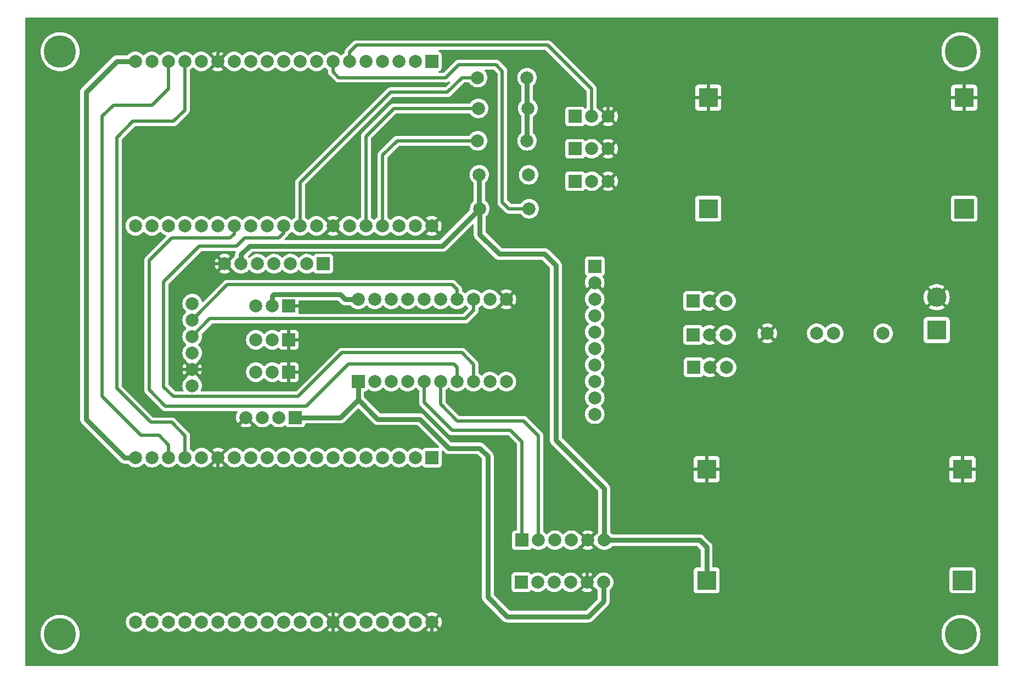
<source format=gbr>
%TF.GenerationSoftware,KiCad,Pcbnew,7.0.5*%
%TF.CreationDate,2023-09-18T02:09:22-06:00*%
%TF.ProjectId,mainPCB,6d61696e-5043-4422-9e6b-696361645f70,rev?*%
%TF.SameCoordinates,Original*%
%TF.FileFunction,Copper,L1,Top*%
%TF.FilePolarity,Positive*%
%FSLAX46Y46*%
G04 Gerber Fmt 4.6, Leading zero omitted, Abs format (unit mm)*
G04 Created by KiCad (PCBNEW 7.0.5) date 2023-09-18 02:09:22*
%MOMM*%
%LPD*%
G01*
G04 APERTURE LIST*
G04 Aperture macros list*
%AMFreePoly0*
4,1,5,1.500000,-1.500000,-1.500000,-1.500000,-1.500000,1.500000,1.500000,1.500000,1.500000,-1.500000,1.500000,-1.500000,$1*%
G04 Aperture macros list end*
%TA.AperFunction,ComponentPad*%
%ADD10C,2.000000*%
%TD*%
%TA.AperFunction,ComponentPad*%
%ADD11R,2.000000X2.000000*%
%TD*%
%TA.AperFunction,ComponentPad*%
%ADD12FreePoly0,180.000000*%
%TD*%
%TA.AperFunction,ComponentPad*%
%ADD13R,3.000000X3.000000*%
%TD*%
%TA.AperFunction,ComponentPad*%
%ADD14C,3.000000*%
%TD*%
%TA.AperFunction,ViaPad*%
%ADD15C,5.000000*%
%TD*%
%TA.AperFunction,Conductor*%
%ADD16C,0.500000*%
%TD*%
%TA.AperFunction,Conductor*%
%ADD17C,0.800000*%
%TD*%
%TA.AperFunction,Profile*%
%ADD18C,0.200000*%
%TD*%
G04 APERTURE END LIST*
D10*
%TO.P,U5,1,BLK*%
%TO.N,unconnected-(U5-BLK-Pad1)*%
X91080000Y-109600000D03*
%TO.P,U5,2,GND*%
%TO.N,GND*%
X91080000Y-107060000D03*
%TO.P,U5,3,5V*%
%TO.N,+5V*%
X91080000Y-104520000D03*
%TO.P,U5,4,TX0*%
%TO.N,TX_OpenLog_H*%
X91080000Y-101980000D03*
%TO.P,U5,5,RX0*%
%TO.N,RX_OpenLog_H*%
X91080000Y-99440000D03*
%TO.P,U5,6,GRN*%
%TO.N,unconnected-(U5-GRN-Pad6)*%
X91080000Y-96900000D03*
%TD*%
D11*
%TO.P,J9,1,Pin_1*%
%TO.N,Net-(A1-A1)*%
X168360000Y-101750000D03*
D10*
%TO.P,J9,2,Pin_2*%
%TO.N,GND*%
X170900000Y-101750000D03*
%TO.P,J9,3,Pin_3*%
%TO.N,+5V*%
X173440000Y-101750000D03*
%TD*%
D12*
%TO.P,U4,1,IN+*%
%TO.N,V_Bat*%
X209940000Y-139645000D03*
D13*
%TO.P,U4,2,IN-*%
%TO.N,GND*%
X209940000Y-122500000D03*
%TO.P,U4,3,OUT+*%
%TO.N,+3V3*%
X170443000Y-139645000D03*
%TO.P,U4,4,OUT-*%
%TO.N,GND*%
X170443000Y-122500000D03*
%TD*%
D12*
%TO.P,U3,1,IN+*%
%TO.N,V_Bat*%
X210190000Y-82250000D03*
D13*
%TO.P,U3,2,IN-*%
%TO.N,GND*%
X210190000Y-65105000D03*
%TO.P,U3,3,OUT+*%
%TO.N,+5V*%
X170693000Y-82250000D03*
%TO.P,U3,4,OUT-*%
%TO.N,GND*%
X170693000Y-65105000D03*
%TD*%
D11*
%TO.P,U1,1,3V3*%
%TO.N,unconnected-(U1-3V3-Pad1)*%
X128080000Y-120700000D03*
D10*
%TO.P,U1,2,EN*%
%TO.N,unconnected-(U1-EN-Pad2)*%
X125540000Y-120700000D03*
%TO.P,U1,3,VP*%
%TO.N,unconnected-(U1-VP-Pad3)*%
X123000000Y-120700000D03*
%TO.P,U1,4,VN*%
%TO.N,unconnected-(U1-VN-Pad4)*%
X120460000Y-120700000D03*
%TO.P,U1,5,34*%
%TO.N,unconnected-(U1-34-Pad5)*%
X117920000Y-120700000D03*
%TO.P,U1,6,35*%
%TO.N,Net-(U1-35)*%
X115380000Y-120700000D03*
%TO.P,U1,7,32*%
%TO.N,unconnected-(U1-32-Pad7)*%
X112840000Y-120700000D03*
%TO.P,U1,8,33*%
%TO.N,Net-(U1-33)*%
X110300000Y-120700000D03*
%TO.P,U1,9,25*%
%TO.N,Net-(U1-25)*%
X107760000Y-120700000D03*
%TO.P,U1,10,26*%
%TO.N,unconnected-(U1-26-Pad10)*%
X105220000Y-120700000D03*
%TO.P,U1,11,27*%
%TO.N,unconnected-(U1-27-Pad11)*%
X102680000Y-120700000D03*
%TO.P,U1,12,14*%
%TO.N,RX_GPS*%
X100140000Y-120700000D03*
%TO.P,U1,13,12*%
%TO.N,TX_GPS*%
X97600000Y-120700000D03*
%TO.P,U1,14,GND*%
%TO.N,GND*%
X95060000Y-120700000D03*
%TO.P,U1,15,13*%
%TO.N,unconnected-(U1-13-Pad15)*%
X92520000Y-120700000D03*
%TO.P,U1,16,D2*%
%TO.N,RX_ESP32*%
X89980000Y-120700000D03*
%TO.P,U1,17,D3*%
%TO.N,TX_ESP32*%
X87440000Y-120700000D03*
%TO.P,U1,18,CMD*%
%TO.N,unconnected-(U1-CMD-Pad18)*%
X84900000Y-120700000D03*
%TO.P,U1,19,5V*%
%TO.N,+5V*%
X82360000Y-120700000D03*
%TO.P,U1,20,GND*%
%TO.N,GND*%
X128080000Y-146100000D03*
%TO.P,U1,21,23*%
%TO.N,unconnected-(U1-23-Pad21)*%
X125540000Y-146100000D03*
%TO.P,U1,22,22*%
%TO.N,SLC_01_L*%
X123000000Y-146100000D03*
%TO.P,U1,23,TX*%
%TO.N,unconnected-(U1-TX-Pad23)*%
X120460000Y-146100000D03*
%TO.P,U1,24,RX*%
%TO.N,unconnected-(U1-RX-Pad24)*%
X117920000Y-146100000D03*
%TO.P,U1,25,21*%
%TO.N,SDA_01_L*%
X115380000Y-146100000D03*
%TO.P,U1,26,GND*%
%TO.N,GND*%
X112840000Y-146100000D03*
%TO.P,U1,27,19*%
%TO.N,unconnected-(U1-19-Pad27)*%
X110300000Y-146100000D03*
%TO.P,U1,28,18*%
%TO.N,unconnected-(U1-18-Pad28)*%
X107760000Y-146100000D03*
%TO.P,U1,29,5*%
%TO.N,unconnected-(U1-5-Pad29)*%
X105220000Y-146100000D03*
%TO.P,U1,30,17*%
%TO.N,SHDN_03*%
X102680000Y-146100000D03*
%TO.P,U1,31,16*%
%TO.N,SHDN_04*%
X100140000Y-146100000D03*
%TO.P,U1,32,4*%
%TO.N,unconnected-(U1-4-Pad32)*%
X97600000Y-146100000D03*
%TO.P,U1,33,0*%
%TO.N,SHDN_01*%
X95060000Y-146100000D03*
%TO.P,U1,34,2*%
%TO.N,SHDN_02*%
X92520000Y-146100000D03*
%TO.P,U1,35,15*%
%TO.N,unconnected-(U1-15-Pad35)*%
X89980000Y-146100000D03*
%TO.P,U1,36,D1*%
%TO.N,unconnected-(U1-D1-Pad36)*%
X87440000Y-146100000D03*
%TO.P,U1,37,D0*%
%TO.N,unconnected-(U1-D0-Pad37)*%
X84900000Y-146100000D03*
%TO.P,U1,38,CLK*%
%TO.N,unconnected-(U1-CLK-Pad38)*%
X82360000Y-146100000D03*
%TD*%
D11*
%TO.P,U2,1,3V3*%
%TO.N,unconnected-(U2-3V3-Pad1)*%
X128040000Y-59500000D03*
D10*
%TO.P,U2,2,EN*%
%TO.N,unconnected-(U2-EN-Pad2)*%
X125500000Y-59500000D03*
%TO.P,U2,3,VP*%
%TO.N,unconnected-(U2-VP-Pad3)*%
X122960000Y-59500000D03*
%TO.P,U2,4,VN*%
%TO.N,unconnected-(U2-VN-Pad4)*%
X120420000Y-59500000D03*
%TO.P,U2,5,34*%
%TO.N,unconnected-(U2-34-Pad5)*%
X117880000Y-59500000D03*
%TO.P,U2,6,35*%
%TO.N,Net-(J5-Pin_2)*%
X115340000Y-59500000D03*
%TO.P,U2,7,32*%
%TO.N,Net-(J1-Pin_2)*%
X112800000Y-59500000D03*
%TO.P,U2,8,33*%
%TO.N,unconnected-(U2-33-Pad8)*%
X110260000Y-59500000D03*
%TO.P,U2,9,25*%
%TO.N,unconnected-(U2-25-Pad9)*%
X107720000Y-59500000D03*
%TO.P,U2,10,26*%
%TO.N,unconnected-(U2-26-Pad10)*%
X105180000Y-59500000D03*
%TO.P,U2,11,27*%
%TO.N,unconnected-(U2-27-Pad11)*%
X102640000Y-59500000D03*
%TO.P,U2,12,14*%
%TO.N,unconnected-(U2-14-Pad12)*%
X100100000Y-59500000D03*
%TO.P,U2,13,12*%
%TO.N,unconnected-(U2-12-Pad13)*%
X97560000Y-59500000D03*
%TO.P,U2,14,GND*%
%TO.N,GND*%
X95020000Y-59500000D03*
%TO.P,U2,15,13*%
%TO.N,unconnected-(U2-13-Pad15)*%
X92480000Y-59500000D03*
%TO.P,U2,16,D2*%
%TO.N,RX_ESP32*%
X89940000Y-59500000D03*
%TO.P,U2,17,D3*%
%TO.N,TX_ESP32*%
X87400000Y-59500000D03*
%TO.P,U2,18,CMD*%
%TO.N,unconnected-(U2-CMD-Pad18)*%
X84860000Y-59500000D03*
%TO.P,U2,19,5V*%
%TO.N,+5V*%
X82320000Y-59500000D03*
%TO.P,U2,20,GND*%
%TO.N,GND*%
X128040000Y-84900000D03*
%TO.P,U2,21,23*%
%TO.N,M0*%
X125500000Y-84900000D03*
%TO.P,U2,22,22*%
%TO.N,M1*%
X122960000Y-84900000D03*
%TO.P,U2,23,TX*%
%TO.N,RX_LORA*%
X120420000Y-84900000D03*
%TO.P,U2,24,RX*%
%TO.N,TX_LORA*%
X117880000Y-84900000D03*
%TO.P,U2,25,21*%
%TO.N,unconnected-(U2-21-Pad25)*%
X115340000Y-84900000D03*
%TO.P,U2,26,GND*%
%TO.N,GND*%
X112800000Y-84900000D03*
%TO.P,U2,27,19*%
%TO.N,unconnected-(U2-19-Pad27)*%
X110260000Y-84900000D03*
%TO.P,U2,28,18*%
%TO.N,AUX_LORA*%
X107720000Y-84900000D03*
%TO.P,U2,29,5*%
%TO.N,RX_OpenLog_L*%
X105180000Y-84900000D03*
%TO.P,U2,30,17*%
%TO.N,unconnected-(U2-17-Pad30)*%
X102640000Y-84900000D03*
%TO.P,U2,31,16*%
%TO.N,unconnected-(U2-16-Pad31)*%
X100100000Y-84900000D03*
%TO.P,U2,32,4*%
%TO.N,TX_OpenLog_L*%
X97560000Y-84900000D03*
%TO.P,U2,33,0*%
%TO.N,unconnected-(U2-0-Pad33)*%
X95020000Y-84900000D03*
%TO.P,U2,34,2*%
%TO.N,unconnected-(U2-2-Pad34)*%
X92480000Y-84900000D03*
%TO.P,U2,35,15*%
%TO.N,unconnected-(U2-15-Pad35)*%
X89940000Y-84900000D03*
%TO.P,U2,36,D1*%
%TO.N,unconnected-(U2-D1-Pad36)*%
X87400000Y-84900000D03*
%TO.P,U2,37,D0*%
%TO.N,unconnected-(U2-D0-Pad37)*%
X84860000Y-84900000D03*
%TO.P,U2,38,CLK*%
%TO.N,unconnected-(U2-CLK-Pad38)*%
X82320000Y-84900000D03*
%TD*%
D11*
%TO.P,J6,1,Pin_1*%
%TO.N,GND*%
X105980000Y-107500000D03*
D10*
%TO.P,J6,2,Pin_2*%
%TO.N,+5V*%
X103440000Y-107500000D03*
%TO.P,J6,3,Pin_3*%
%TO.N,Net-(J6-Pin_3)*%
X100900000Y-107500000D03*
%TD*%
%TO.P,R3,1*%
%TO.N,RX_LORA*%
X135130000Y-71750000D03*
%TO.P,R3,2*%
%TO.N,+3V3*%
X142750000Y-71750000D03*
%TD*%
D11*
%TO.P,J5,1,Pin_1*%
%TO.N,+3V3*%
X150165000Y-73000000D03*
D10*
%TO.P,J5,2,Pin_2*%
%TO.N,Net-(J5-Pin_2)*%
X152705000Y-73000000D03*
%TO.P,J5,3,Pin_3*%
%TO.N,GND*%
X155245000Y-73000000D03*
%TD*%
D11*
%TO.P,J8,1,Pin_1*%
%TO.N,Net-(A1-A0)*%
X168360000Y-96500000D03*
D10*
%TO.P,J8,2,Pin_2*%
%TO.N,GND*%
X170900000Y-96500000D03*
%TO.P,J8,3,Pin_3*%
%TO.N,+5V*%
X173440000Y-96500000D03*
%TD*%
D11*
%TO.P,J12,1,Pin_1*%
%TO.N,M0*%
X111310000Y-90750000D03*
D10*
%TO.P,J12,2,Pin_2*%
%TO.N,M1*%
X108770000Y-90750000D03*
%TO.P,J12,3,Pin_3*%
%TO.N,RX_LORA*%
X106230000Y-90750000D03*
%TO.P,J12,4,Pin_4*%
%TO.N,TX_LORA*%
X103690000Y-90750000D03*
%TO.P,J12,5,Pin_5*%
%TO.N,AUX_LORA*%
X101150000Y-90750000D03*
%TO.P,J12,6,Pin_6*%
%TO.N,+3V3*%
X98610000Y-90750000D03*
%TO.P,J12,7,Pin_7*%
%TO.N,GND*%
X96070000Y-90750000D03*
%TD*%
%TO.P,R6,1*%
%TO.N,TX_LORA*%
X135250000Y-66750000D03*
%TO.P,R6,2*%
%TO.N,+3V3*%
X142870000Y-66750000D03*
%TD*%
%TO.P,R4,1*%
%TO.N,V_Bat*%
X197690000Y-101500000D03*
%TO.P,R4,2*%
%TO.N,1{slash}3_V_Bat*%
X190070000Y-101500000D03*
%TD*%
D11*
%TO.P,J10,1,Pin_1*%
%TO.N,Net-(A1-A2)*%
X168440000Y-106750000D03*
D10*
%TO.P,J10,2,Pin_2*%
%TO.N,GND*%
X170980000Y-106750000D03*
%TO.P,J10,3,Pin_3*%
%TO.N,+5V*%
X173520000Y-106750000D03*
%TD*%
D11*
%TO.P,A1,1,VCC*%
%TO.N,+5V*%
X153190000Y-91130000D03*
D10*
%TO.P,A1,2,GND*%
%TO.N,GND*%
X153190000Y-93670000D03*
%TO.P,A1,3,SCL*%
%TO.N,SLC_01_H*%
X153190000Y-96210000D03*
%TO.P,A1,4,SDA*%
%TO.N,SDA_01_H*%
X153190000Y-98750000D03*
%TO.P,A1,5,ADDR*%
%TO.N,unconnected-(A1-ADDR-Pad5)*%
X153190000Y-101290000D03*
%TO.P,A1,6,ALERT*%
%TO.N,unconnected-(A1-ALERT-Pad6)*%
X153190000Y-103830000D03*
%TO.P,A1,7,A0*%
%TO.N,Net-(A1-A0)*%
X153190000Y-106370000D03*
%TO.P,A1,8,A1*%
%TO.N,Net-(A1-A1)*%
X153190000Y-108910000D03*
%TO.P,A1,9,A2*%
%TO.N,Net-(A1-A2)*%
X153190000Y-111450000D03*
%TO.P,A1,10,A3*%
%TO.N,1{slash}3_V_Bat*%
X153190000Y-113990000D03*
%TD*%
D13*
%TO.P,J2,1,Pin_1*%
%TO.N,V_Bat*%
X205940000Y-101000000D03*
D14*
%TO.P,J2,2,Pin_2*%
%TO.N,GND*%
X205940000Y-95920000D03*
%TD*%
D10*
%TO.P,R2,1*%
%TO.N,Net-(J5-Pin_2)*%
X143000000Y-77000000D03*
%TO.P,R2,2*%
%TO.N,+3V3*%
X135380000Y-77000000D03*
%TD*%
D11*
%TO.P,U6,1,VA*%
%TO.N,+3V3*%
X116690000Y-108950000D03*
D10*
%TO.P,U6,2,A1*%
%TO.N,Net-(U1-25)*%
X119230000Y-108950000D03*
%TO.P,U6,3,A2*%
%TO.N,Net-(U1-33)*%
X121770000Y-108950000D03*
%TO.P,U6,4,A3*%
%TO.N,Net-(U1-35)*%
X124310000Y-108950000D03*
%TO.P,U6,5,A4*%
%TO.N,SDA_01_L*%
X126850000Y-108950000D03*
%TO.P,U6,6,A5*%
%TO.N,SLC_01_L*%
X129390000Y-108950000D03*
%TO.P,U6,7,A6*%
%TO.N,TX_OpenLog_L*%
X131930000Y-108950000D03*
%TO.P,U6,8,A7*%
%TO.N,RX_OpenLog_L*%
X134470000Y-108950000D03*
%TO.P,U6,9,A8*%
%TO.N,unconnected-(U6-A8-Pad9)*%
X137010000Y-108950000D03*
%TO.P,U6,10,0E*%
%TO.N,unconnected-(U6-0E-Pad10)*%
X139550000Y-108950000D03*
%TO.P,U6,11,GND*%
%TO.N,GND*%
X139550000Y-96250000D03*
%TO.P,U6,12,B8*%
%TO.N,unconnected-(U6-B8-Pad12)*%
X137010000Y-96250000D03*
%TO.P,U6,13,B7*%
%TO.N,TX_OpenLog_H*%
X134470000Y-96250000D03*
%TO.P,U6,14,B6*%
%TO.N,RX_OpenLog_H*%
X131930000Y-96250000D03*
%TO.P,U6,15,B5*%
%TO.N,SLC_01_H*%
X129390000Y-96250000D03*
%TO.P,U6,16,B4*%
%TO.N,SDA_01_H*%
X126850000Y-96250000D03*
%TO.P,U6,17,B3*%
%TO.N,Net-(J6-Pin_3)*%
X124310000Y-96250000D03*
%TO.P,U6,18,B2*%
%TO.N,Net-(J4-Pin_3)*%
X121770000Y-96250000D03*
%TO.P,U6,19,B1*%
%TO.N,Net-(J3-Pin_3)*%
X119230000Y-96250000D03*
%TO.P,U6,20,VB*%
%TO.N,+5V*%
X116690000Y-96250000D03*
%TD*%
D11*
%TO.P,J14,1,Pin_1*%
%TO.N,SDA_01_L*%
X141860000Y-139950000D03*
D10*
%TO.P,J14,2,Pin_2*%
%TO.N,SLC_01_L*%
X144400000Y-139950000D03*
%TO.P,J14,3,Pin_3*%
%TO.N,SHDN_01*%
X146940000Y-139950000D03*
%TO.P,J14,4,Pin_4*%
%TO.N,SHDN_02*%
X149480000Y-139950000D03*
%TO.P,J14,5,Pin_5*%
%TO.N,GND*%
X152020000Y-139950000D03*
%TO.P,J14,6,Pin_6*%
%TO.N,+3V3*%
X154560000Y-139950000D03*
%TD*%
%TO.P,R8,1*%
%TO.N,AUX_LORA*%
X135130000Y-62000000D03*
%TO.P,R8,2*%
%TO.N,+3V3*%
X142750000Y-62000000D03*
%TD*%
D11*
%TO.P,J7,1,Pin_1*%
%TO.N,+3V3*%
X150170000Y-68000000D03*
D10*
%TO.P,J7,2,Pin_2*%
%TO.N,Net-(J5-Pin_2)*%
X152710000Y-68000000D03*
%TO.P,J7,3,Pin_3*%
%TO.N,GND*%
X155250000Y-68000000D03*
%TD*%
D11*
%TO.P,J4,1,Pin_1*%
%TO.N,GND*%
X105980000Y-102500000D03*
D10*
%TO.P,J4,2,Pin_2*%
%TO.N,+5V*%
X103440000Y-102500000D03*
%TO.P,J4,3,Pin_3*%
%TO.N,Net-(J4-Pin_3)*%
X100900000Y-102500000D03*
%TD*%
D11*
%TO.P,J1,1,Pin_1*%
%TO.N,+3V3*%
X150170000Y-78000000D03*
D10*
%TO.P,J1,2,Pin_2*%
%TO.N,Net-(J1-Pin_2)*%
X152710000Y-78000000D03*
%TO.P,J1,3,Pin_3*%
%TO.N,GND*%
X155250000Y-78000000D03*
%TD*%
D11*
%TO.P,J13,1,Pin_1*%
%TO.N,+3V3*%
X106980000Y-114500000D03*
D10*
%TO.P,J13,2,Pin_2*%
%TO.N,RX_GPS*%
X104440000Y-114500000D03*
%TO.P,J13,3,Pin_3*%
%TO.N,TX_GPS*%
X101900000Y-114500000D03*
%TO.P,J13,4,Pin_4*%
%TO.N,GND*%
X99360000Y-114500000D03*
%TD*%
D11*
%TO.P,J3,1,Pin_1*%
%TO.N,GND*%
X105995000Y-97250000D03*
D10*
%TO.P,J3,2,Pin_2*%
%TO.N,+5V*%
X103455000Y-97250000D03*
%TO.P,J3,3,Pin_3*%
%TO.N,Net-(J3-Pin_3)*%
X100915000Y-97250000D03*
%TD*%
%TO.P,R5,1*%
%TO.N,1{slash}3_V_Bat*%
X187440000Y-101500000D03*
%TO.P,R5,2*%
%TO.N,GND*%
X179820000Y-101500000D03*
%TD*%
D11*
%TO.P,J15,1,Pin_1*%
%TO.N,SDA_01_L*%
X141960000Y-133450000D03*
D10*
%TO.P,J15,2,Pin_2*%
%TO.N,SLC_01_L*%
X144500000Y-133450000D03*
%TO.P,J15,3,Pin_3*%
%TO.N,SHDN_03*%
X147040000Y-133450000D03*
%TO.P,J15,4,Pin_4*%
%TO.N,SHDN_04*%
X149580000Y-133450000D03*
%TO.P,J15,5,Pin_5*%
%TO.N,GND*%
X152120000Y-133450000D03*
%TO.P,J15,6,Pin_6*%
%TO.N,+3V3*%
X154660000Y-133450000D03*
%TD*%
%TO.P,R1,1*%
%TO.N,Net-(J1-Pin_2)*%
X143060000Y-82250000D03*
%TO.P,R1,2*%
%TO.N,+3V3*%
X135440000Y-82250000D03*
%TD*%
D15*
%TO.N,*%
X70690000Y-148000000D03*
X209690000Y-148000000D03*
X209690000Y-58000000D03*
X70690000Y-58000000D03*
%TD*%
D16*
%TO.N,+3V3*%
X135380000Y-82190000D02*
X135440000Y-82250000D01*
D17*
X126190000Y-114750000D02*
X130690000Y-119250000D01*
X145440000Y-89250000D02*
X138440000Y-89250000D01*
X147190000Y-118000000D02*
X147190000Y-91000000D01*
D16*
X142750000Y-66870000D02*
X142870000Y-66750000D01*
D17*
X154660000Y-125470000D02*
X147190000Y-118000000D01*
X142750000Y-62000000D02*
X142750000Y-66630000D01*
X135440000Y-86250000D02*
X135440000Y-82250000D01*
X135380000Y-77000000D02*
X135380000Y-82190000D01*
X116690000Y-111750000D02*
X119690000Y-114750000D01*
X170443000Y-139645000D02*
X170443000Y-134503000D01*
X113940000Y-114500000D02*
X116690000Y-111750000D01*
X170443000Y-134503000D02*
X169390000Y-133450000D01*
X135440000Y-82250000D02*
X129690000Y-88000000D01*
X154560000Y-142880000D02*
X154560000Y-139950000D01*
X154660000Y-133450000D02*
X154660000Y-125470000D01*
X130690000Y-119250000D02*
X135440000Y-119250000D01*
X129690000Y-88000000D02*
X99940000Y-88000000D01*
X152190000Y-145250000D02*
X154560000Y-142880000D01*
X98610000Y-89330000D02*
X98610000Y-90750000D01*
X119690000Y-114750000D02*
X126190000Y-114750000D01*
X116690000Y-108950000D02*
X116690000Y-111750000D01*
D16*
X142750000Y-66630000D02*
X142870000Y-66750000D01*
D17*
X139690000Y-145250000D02*
X152190000Y-145250000D01*
D16*
X150165000Y-68005000D02*
X150170000Y-68000000D01*
D17*
X106980000Y-114500000D02*
X113940000Y-114500000D01*
X169390000Y-133450000D02*
X154660000Y-133450000D01*
X147190000Y-91000000D02*
X145440000Y-89250000D01*
X136690000Y-142250000D02*
X139690000Y-145250000D01*
X99940000Y-88000000D02*
X98610000Y-89330000D01*
X136690000Y-120500000D02*
X136690000Y-142250000D01*
X135440000Y-119250000D02*
X136690000Y-120500000D01*
X142750000Y-71750000D02*
X142750000Y-66870000D01*
X138440000Y-89250000D02*
X135440000Y-86250000D01*
D16*
%TO.N,RX_OpenLog_L*%
X134470000Y-106280000D02*
X132690000Y-104500000D01*
X104440000Y-86750000D02*
X105180000Y-86010000D01*
X132690000Y-104500000D02*
X114190000Y-104500000D01*
X88190000Y-111250000D02*
X86690000Y-109750000D01*
X105180000Y-86010000D02*
X105180000Y-84900000D01*
X134470000Y-108950000D02*
X134470000Y-106280000D01*
X99190000Y-86750000D02*
X104440000Y-86750000D01*
X114190000Y-104500000D02*
X107440000Y-111250000D01*
X107440000Y-111250000D02*
X88190000Y-111250000D01*
X86690000Y-93500000D02*
X92190000Y-88000000D01*
X92190000Y-88000000D02*
X97940000Y-88000000D01*
X86690000Y-109750000D02*
X86690000Y-93500000D01*
X97940000Y-88000000D02*
X99190000Y-86750000D01*
%TO.N,TX_OpenLog_L*%
X108690000Y-112750000D02*
X115190000Y-106250000D01*
X97560000Y-86130000D02*
X96940000Y-86750000D01*
X86940000Y-112750000D02*
X108690000Y-112750000D01*
X115190000Y-106250000D02*
X131440000Y-106250000D01*
X96940000Y-86750000D02*
X87940000Y-86750000D01*
X131440000Y-106250000D02*
X131930000Y-106740000D01*
X84440000Y-110250000D02*
X86940000Y-112750000D01*
X131930000Y-106740000D02*
X131930000Y-108950000D01*
X84440000Y-90250000D02*
X84440000Y-110250000D01*
X97560000Y-84900000D02*
X97560000Y-86130000D01*
X87940000Y-86750000D02*
X84440000Y-90250000D01*
%TO.N,TX_OpenLog_H*%
X93810000Y-99250000D02*
X133190000Y-99250000D01*
X134470000Y-97970000D02*
X134470000Y-96250000D01*
X91080000Y-101980000D02*
X93810000Y-99250000D01*
X133190000Y-99250000D02*
X134470000Y-97970000D01*
%TO.N,RX_OpenLog_H*%
X131190000Y-94000000D02*
X131930000Y-94740000D01*
X131930000Y-94740000D02*
X131930000Y-96250000D01*
X91080000Y-99440000D02*
X96520000Y-94000000D01*
X96520000Y-94000000D02*
X131190000Y-94000000D01*
D17*
%TO.N,+5V*%
X116690000Y-96250000D02*
X114690000Y-96250000D01*
X103440000Y-95750000D02*
X103455000Y-95765000D01*
X103455000Y-95765000D02*
X103455000Y-97250000D01*
X114690000Y-96250000D02*
X113940000Y-95500000D01*
X79440000Y-59500000D02*
X82320000Y-59500000D01*
X74690000Y-64250000D02*
X79440000Y-59500000D01*
X74690000Y-114750000D02*
X74690000Y-64250000D01*
X80640000Y-120700000D02*
X74690000Y-114750000D01*
X103690000Y-95500000D02*
X103440000Y-95750000D01*
X82360000Y-120700000D02*
X80640000Y-120700000D01*
X113940000Y-95500000D02*
X103690000Y-95500000D01*
D16*
%TO.N,GND*%
X126440000Y-149500000D02*
X114190000Y-149500000D01*
X152020000Y-139950000D02*
X152020000Y-138170000D01*
X128080000Y-146100000D02*
X128080000Y-147860000D01*
X112840000Y-146100000D02*
X112840000Y-132400000D01*
X153440000Y-136750000D02*
X157940000Y-136750000D01*
X155250000Y-68000000D02*
X155250000Y-62310000D01*
X157940000Y-136750000D02*
X158940000Y-137750000D01*
X93630000Y-107060000D02*
X91080000Y-107060000D01*
X154690000Y-148000000D02*
X129980000Y-148000000D01*
X114190000Y-149500000D02*
X112840000Y-148150000D01*
X148440000Y-55500000D02*
X97690000Y-55500000D01*
X112840000Y-132400000D02*
X111190000Y-130750000D01*
X129980000Y-148000000D02*
X128080000Y-146100000D01*
X95020000Y-58170000D02*
X95020000Y-59500000D01*
X88690000Y-106250000D02*
X88690000Y-95000000D01*
X170693000Y-65105000D02*
X158145000Y-65105000D01*
X95060000Y-126120000D02*
X95060000Y-120700000D01*
X105980000Y-107500000D02*
X105980000Y-105540000D01*
X95440000Y-105250000D02*
X93630000Y-107060000D01*
X99690000Y-130750000D02*
X95060000Y-126120000D01*
X112840000Y-148150000D02*
X112840000Y-146100000D01*
X158145000Y-65105000D02*
X155250000Y-68000000D01*
X158940000Y-143750000D02*
X154690000Y-148000000D01*
X105690000Y-105250000D02*
X95440000Y-105250000D01*
X158940000Y-137750000D02*
X158940000Y-143750000D01*
X89500000Y-107060000D02*
X88690000Y-106250000D01*
X88690000Y-95000000D02*
X92940000Y-90750000D01*
X91080000Y-107060000D02*
X89500000Y-107060000D01*
X105980000Y-105540000D02*
X105690000Y-105250000D01*
X111190000Y-130750000D02*
X99690000Y-130750000D01*
X97690000Y-55500000D02*
X95020000Y-58170000D01*
X152020000Y-138170000D02*
X153440000Y-136750000D01*
X92940000Y-90750000D02*
X96070000Y-90750000D01*
X155250000Y-62310000D02*
X148440000Y-55500000D01*
X128080000Y-147860000D02*
X126440000Y-149500000D01*
%TO.N,SLC_01_L*%
X129390000Y-112450000D02*
X131940000Y-115000000D01*
X144500000Y-117310000D02*
X144500000Y-133450000D01*
X129390000Y-108950000D02*
X129390000Y-112450000D01*
X131940000Y-115000000D02*
X142190000Y-115000000D01*
X142190000Y-115000000D02*
X144500000Y-117310000D01*
%TO.N,SDA_01_L*%
X131190000Y-116500000D02*
X140190000Y-116500000D01*
X140190000Y-116500000D02*
X141960000Y-118270000D01*
X141960000Y-118270000D02*
X141960000Y-133450000D01*
X126850000Y-108950000D02*
X126850000Y-112160000D01*
X126850000Y-112160000D02*
X131190000Y-116500000D01*
%TO.N,Net-(J1-Pin_2)*%
X139940000Y-82250000D02*
X143060000Y-82250000D01*
X113690000Y-62000000D02*
X130190000Y-62000000D01*
X112800000Y-59500000D02*
X112800000Y-61110000D01*
X138940000Y-61000000D02*
X138940000Y-81250000D01*
X138940000Y-81250000D02*
X139940000Y-82250000D01*
X130190000Y-62000000D02*
X132190000Y-60000000D01*
X112800000Y-61110000D02*
X113690000Y-62000000D01*
X137940000Y-60000000D02*
X138940000Y-61000000D01*
X132190000Y-60000000D02*
X137940000Y-60000000D01*
%TO.N,Net-(J5-Pin_2)*%
X115340000Y-58100000D02*
X115340000Y-59500000D01*
X152710000Y-63770000D02*
X145940000Y-57000000D01*
X152710000Y-68000000D02*
X152710000Y-63770000D01*
X116440000Y-57000000D02*
X115340000Y-58100000D01*
X145940000Y-57000000D02*
X116440000Y-57000000D01*
%TO.N,TX_LORA*%
X135250000Y-66750000D02*
X122190000Y-66750000D01*
X117880000Y-71060000D02*
X117880000Y-84900000D01*
X122190000Y-66750000D02*
X117880000Y-71060000D01*
%TO.N,RX_LORA*%
X122690000Y-71750000D02*
X120420000Y-74020000D01*
X135130000Y-71750000D02*
X122690000Y-71750000D01*
X120420000Y-74020000D02*
X120420000Y-84900000D01*
%TO.N,AUX_LORA*%
X121690000Y-64250000D02*
X107720000Y-78220000D01*
X107720000Y-78220000D02*
X107720000Y-84900000D01*
X130440000Y-64250000D02*
X121690000Y-64250000D01*
X132690000Y-62000000D02*
X130440000Y-64250000D01*
X135130000Y-62000000D02*
X132690000Y-62000000D01*
%TO.N,TX_ESP32*%
X77190000Y-68000000D02*
X78940000Y-66250000D01*
X87400000Y-63710000D02*
X87400000Y-59500000D01*
X87440000Y-120700000D02*
X87440000Y-118750000D01*
X78940000Y-66250000D02*
X84860000Y-66250000D01*
X84860000Y-66250000D02*
X87400000Y-63710000D01*
X85940000Y-117250000D02*
X83190000Y-117250000D01*
X87440000Y-118750000D02*
X85940000Y-117250000D01*
X83190000Y-117250000D02*
X77190000Y-111250000D01*
X77190000Y-111250000D02*
X77190000Y-68000000D01*
%TO.N,RX_ESP32*%
X87940000Y-115250000D02*
X84690000Y-115250000D01*
X79440000Y-71250000D02*
X81940000Y-68750000D01*
X84690000Y-115250000D02*
X79440000Y-110000000D01*
X81940000Y-68750000D02*
X88190000Y-68750000D01*
X79440000Y-110000000D02*
X79440000Y-71250000D01*
X89980000Y-117290000D02*
X87940000Y-115250000D01*
X89940000Y-67000000D02*
X89940000Y-59500000D01*
X88190000Y-68750000D02*
X89940000Y-67000000D01*
X89980000Y-120700000D02*
X89980000Y-117290000D01*
%TD*%
%TA.AperFunction,Conductor*%
%TO.N,GND*%
G36*
X134449533Y-84629446D02*
G01*
X134506368Y-84671993D01*
X134531179Y-84738513D01*
X134531500Y-84747502D01*
X134531500Y-86168582D01*
X134529949Y-86188291D01*
X134527747Y-86202190D01*
X134528751Y-86221337D01*
X134531414Y-86272153D01*
X134531500Y-86275424D01*
X134531500Y-86297603D01*
X134531501Y-86297624D01*
X134533818Y-86319671D01*
X134534076Y-86322956D01*
X134537742Y-86392902D01*
X134541384Y-86406495D01*
X134544985Y-86425922D01*
X134546458Y-86439927D01*
X134546459Y-86439933D01*
X134553157Y-86460546D01*
X134568112Y-86506575D01*
X134569041Y-86509712D01*
X134587170Y-86577369D01*
X134587171Y-86577370D01*
X134591269Y-86585414D01*
X134593558Y-86589905D01*
X134601123Y-86608169D01*
X134605472Y-86621554D01*
X134640496Y-86682217D01*
X134642062Y-86685102D01*
X134673871Y-86747530D01*
X134682732Y-86758474D01*
X134693920Y-86774751D01*
X134700960Y-86786944D01*
X134733821Y-86823440D01*
X134747832Y-86839002D01*
X134749971Y-86841507D01*
X134763928Y-86858741D01*
X134779626Y-86874439D01*
X134781863Y-86876796D01*
X134803051Y-86900328D01*
X134828745Y-86928865D01*
X134840128Y-86937135D01*
X134855164Y-86949977D01*
X137740020Y-89834833D01*
X137752859Y-89849864D01*
X137761134Y-89861253D01*
X137813203Y-89908136D01*
X137815558Y-89910371D01*
X137823810Y-89918623D01*
X137831262Y-89926075D01*
X137848492Y-89940028D01*
X137850998Y-89942169D01*
X137902796Y-89988806D01*
X137903056Y-89989040D01*
X137915242Y-89996076D01*
X137931526Y-90007267D01*
X137942470Y-90016129D01*
X138004911Y-90047944D01*
X138007778Y-90049502D01*
X138068444Y-90084527D01*
X138081823Y-90088873D01*
X138100084Y-90096437D01*
X138112630Y-90102830D01*
X138112632Y-90102830D01*
X138112633Y-90102831D01*
X138180288Y-90120958D01*
X138183446Y-90121893D01*
X138250072Y-90143542D01*
X138264075Y-90145013D01*
X138283499Y-90148613D01*
X138297097Y-90152257D01*
X138367068Y-90155924D01*
X138370301Y-90156178D01*
X138385115Y-90157735D01*
X138392378Y-90158499D01*
X138392384Y-90158499D01*
X138392390Y-90158500D01*
X138414576Y-90158500D01*
X138417846Y-90158585D01*
X138479096Y-90161795D01*
X138487808Y-90162252D01*
X138487808Y-90162251D01*
X138487810Y-90162252D01*
X138501707Y-90160050D01*
X138521417Y-90158500D01*
X145011497Y-90158500D01*
X145079618Y-90178502D01*
X145100592Y-90195405D01*
X146244595Y-91339408D01*
X146278621Y-91401720D01*
X146281500Y-91428503D01*
X146281500Y-117918582D01*
X146279949Y-117938291D01*
X146277747Y-117952190D01*
X146278938Y-117974902D01*
X146281414Y-118022153D01*
X146281500Y-118025424D01*
X146281500Y-118047603D01*
X146281501Y-118047624D01*
X146283818Y-118069671D01*
X146284076Y-118072956D01*
X146287742Y-118142902D01*
X146291384Y-118156495D01*
X146294985Y-118175922D01*
X146296458Y-118189927D01*
X146296459Y-118189933D01*
X146301823Y-118206441D01*
X146318112Y-118256575D01*
X146319041Y-118259712D01*
X146337170Y-118327369D01*
X146343558Y-118339905D01*
X146351122Y-118358168D01*
X146355473Y-118371556D01*
X146387635Y-118427261D01*
X146390496Y-118432217D01*
X146392062Y-118435102D01*
X146423871Y-118497530D01*
X146432732Y-118508474D01*
X146443920Y-118524751D01*
X146450960Y-118536944D01*
X146483821Y-118573440D01*
X146497832Y-118589002D01*
X146499971Y-118591507D01*
X146513928Y-118608741D01*
X146529626Y-118624439D01*
X146531863Y-118626796D01*
X146542622Y-118638745D01*
X146578745Y-118678865D01*
X146590128Y-118687135D01*
X146605164Y-118699977D01*
X153714595Y-125809408D01*
X153748621Y-125871720D01*
X153751500Y-125898503D01*
X153751500Y-132184036D01*
X153731498Y-132252157D01*
X153707331Y-132279847D01*
X153590031Y-132380031D01*
X153459928Y-132532362D01*
X153400477Y-132571171D01*
X153353958Y-132575250D01*
X152604360Y-133324848D01*
X152579493Y-133240156D01*
X152501761Y-133119202D01*
X152393100Y-133025048D01*
X152262315Y-132965320D01*
X152247587Y-132963202D01*
X152993891Y-132216897D01*
X152806733Y-132102206D01*
X152587437Y-132011371D01*
X152356632Y-131955960D01*
X152120000Y-131937337D01*
X151883367Y-131955960D01*
X151652562Y-132011371D01*
X151433262Y-132102208D01*
X151246107Y-132216896D01*
X151246107Y-132216898D01*
X151992411Y-132963202D01*
X151977685Y-132965320D01*
X151846900Y-133025048D01*
X151738239Y-133119202D01*
X151660507Y-133240156D01*
X151635639Y-133324848D01*
X150885583Y-132574792D01*
X150820692Y-132563801D01*
X150780071Y-132532361D01*
X150649969Y-132380030D01*
X150469419Y-132225826D01*
X150469417Y-132225825D01*
X150469416Y-132225824D01*
X150266963Y-132101760D01*
X150230697Y-132086738D01*
X150047592Y-132010894D01*
X149889651Y-131972976D01*
X149816711Y-131955465D01*
X149580000Y-131936835D01*
X149343289Y-131955465D01*
X149112407Y-132010894D01*
X148893038Y-132101759D01*
X148690582Y-132225825D01*
X148690580Y-132225826D01*
X148510033Y-132380028D01*
X148405811Y-132502057D01*
X148346360Y-132540866D01*
X148275366Y-132541372D01*
X148215367Y-132503416D01*
X148214189Y-132502057D01*
X148109966Y-132380028D01*
X147929419Y-132225826D01*
X147929417Y-132225825D01*
X147929416Y-132225824D01*
X147726963Y-132101760D01*
X147690697Y-132086738D01*
X147507592Y-132010894D01*
X147349651Y-131972976D01*
X147276711Y-131955465D01*
X147040000Y-131936835D01*
X146803289Y-131955465D01*
X146572407Y-132010894D01*
X146353038Y-132101759D01*
X146150582Y-132225825D01*
X146150580Y-132225826D01*
X145970033Y-132380028D01*
X145865811Y-132502057D01*
X145806360Y-132540866D01*
X145735366Y-132541372D01*
X145675367Y-132503416D01*
X145674189Y-132502057D01*
X145569966Y-132380028D01*
X145389419Y-132225826D01*
X145389417Y-132225825D01*
X145389416Y-132225824D01*
X145318663Y-132182466D01*
X145271034Y-132129820D01*
X145258500Y-132075035D01*
X145258500Y-117374435D01*
X145259831Y-117356172D01*
X145263340Y-117332216D01*
X145263341Y-117332211D01*
X145260121Y-117295405D01*
X145258740Y-117279613D01*
X145258500Y-117274120D01*
X145258500Y-117265824D01*
X145257833Y-117260119D01*
X145255577Y-117240820D01*
X145254759Y-117233818D01*
X145254572Y-117231994D01*
X145253952Y-117224902D01*
X145247887Y-117155573D01*
X145247886Y-117155569D01*
X145246403Y-117148387D01*
X145246469Y-117148373D01*
X145244839Y-117141019D01*
X145244773Y-117141035D01*
X145243079Y-117133889D01*
X145243079Y-117133887D01*
X145216839Y-117061795D01*
X145216252Y-117060104D01*
X145195429Y-116997266D01*
X145192114Y-116987261D01*
X145192110Y-116987255D01*
X145189014Y-116980615D01*
X145189076Y-116980586D01*
X145185791Y-116973800D01*
X145185731Y-116973831D01*
X145182435Y-116967268D01*
X145140271Y-116903160D01*
X145139288Y-116901615D01*
X145099031Y-116836351D01*
X145099030Y-116836349D01*
X145099027Y-116836346D01*
X145094477Y-116830591D01*
X145094530Y-116830548D01*
X145089766Y-116824700D01*
X145089715Y-116824744D01*
X145084998Y-116819122D01*
X145029159Y-116766441D01*
X145027878Y-116765197D01*
X142771907Y-114509226D01*
X142759936Y-114495375D01*
X142755796Y-114489814D01*
X142745469Y-114475942D01*
X142740173Y-114471498D01*
X142705024Y-114442003D01*
X142700970Y-114438289D01*
X142695104Y-114432423D01*
X142695101Y-114432420D01*
X142685555Y-114424871D01*
X142669810Y-114412421D01*
X142668392Y-114411266D01*
X142609635Y-114361964D01*
X142603506Y-114357933D01*
X142603541Y-114357878D01*
X142597187Y-114353829D01*
X142597153Y-114353886D01*
X142590906Y-114350033D01*
X142521375Y-114317609D01*
X142519742Y-114316819D01*
X142451188Y-114282391D01*
X142451186Y-114282390D01*
X142451183Y-114282389D01*
X142444289Y-114279880D01*
X142444311Y-114279817D01*
X142437189Y-114277341D01*
X142437169Y-114277404D01*
X142430210Y-114275097D01*
X142355045Y-114259576D01*
X142353258Y-114259180D01*
X142278656Y-114241500D01*
X142271367Y-114240648D01*
X142271374Y-114240580D01*
X142263877Y-114239814D01*
X142263872Y-114239881D01*
X142256558Y-114239241D01*
X142179825Y-114241473D01*
X142177993Y-114241500D01*
X132306371Y-114241500D01*
X132238250Y-114221498D01*
X132217276Y-114204595D01*
X130185405Y-112172724D01*
X130151379Y-112110412D01*
X130148500Y-112083629D01*
X130148500Y-110324964D01*
X130168502Y-110256843D01*
X130208664Y-110217532D01*
X130279416Y-110174176D01*
X130459969Y-110019969D01*
X130564189Y-109897942D01*
X130623639Y-109859134D01*
X130694634Y-109858626D01*
X130754633Y-109896582D01*
X130755811Y-109897943D01*
X130860030Y-110019969D01*
X131040580Y-110174173D01*
X131040584Y-110174176D01*
X131243037Y-110298240D01*
X131462406Y-110389105D01*
X131693289Y-110444535D01*
X131930000Y-110463165D01*
X132166711Y-110444535D01*
X132397594Y-110389105D01*
X132616963Y-110298240D01*
X132819416Y-110174176D01*
X132999969Y-110019969D01*
X133104189Y-109897942D01*
X133163639Y-109859134D01*
X133234634Y-109858626D01*
X133294633Y-109896582D01*
X133295811Y-109897943D01*
X133400030Y-110019969D01*
X133580580Y-110174173D01*
X133580584Y-110174176D01*
X133783037Y-110298240D01*
X134002406Y-110389105D01*
X134233289Y-110444535D01*
X134470000Y-110463165D01*
X134706711Y-110444535D01*
X134937594Y-110389105D01*
X135156963Y-110298240D01*
X135359416Y-110174176D01*
X135539969Y-110019969D01*
X135644189Y-109897942D01*
X135703639Y-109859134D01*
X135774634Y-109858626D01*
X135834633Y-109896582D01*
X135835811Y-109897943D01*
X135940030Y-110019969D01*
X136120580Y-110174173D01*
X136120584Y-110174176D01*
X136323037Y-110298240D01*
X136542406Y-110389105D01*
X136773289Y-110444535D01*
X137010000Y-110463165D01*
X137246711Y-110444535D01*
X137477594Y-110389105D01*
X137696963Y-110298240D01*
X137899416Y-110174176D01*
X138079969Y-110019969D01*
X138184189Y-109897942D01*
X138243639Y-109859134D01*
X138314634Y-109858626D01*
X138374633Y-109896582D01*
X138375811Y-109897943D01*
X138480030Y-110019969D01*
X138660580Y-110174173D01*
X138660584Y-110174176D01*
X138863037Y-110298240D01*
X139082406Y-110389105D01*
X139313289Y-110444535D01*
X139550000Y-110463165D01*
X139786711Y-110444535D01*
X140017594Y-110389105D01*
X140236963Y-110298240D01*
X140439416Y-110174176D01*
X140619969Y-110019969D01*
X140774176Y-109839416D01*
X140898240Y-109636963D01*
X140989105Y-109417594D01*
X141044535Y-109186711D01*
X141063165Y-108950000D01*
X141044535Y-108713289D01*
X140989105Y-108482406D01*
X140898240Y-108263037D01*
X140774176Y-108060584D01*
X140774173Y-108060580D01*
X140619969Y-107880030D01*
X140439419Y-107725826D01*
X140439417Y-107725825D01*
X140439416Y-107725824D01*
X140236963Y-107601760D01*
X140218654Y-107594176D01*
X140017592Y-107510894D01*
X139859651Y-107472976D01*
X139786711Y-107455465D01*
X139550000Y-107436835D01*
X139313289Y-107455465D01*
X139082407Y-107510894D01*
X138863038Y-107601759D01*
X138660582Y-107725825D01*
X138660580Y-107725826D01*
X138480033Y-107880028D01*
X138441665Y-107924952D01*
X138380812Y-107996202D01*
X138375811Y-108002057D01*
X138316360Y-108040866D01*
X138245366Y-108041372D01*
X138185367Y-108003416D01*
X138184189Y-108002057D01*
X138179190Y-107996204D01*
X138079969Y-107880031D01*
X138079967Y-107880029D01*
X138079966Y-107880028D01*
X137899419Y-107725826D01*
X137899417Y-107725825D01*
X137899416Y-107725824D01*
X137696963Y-107601760D01*
X137678654Y-107594176D01*
X137477592Y-107510894D01*
X137319651Y-107472976D01*
X137246711Y-107455465D01*
X137010000Y-107436835D01*
X136773289Y-107455465D01*
X136542407Y-107510894D01*
X136323038Y-107601759D01*
X136120582Y-107725825D01*
X136120580Y-107725826D01*
X135940033Y-107880028D01*
X135901665Y-107924952D01*
X135840812Y-107996202D01*
X135835811Y-108002057D01*
X135776360Y-108040866D01*
X135705366Y-108041372D01*
X135645367Y-108003416D01*
X135644189Y-108002057D01*
X135639190Y-107996204D01*
X135539969Y-107880031D01*
X135539967Y-107880029D01*
X135539966Y-107880028D01*
X135359419Y-107725826D01*
X135359417Y-107725825D01*
X135359416Y-107725824D01*
X135288663Y-107682466D01*
X135241034Y-107629820D01*
X135228500Y-107575035D01*
X135228500Y-106344435D01*
X135229831Y-106326172D01*
X135233340Y-106302216D01*
X135233341Y-106302211D01*
X135230204Y-106266351D01*
X135228740Y-106249613D01*
X135228500Y-106244120D01*
X135228500Y-106235824D01*
X135224759Y-106203818D01*
X135224572Y-106201994D01*
X135217887Y-106125573D01*
X135217886Y-106125569D01*
X135216403Y-106118387D01*
X135216469Y-106118373D01*
X135214839Y-106111019D01*
X135214773Y-106111035D01*
X135213079Y-106103889D01*
X135213079Y-106103887D01*
X135186824Y-106031753D01*
X135186273Y-106030169D01*
X135162114Y-105957262D01*
X135162113Y-105957260D01*
X135159014Y-105950614D01*
X135159075Y-105950585D01*
X135155788Y-105943795D01*
X135155728Y-105943826D01*
X135152433Y-105937265D01*
X135129506Y-105902407D01*
X135110266Y-105873155D01*
X135109293Y-105871626D01*
X135069032Y-105806351D01*
X135064478Y-105800592D01*
X135064531Y-105800549D01*
X135059766Y-105794700D01*
X135059715Y-105794744D01*
X135054998Y-105789122D01*
X134999159Y-105736441D01*
X134997878Y-105735197D01*
X133271907Y-104009226D01*
X133259936Y-103995375D01*
X133259310Y-103994534D01*
X133245469Y-103975942D01*
X133245467Y-103975940D01*
X133205024Y-103942003D01*
X133200970Y-103938289D01*
X133195104Y-103932423D01*
X133195101Y-103932420D01*
X133185555Y-103924871D01*
X133169810Y-103912421D01*
X133168392Y-103911266D01*
X133109635Y-103861964D01*
X133103506Y-103857933D01*
X133103541Y-103857878D01*
X133097187Y-103853829D01*
X133097153Y-103853886D01*
X133090906Y-103850033D01*
X133021375Y-103817609D01*
X133019742Y-103816819D01*
X132951188Y-103782391D01*
X132951186Y-103782390D01*
X132951183Y-103782389D01*
X132944289Y-103779880D01*
X132944311Y-103779817D01*
X132937189Y-103777341D01*
X132937169Y-103777404D01*
X132930210Y-103775097D01*
X132855045Y-103759576D01*
X132853258Y-103759180D01*
X132778656Y-103741500D01*
X132771367Y-103740648D01*
X132771374Y-103740580D01*
X132763877Y-103739814D01*
X132763872Y-103739881D01*
X132756558Y-103739241D01*
X132679825Y-103741473D01*
X132677993Y-103741500D01*
X114254441Y-103741500D01*
X114236182Y-103740170D01*
X114212212Y-103736659D01*
X114212211Y-103736659D01*
X114205773Y-103737222D01*
X114159615Y-103741260D01*
X114154122Y-103741500D01*
X114145817Y-103741500D01*
X114129443Y-103743414D01*
X114113791Y-103745243D01*
X114112004Y-103745425D01*
X114093046Y-103747084D01*
X114035574Y-103752112D01*
X114028389Y-103753596D01*
X114028376Y-103753533D01*
X114021003Y-103755168D01*
X114021018Y-103755231D01*
X114013881Y-103756922D01*
X113941773Y-103783166D01*
X113940045Y-103783767D01*
X113893685Y-103799129D01*
X113867262Y-103807886D01*
X113867260Y-103807886D01*
X113867260Y-103807887D01*
X113860612Y-103810987D01*
X113860583Y-103810926D01*
X113853792Y-103814214D01*
X113853822Y-103814273D01*
X113847269Y-103817563D01*
X113783154Y-103859732D01*
X113781609Y-103860716D01*
X113716351Y-103900968D01*
X113710588Y-103905525D01*
X113710547Y-103905473D01*
X113704704Y-103910233D01*
X113704746Y-103910283D01*
X113699128Y-103914997D01*
X113646458Y-103970822D01*
X113645181Y-103972136D01*
X110399725Y-107217594D01*
X107162724Y-110454595D01*
X107100412Y-110488621D01*
X107073629Y-110491500D01*
X92527889Y-110491500D01*
X92459768Y-110471498D01*
X92413275Y-110417842D01*
X92403171Y-110347568D01*
X92420455Y-110299667D01*
X92423817Y-110294180D01*
X92428240Y-110286963D01*
X92519105Y-110067594D01*
X92574535Y-109836711D01*
X92593165Y-109600000D01*
X92574535Y-109363289D01*
X92519105Y-109132406D01*
X92428240Y-108913037D01*
X92304176Y-108710584D01*
X92283444Y-108686310D01*
X92149969Y-108530030D01*
X91997637Y-108399927D01*
X91958827Y-108340477D01*
X91954748Y-108293957D01*
X91207588Y-107546797D01*
X91222315Y-107544680D01*
X91353100Y-107484952D01*
X91461761Y-107390798D01*
X91539493Y-107269844D01*
X91564361Y-107185150D01*
X92313102Y-107933892D01*
X92313102Y-107933891D01*
X92427791Y-107746738D01*
X92518628Y-107527437D01*
X92525215Y-107500000D01*
X99386835Y-107500000D01*
X99405301Y-107734633D01*
X99405465Y-107736710D01*
X99460894Y-107967592D01*
X99518003Y-108105465D01*
X99551760Y-108186963D01*
X99617326Y-108293957D01*
X99675825Y-108389417D01*
X99675826Y-108389419D01*
X99830030Y-108569969D01*
X100010580Y-108724173D01*
X100010584Y-108724176D01*
X100213037Y-108848240D01*
X100432406Y-108939105D01*
X100663289Y-108994535D01*
X100900000Y-109013165D01*
X101136711Y-108994535D01*
X101367594Y-108939105D01*
X101586963Y-108848240D01*
X101789416Y-108724176D01*
X101969969Y-108569969D01*
X102074189Y-108447942D01*
X102133639Y-108409134D01*
X102204634Y-108408626D01*
X102264633Y-108446582D01*
X102265811Y-108447943D01*
X102370030Y-108569969D01*
X102550580Y-108724173D01*
X102550584Y-108724176D01*
X102753037Y-108848240D01*
X102972406Y-108939105D01*
X103203289Y-108994535D01*
X103440000Y-109013165D01*
X103676711Y-108994535D01*
X103907594Y-108939105D01*
X104126963Y-108848240D01*
X104329416Y-108724176D01*
X104339759Y-108715341D01*
X104404546Y-108686310D01*
X104474746Y-108696914D01*
X104523172Y-108739481D01*
X104524153Y-108738748D01*
X104527646Y-108743414D01*
X104528070Y-108743787D01*
X104528601Y-108744690D01*
X104617095Y-108862904D01*
X104734034Y-108950444D01*
X104870906Y-109001494D01*
X104931402Y-109007999D01*
X104931415Y-109008000D01*
X105726000Y-109008000D01*
X105726000Y-107933674D01*
X105837685Y-107984680D01*
X105944237Y-108000000D01*
X106015763Y-108000000D01*
X106122315Y-107984680D01*
X106234000Y-107933674D01*
X106234000Y-109008000D01*
X107028585Y-109008000D01*
X107028597Y-109007999D01*
X107089093Y-109001494D01*
X107225964Y-108950444D01*
X107225965Y-108950444D01*
X107342904Y-108862904D01*
X107430444Y-108745965D01*
X107430444Y-108745964D01*
X107481494Y-108609093D01*
X107487999Y-108548597D01*
X107488000Y-108548585D01*
X107488000Y-107754000D01*
X106411116Y-107754000D01*
X106439493Y-107709844D01*
X106480000Y-107571889D01*
X106480000Y-107428111D01*
X106439493Y-107290156D01*
X106411116Y-107246000D01*
X107488000Y-107246000D01*
X107488000Y-106451414D01*
X107487999Y-106451402D01*
X107481494Y-106390906D01*
X107430444Y-106254035D01*
X107430444Y-106254034D01*
X107342904Y-106137095D01*
X107225965Y-106049555D01*
X107089093Y-105998505D01*
X107028597Y-105992000D01*
X106234000Y-105992000D01*
X106234000Y-107066325D01*
X106122315Y-107015320D01*
X106015763Y-107000000D01*
X105944237Y-107000000D01*
X105837685Y-107015320D01*
X105726000Y-107066325D01*
X105726000Y-105992000D01*
X104931402Y-105992000D01*
X104870906Y-105998505D01*
X104734035Y-106049555D01*
X104734034Y-106049555D01*
X104617095Y-106137095D01*
X104524153Y-106261252D01*
X104521868Y-106259541D01*
X104481973Y-106299436D01*
X104412599Y-106314526D01*
X104346079Y-106289714D01*
X104339761Y-106284659D01*
X104329418Y-106275826D01*
X104329417Y-106275825D01*
X104329416Y-106275824D01*
X104126963Y-106151760D01*
X104091559Y-106137095D01*
X103907592Y-106060894D01*
X103714490Y-106014535D01*
X103676711Y-106005465D01*
X103440000Y-105986835D01*
X103203289Y-106005465D01*
X102972407Y-106060894D01*
X102753038Y-106151759D01*
X102550582Y-106275825D01*
X102550580Y-106275826D01*
X102370033Y-106430028D01*
X102265810Y-106552057D01*
X102206359Y-106590866D01*
X102135364Y-106591372D01*
X102075366Y-106553416D01*
X102074188Y-106552056D01*
X101969969Y-106430030D01*
X101789419Y-106275826D01*
X101789417Y-106275825D01*
X101789416Y-106275824D01*
X101586963Y-106151760D01*
X101551559Y-106137095D01*
X101367592Y-106060894D01*
X101174490Y-106014535D01*
X101136711Y-106005465D01*
X100900000Y-105986835D01*
X100899999Y-105986835D01*
X100663289Y-106005465D01*
X100432407Y-106060894D01*
X100213038Y-106151759D01*
X100010582Y-106275825D01*
X100010580Y-106275826D01*
X99830030Y-106430030D01*
X99675826Y-106610580D01*
X99675825Y-106610582D01*
X99551759Y-106813038D01*
X99460894Y-107032407D01*
X99437011Y-107131889D01*
X99405465Y-107263289D01*
X99386835Y-107500000D01*
X92525215Y-107500000D01*
X92574039Y-107296632D01*
X92592662Y-107060000D01*
X92574039Y-106823367D01*
X92518628Y-106592562D01*
X92427791Y-106373261D01*
X92313102Y-106186107D01*
X92313100Y-106186107D01*
X91564360Y-106934846D01*
X91539493Y-106850156D01*
X91461761Y-106729202D01*
X91353100Y-106635048D01*
X91222315Y-106575320D01*
X91207587Y-106573202D01*
X91955206Y-105825582D01*
X91966196Y-105760695D01*
X91997632Y-105720076D01*
X92149969Y-105589969D01*
X92304176Y-105409416D01*
X92428240Y-105206963D01*
X92519105Y-104987594D01*
X92574535Y-104756711D01*
X92593165Y-104520000D01*
X92574535Y-104283289D01*
X92519105Y-104052406D01*
X92428240Y-103833037D01*
X92304176Y-103630584D01*
X92234152Y-103548597D01*
X92149971Y-103450033D01*
X92145930Y-103446582D01*
X92027941Y-103345809D01*
X91989133Y-103286359D01*
X91988627Y-103215365D01*
X92026583Y-103155366D01*
X92027774Y-103154333D01*
X92149969Y-103049969D01*
X92304176Y-102869416D01*
X92428240Y-102666963D01*
X92497398Y-102500000D01*
X99386835Y-102500000D01*
X99405465Y-102736711D01*
X99411064Y-102760031D01*
X99460894Y-102967592D01*
X99538185Y-103154189D01*
X99551760Y-103186963D01*
X99659272Y-103362406D01*
X99675825Y-103389417D01*
X99675826Y-103389419D01*
X99830030Y-103569969D01*
X100010580Y-103724173D01*
X100010584Y-103724176D01*
X100213037Y-103848240D01*
X100432406Y-103939105D01*
X100663289Y-103994535D01*
X100900000Y-104013165D01*
X101136711Y-103994535D01*
X101367594Y-103939105D01*
X101586963Y-103848240D01*
X101789416Y-103724176D01*
X101969969Y-103569969D01*
X102074189Y-103447942D01*
X102133639Y-103409134D01*
X102204634Y-103408626D01*
X102264633Y-103446582D01*
X102265811Y-103447943D01*
X102370030Y-103569969D01*
X102550580Y-103724173D01*
X102550584Y-103724176D01*
X102753037Y-103848240D01*
X102972406Y-103939105D01*
X103203289Y-103994535D01*
X103440000Y-104013165D01*
X103676711Y-103994535D01*
X103907594Y-103939105D01*
X104126963Y-103848240D01*
X104329416Y-103724176D01*
X104339759Y-103715341D01*
X104404546Y-103686310D01*
X104474746Y-103696914D01*
X104523172Y-103739481D01*
X104524153Y-103738748D01*
X104527646Y-103743414D01*
X104528070Y-103743787D01*
X104528601Y-103744690D01*
X104617095Y-103862904D01*
X104734034Y-103950444D01*
X104870906Y-104001494D01*
X104931402Y-104007999D01*
X104931415Y-104008000D01*
X105726000Y-104008000D01*
X105726000Y-102933674D01*
X105837685Y-102984680D01*
X105944237Y-103000000D01*
X106015763Y-103000000D01*
X106122315Y-102984680D01*
X106234000Y-102933674D01*
X106234000Y-104008000D01*
X107028585Y-104008000D01*
X107028597Y-104007999D01*
X107089093Y-104001494D01*
X107225964Y-103950444D01*
X107225965Y-103950444D01*
X107342904Y-103862904D01*
X107430444Y-103745965D01*
X107430444Y-103745964D01*
X107481494Y-103609093D01*
X107487999Y-103548597D01*
X107488000Y-103548585D01*
X107488000Y-102754000D01*
X106411116Y-102754000D01*
X106439493Y-102709844D01*
X106480000Y-102571889D01*
X106480000Y-102428111D01*
X106439493Y-102290156D01*
X106411116Y-102246000D01*
X107488000Y-102246000D01*
X107488000Y-101451414D01*
X107487999Y-101451402D01*
X107481494Y-101390906D01*
X107430444Y-101254035D01*
X107430444Y-101254034D01*
X107342904Y-101137095D01*
X107225965Y-101049555D01*
X107089093Y-100998505D01*
X107028597Y-100992000D01*
X106234000Y-100992000D01*
X106234000Y-102066325D01*
X106122315Y-102015320D01*
X106015763Y-102000000D01*
X105944237Y-102000000D01*
X105837685Y-102015320D01*
X105726000Y-102066325D01*
X105726000Y-100992000D01*
X104931402Y-100992000D01*
X104870906Y-100998505D01*
X104734035Y-101049555D01*
X104734034Y-101049555D01*
X104617095Y-101137095D01*
X104524153Y-101261252D01*
X104521868Y-101259541D01*
X104481973Y-101299436D01*
X104412599Y-101314526D01*
X104346079Y-101289714D01*
X104339761Y-101284659D01*
X104329418Y-101275826D01*
X104329417Y-101275825D01*
X104329416Y-101275824D01*
X104126963Y-101151760D01*
X104091559Y-101137095D01*
X103907592Y-101060894D01*
X103717760Y-101015320D01*
X103676711Y-101005465D01*
X103440000Y-100986835D01*
X103203289Y-101005465D01*
X102972407Y-101060894D01*
X102753038Y-101151759D01*
X102550582Y-101275825D01*
X102550580Y-101275826D01*
X102370033Y-101430028D01*
X102310272Y-101500000D01*
X102272615Y-101544091D01*
X102265811Y-101552057D01*
X102206360Y-101590866D01*
X102135366Y-101591372D01*
X102075367Y-101553416D01*
X102074189Y-101552057D01*
X101969969Y-101430031D01*
X101969967Y-101430029D01*
X101969966Y-101430028D01*
X101789419Y-101275826D01*
X101789417Y-101275825D01*
X101789416Y-101275824D01*
X101586963Y-101151760D01*
X101551559Y-101137095D01*
X101367592Y-101060894D01*
X101177760Y-101015320D01*
X101136711Y-101005465D01*
X100900000Y-100986835D01*
X100663289Y-101005465D01*
X100432407Y-101060894D01*
X100213038Y-101151759D01*
X100010582Y-101275825D01*
X100010580Y-101275826D01*
X99830030Y-101430030D01*
X99675826Y-101610580D01*
X99675825Y-101610582D01*
X99551759Y-101813038D01*
X99460894Y-102032407D01*
X99416647Y-102216711D01*
X99405465Y-102263289D01*
X99386835Y-102500000D01*
X92497398Y-102500000D01*
X92519105Y-102447594D01*
X92574535Y-102216711D01*
X92593165Y-101980000D01*
X92574535Y-101743289D01*
X92555163Y-101662599D01*
X92558710Y-101591693D01*
X92588583Y-101544096D01*
X94087278Y-100045402D01*
X94149588Y-100011379D01*
X94176371Y-100008500D01*
X133125559Y-100008500D01*
X133143819Y-100009830D01*
X133148715Y-100010547D01*
X133167789Y-100013341D01*
X133201146Y-100010422D01*
X133220385Y-100008740D01*
X133225878Y-100008500D01*
X133234175Y-100008500D01*
X133234180Y-100008500D01*
X133256230Y-100005922D01*
X133266182Y-100004759D01*
X133267985Y-100004574D01*
X133344426Y-99997887D01*
X133344430Y-99997885D01*
X133351618Y-99996402D01*
X133351631Y-99996468D01*
X133358987Y-99994836D01*
X133358972Y-99994771D01*
X133366102Y-99993080D01*
X133366113Y-99993079D01*
X133438239Y-99966826D01*
X133439862Y-99966261D01*
X133512738Y-99942114D01*
X133512747Y-99942108D01*
X133519389Y-99939012D01*
X133519418Y-99939074D01*
X133526203Y-99935789D01*
X133526173Y-99935729D01*
X133532724Y-99932437D01*
X133532732Y-99932435D01*
X133596883Y-99890240D01*
X133598348Y-99889307D01*
X133663651Y-99849030D01*
X133663659Y-99849021D01*
X133669408Y-99844477D01*
X133669450Y-99844531D01*
X133675289Y-99839775D01*
X133675246Y-99839723D01*
X133680864Y-99835007D01*
X133680874Y-99835001D01*
X133733568Y-99779147D01*
X133734766Y-99777913D01*
X134960778Y-98551901D01*
X134974617Y-98539941D01*
X134994058Y-98525469D01*
X135028001Y-98485015D01*
X135031700Y-98480979D01*
X135037580Y-98475101D01*
X135057621Y-98449753D01*
X135058674Y-98448461D01*
X135108032Y-98389640D01*
X135108033Y-98389637D01*
X135108037Y-98389633D01*
X135112066Y-98383508D01*
X135112122Y-98383545D01*
X135116171Y-98377190D01*
X135116113Y-98377154D01*
X135119963Y-98370911D01*
X135119962Y-98370911D01*
X135119967Y-98370906D01*
X135152409Y-98301330D01*
X135153192Y-98299715D01*
X135187609Y-98231188D01*
X135187610Y-98231181D01*
X135190120Y-98224289D01*
X135190183Y-98224312D01*
X135192657Y-98217196D01*
X135192593Y-98217175D01*
X135194899Y-98210211D01*
X135194902Y-98210207D01*
X135210431Y-98134991D01*
X135210788Y-98133383D01*
X135228500Y-98058656D01*
X135228500Y-98058653D01*
X135229352Y-98051368D01*
X135229418Y-98051375D01*
X135230184Y-98043877D01*
X135230118Y-98043872D01*
X135230756Y-98036566D01*
X135230758Y-98036558D01*
X135229442Y-97991355D01*
X135228527Y-97959858D01*
X135228500Y-97958026D01*
X135228500Y-97624964D01*
X135248502Y-97556843D01*
X135288664Y-97517532D01*
X135359416Y-97474176D01*
X135539969Y-97319969D01*
X135644189Y-97197942D01*
X135703639Y-97159134D01*
X135774634Y-97158626D01*
X135834633Y-97196582D01*
X135835811Y-97197943D01*
X135940030Y-97319969D01*
X136103803Y-97459844D01*
X136120584Y-97474176D01*
X136323037Y-97598240D01*
X136542406Y-97689105D01*
X136773289Y-97744535D01*
X137010000Y-97763165D01*
X137246711Y-97744535D01*
X137477594Y-97689105D01*
X137696963Y-97598240D01*
X137899416Y-97474176D01*
X138079969Y-97319969D01*
X138210075Y-97167634D01*
X138269522Y-97128828D01*
X138316039Y-97124749D01*
X139065638Y-96375150D01*
X139090507Y-96459844D01*
X139168239Y-96580798D01*
X139276900Y-96674952D01*
X139407685Y-96734680D01*
X139422412Y-96736797D01*
X138676107Y-97483101D01*
X138676107Y-97483102D01*
X138863261Y-97597791D01*
X139082562Y-97688628D01*
X139313367Y-97744039D01*
X139550000Y-97762662D01*
X139786632Y-97744039D01*
X140017437Y-97688628D01*
X140236738Y-97597791D01*
X140423891Y-97483102D01*
X140423892Y-97483101D01*
X139677588Y-96736797D01*
X139692315Y-96734680D01*
X139823100Y-96674952D01*
X139931761Y-96580798D01*
X140009493Y-96459844D01*
X140034360Y-96375151D01*
X140783101Y-97123892D01*
X140783102Y-97123891D01*
X140897791Y-96936738D01*
X140988628Y-96717437D01*
X141044039Y-96486632D01*
X141062662Y-96250000D01*
X141044039Y-96013367D01*
X140988628Y-95782562D01*
X140897791Y-95563261D01*
X140783102Y-95376107D01*
X140783101Y-95376107D01*
X140034360Y-96124848D01*
X140009493Y-96040156D01*
X139931761Y-95919202D01*
X139823100Y-95825048D01*
X139692315Y-95765320D01*
X139677587Y-95763202D01*
X140423891Y-95016897D01*
X140236733Y-94902206D01*
X140017437Y-94811371D01*
X139786632Y-94755960D01*
X139550000Y-94737337D01*
X139313367Y-94755960D01*
X139082562Y-94811371D01*
X138863262Y-94902208D01*
X138676107Y-95016896D01*
X138676107Y-95016898D01*
X139422411Y-95763202D01*
X139407685Y-95765320D01*
X139276900Y-95825048D01*
X139168239Y-95919202D01*
X139090507Y-96040156D01*
X139065639Y-96124848D01*
X138315583Y-95374792D01*
X138250692Y-95363801D01*
X138210071Y-95332361D01*
X138079969Y-95180030D01*
X137899419Y-95025826D01*
X137899417Y-95025825D01*
X137899416Y-95025824D01*
X137696963Y-94901760D01*
X137649734Y-94882197D01*
X137477592Y-94810894D01*
X137310982Y-94770895D01*
X137246711Y-94755465D01*
X137010000Y-94736835D01*
X136773289Y-94755465D01*
X136542407Y-94810894D01*
X136323038Y-94901759D01*
X136120582Y-95025825D01*
X136120580Y-95025826D01*
X135940033Y-95180028D01*
X135874872Y-95256322D01*
X135841731Y-95295126D01*
X135835811Y-95302057D01*
X135776360Y-95340866D01*
X135705366Y-95341372D01*
X135645367Y-95303416D01*
X135644189Y-95302057D01*
X135640153Y-95297331D01*
X135539969Y-95180031D01*
X135539967Y-95180029D01*
X135539966Y-95180028D01*
X135359419Y-95025826D01*
X135359417Y-95025825D01*
X135359416Y-95025824D01*
X135156963Y-94901760D01*
X135109734Y-94882197D01*
X134937592Y-94810894D01*
X134770982Y-94770895D01*
X134706711Y-94755465D01*
X134470000Y-94736835D01*
X134469999Y-94736835D01*
X134233289Y-94755465D01*
X134002407Y-94810894D01*
X133783038Y-94901759D01*
X133580582Y-95025825D01*
X133580580Y-95025826D01*
X133400033Y-95180028D01*
X133295810Y-95302057D01*
X133236359Y-95340866D01*
X133165364Y-95341372D01*
X133105366Y-95303416D01*
X133104188Y-95302056D01*
X133098269Y-95295126D01*
X133065128Y-95256322D01*
X132999969Y-95180030D01*
X132819419Y-95025826D01*
X132819417Y-95025825D01*
X132819416Y-95025824D01*
X132748663Y-94982466D01*
X132701034Y-94929820D01*
X132688500Y-94875035D01*
X132688500Y-94804435D01*
X132689831Y-94786172D01*
X132690203Y-94783632D01*
X132693341Y-94762211D01*
X132690875Y-94734027D01*
X132688740Y-94709614D01*
X132688500Y-94704121D01*
X132688500Y-94695813D01*
X132684759Y-94663822D01*
X132684575Y-94662033D01*
X132677887Y-94585574D01*
X132677885Y-94585570D01*
X132676403Y-94578388D01*
X132676469Y-94578374D01*
X132674837Y-94571012D01*
X132674772Y-94571028D01*
X132673080Y-94563893D01*
X132673079Y-94563891D01*
X132673079Y-94563887D01*
X132646842Y-94491803D01*
X132646241Y-94490073D01*
X132640651Y-94473205D01*
X132622114Y-94417262D01*
X132622109Y-94417255D01*
X132619012Y-94410611D01*
X132619074Y-94410581D01*
X132615788Y-94403795D01*
X132615728Y-94403826D01*
X132612433Y-94397265D01*
X132570266Y-94333155D01*
X132569293Y-94331626D01*
X132529032Y-94266351D01*
X132524478Y-94260592D01*
X132524531Y-94260549D01*
X132519766Y-94254700D01*
X132519715Y-94254744D01*
X132514998Y-94249122D01*
X132459159Y-94196441D01*
X132457878Y-94195197D01*
X131771908Y-93509227D01*
X131759936Y-93495375D01*
X131745469Y-93475942D01*
X131745467Y-93475940D01*
X131705024Y-93442003D01*
X131700970Y-93438289D01*
X131695104Y-93432423D01*
X131695101Y-93432420D01*
X131682557Y-93422501D01*
X131669810Y-93412421D01*
X131668392Y-93411266D01*
X131609635Y-93361964D01*
X131603506Y-93357933D01*
X131603541Y-93357878D01*
X131597187Y-93353829D01*
X131597153Y-93353886D01*
X131590906Y-93350033D01*
X131521375Y-93317609D01*
X131519742Y-93316819D01*
X131451188Y-93282391D01*
X131451186Y-93282390D01*
X131451183Y-93282389D01*
X131444289Y-93279880D01*
X131444311Y-93279817D01*
X131437189Y-93277341D01*
X131437169Y-93277404D01*
X131430210Y-93275097D01*
X131355045Y-93259576D01*
X131353258Y-93259180D01*
X131278656Y-93241500D01*
X131271367Y-93240648D01*
X131271374Y-93240580D01*
X131263877Y-93239814D01*
X131263872Y-93239881D01*
X131256558Y-93239241D01*
X131179825Y-93241473D01*
X131177993Y-93241500D01*
X96584441Y-93241500D01*
X96566182Y-93240170D01*
X96542212Y-93236659D01*
X96542211Y-93236659D01*
X96535773Y-93237222D01*
X96489615Y-93241260D01*
X96484122Y-93241500D01*
X96475817Y-93241500D01*
X96454897Y-93243945D01*
X96443791Y-93245243D01*
X96442004Y-93245425D01*
X96423046Y-93247084D01*
X96365574Y-93252112D01*
X96358389Y-93253596D01*
X96358376Y-93253533D01*
X96351003Y-93255168D01*
X96351018Y-93255231D01*
X96343881Y-93256922D01*
X96271773Y-93283166D01*
X96270045Y-93283767D01*
X96223685Y-93299129D01*
X96197262Y-93307886D01*
X96197260Y-93307886D01*
X96197260Y-93307887D01*
X96190612Y-93310987D01*
X96190583Y-93310926D01*
X96183792Y-93314214D01*
X96183822Y-93314273D01*
X96177269Y-93317563D01*
X96113154Y-93359732D01*
X96111609Y-93360716D01*
X96046351Y-93400968D01*
X96040588Y-93405525D01*
X96040547Y-93405473D01*
X96034704Y-93410233D01*
X96034746Y-93410283D01*
X96029128Y-93414997D01*
X96029126Y-93414998D01*
X96029126Y-93414999D01*
X96022048Y-93422501D01*
X95976458Y-93470822D01*
X95975182Y-93472136D01*
X92774183Y-96673134D01*
X92711871Y-96707160D01*
X92641056Y-96702095D01*
X92584220Y-96659548D01*
X92562571Y-96613457D01*
X92519105Y-96432406D01*
X92428240Y-96213037D01*
X92304176Y-96010584D01*
X92304173Y-96010580D01*
X92149969Y-95830030D01*
X91969419Y-95675826D01*
X91969417Y-95675825D01*
X91969416Y-95675824D01*
X91766963Y-95551760D01*
X91697622Y-95523038D01*
X91547592Y-95460894D01*
X91389651Y-95422976D01*
X91316711Y-95405465D01*
X91080000Y-95386835D01*
X90843289Y-95405465D01*
X90612407Y-95460894D01*
X90393038Y-95551759D01*
X90190582Y-95675825D01*
X90190580Y-95675826D01*
X90010030Y-95830030D01*
X89855826Y-96010580D01*
X89855825Y-96010582D01*
X89731759Y-96213038D01*
X89640894Y-96432407D01*
X89586363Y-96659548D01*
X89585465Y-96663289D01*
X89566835Y-96900000D01*
X89585465Y-97136711D01*
X89601300Y-97202669D01*
X89640894Y-97367592D01*
X89722376Y-97564307D01*
X89731760Y-97586963D01*
X89839737Y-97763165D01*
X89855825Y-97789417D01*
X89855826Y-97789419D01*
X90010030Y-97969969D01*
X90132056Y-98074188D01*
X90170865Y-98133638D01*
X90171373Y-98204633D01*
X90133417Y-98264632D01*
X90132057Y-98265810D01*
X90010028Y-98370033D01*
X89855826Y-98550580D01*
X89855825Y-98550582D01*
X89731759Y-98753038D01*
X89640894Y-98972407D01*
X89585465Y-99203289D01*
X89566835Y-99439999D01*
X89585465Y-99676710D01*
X89640894Y-99907592D01*
X89706436Y-100065824D01*
X89731760Y-100126963D01*
X89844474Y-100310895D01*
X89855825Y-100329417D01*
X89855826Y-100329419D01*
X90006916Y-100506322D01*
X90010031Y-100509969D01*
X90127831Y-100610580D01*
X90132057Y-100614189D01*
X90170866Y-100673640D01*
X90171372Y-100744634D01*
X90133416Y-100804633D01*
X90132057Y-100805811D01*
X90010028Y-100910033D01*
X89855826Y-101090580D01*
X89855825Y-101090582D01*
X89731759Y-101293038D01*
X89640894Y-101512407D01*
X89605244Y-101660903D01*
X89585465Y-101743289D01*
X89566835Y-101980000D01*
X89585465Y-102216711D01*
X89592497Y-102246000D01*
X89640894Y-102447592D01*
X89707836Y-102609204D01*
X89731760Y-102666963D01*
X89852052Y-102863261D01*
X89855825Y-102869417D01*
X89855826Y-102869419D01*
X90010028Y-103049966D01*
X90010031Y-103049969D01*
X90132057Y-103154189D01*
X90170866Y-103213640D01*
X90171372Y-103284634D01*
X90133416Y-103344633D01*
X90132057Y-103345811D01*
X90010028Y-103450033D01*
X89855826Y-103630580D01*
X89855825Y-103630582D01*
X89731759Y-103833038D01*
X89640894Y-104052407D01*
X89585465Y-104283289D01*
X89566835Y-104519999D01*
X89585465Y-104756710D01*
X89640894Y-104987592D01*
X89706436Y-105145824D01*
X89731760Y-105206963D01*
X89855573Y-105409007D01*
X89855825Y-105409417D01*
X89855826Y-105409419D01*
X90010030Y-105589969D01*
X90162361Y-105720071D01*
X90201170Y-105779521D01*
X90205250Y-105826041D01*
X90952411Y-106573202D01*
X90937685Y-106575320D01*
X90806900Y-106635048D01*
X90698239Y-106729202D01*
X90620507Y-106850156D01*
X90595639Y-106934848D01*
X89846898Y-106186107D01*
X89846896Y-106186107D01*
X89732208Y-106373262D01*
X89641371Y-106592562D01*
X89585960Y-106823367D01*
X89567337Y-107060000D01*
X89585960Y-107296632D01*
X89641371Y-107527437D01*
X89732206Y-107746733D01*
X89846897Y-107933891D01*
X90595638Y-107185150D01*
X90620507Y-107269844D01*
X90698239Y-107390798D01*
X90806900Y-107484952D01*
X90937685Y-107544680D01*
X90952412Y-107546797D01*
X90204792Y-108294416D01*
X90193801Y-108359307D01*
X90162362Y-108399928D01*
X90010028Y-108530033D01*
X89855826Y-108710580D01*
X89855825Y-108710582D01*
X89731759Y-108913038D01*
X89640894Y-109132407D01*
X89585465Y-109363288D01*
X89585465Y-109363289D01*
X89566835Y-109600000D01*
X89585465Y-109836711D01*
X89601720Y-109904419D01*
X89640894Y-110067592D01*
X89731760Y-110286963D01*
X89739545Y-110299667D01*
X89758082Y-110368201D01*
X89736624Y-110435877D01*
X89681984Y-110481209D01*
X89632111Y-110491500D01*
X88556371Y-110491500D01*
X88488250Y-110471498D01*
X88467276Y-110454595D01*
X87485405Y-109472723D01*
X87451379Y-109410411D01*
X87448500Y-109383628D01*
X87448500Y-93866371D01*
X87468502Y-93798250D01*
X87485405Y-93777276D01*
X92467276Y-88795405D01*
X92529588Y-88761379D01*
X92556371Y-88758500D01*
X97672673Y-88758500D01*
X97740794Y-88778502D01*
X97787287Y-88832158D01*
X97797391Y-88902432D01*
X97781793Y-88947496D01*
X97775473Y-88958444D01*
X97775471Y-88958448D01*
X97771119Y-88971840D01*
X97763559Y-88990090D01*
X97757173Y-89002623D01*
X97757172Y-89002628D01*
X97739045Y-89070269D01*
X97738109Y-89073429D01*
X97716458Y-89140070D01*
X97714985Y-89154079D01*
X97711384Y-89173509D01*
X97707742Y-89187102D01*
X97704076Y-89257043D01*
X97703818Y-89260328D01*
X97701501Y-89282374D01*
X97701500Y-89282398D01*
X97701500Y-89304574D01*
X97701414Y-89307846D01*
X97700013Y-89334589D01*
X97697747Y-89377808D01*
X97699949Y-89391706D01*
X97701500Y-89411417D01*
X97701500Y-89484036D01*
X97681498Y-89552157D01*
X97657331Y-89579847D01*
X97540031Y-89680031D01*
X97409928Y-89832362D01*
X97350477Y-89871171D01*
X97303958Y-89875250D01*
X96554360Y-90624848D01*
X96529493Y-90540156D01*
X96451761Y-90419202D01*
X96343100Y-90325048D01*
X96212315Y-90265320D01*
X96197587Y-90263202D01*
X96943891Y-89516897D01*
X96756733Y-89402206D01*
X96537437Y-89311371D01*
X96306632Y-89255960D01*
X96070000Y-89237337D01*
X95833367Y-89255960D01*
X95602562Y-89311371D01*
X95383262Y-89402208D01*
X95196107Y-89516896D01*
X95196107Y-89516898D01*
X95942411Y-90263202D01*
X95927685Y-90265320D01*
X95796900Y-90325048D01*
X95688239Y-90419202D01*
X95610507Y-90540156D01*
X95585639Y-90624848D01*
X94836898Y-89876107D01*
X94836896Y-89876107D01*
X94722208Y-90063262D01*
X94631371Y-90282562D01*
X94575960Y-90513367D01*
X94557337Y-90750000D01*
X94575960Y-90986632D01*
X94631371Y-91217437D01*
X94722206Y-91436733D01*
X94836897Y-91623891D01*
X95585638Y-90875150D01*
X95610507Y-90959844D01*
X95688239Y-91080798D01*
X95796900Y-91174952D01*
X95927685Y-91234680D01*
X95942412Y-91236797D01*
X95196107Y-91983101D01*
X95196107Y-91983102D01*
X95383261Y-92097791D01*
X95602562Y-92188628D01*
X95833367Y-92244039D01*
X96070000Y-92262662D01*
X96306632Y-92244039D01*
X96537437Y-92188628D01*
X96756738Y-92097791D01*
X96943891Y-91983102D01*
X96943892Y-91983101D01*
X96197588Y-91236797D01*
X96212315Y-91234680D01*
X96343100Y-91174952D01*
X96451761Y-91080798D01*
X96529493Y-90959844D01*
X96554360Y-90875151D01*
X97304415Y-91625206D01*
X97369304Y-91636196D01*
X97409927Y-91667637D01*
X97540030Y-91819969D01*
X97689054Y-91947247D01*
X97720584Y-91974176D01*
X97923037Y-92098240D01*
X98142406Y-92189105D01*
X98373289Y-92244535D01*
X98610000Y-92263165D01*
X98846711Y-92244535D01*
X99077594Y-92189105D01*
X99296963Y-92098240D01*
X99499416Y-91974176D01*
X99679969Y-91819969D01*
X99784189Y-91697942D01*
X99843639Y-91659134D01*
X99914634Y-91658626D01*
X99974633Y-91696582D01*
X99975811Y-91697943D01*
X100080030Y-91819969D01*
X100229054Y-91947247D01*
X100260584Y-91974176D01*
X100463037Y-92098240D01*
X100682406Y-92189105D01*
X100913289Y-92244535D01*
X101150000Y-92263165D01*
X101386711Y-92244535D01*
X101617594Y-92189105D01*
X101836963Y-92098240D01*
X102039416Y-91974176D01*
X102219969Y-91819969D01*
X102324189Y-91697942D01*
X102383639Y-91659134D01*
X102454634Y-91658626D01*
X102514633Y-91696582D01*
X102515811Y-91697943D01*
X102620030Y-91819969D01*
X102769054Y-91947247D01*
X102800584Y-91974176D01*
X103003037Y-92098240D01*
X103222406Y-92189105D01*
X103453289Y-92244535D01*
X103690000Y-92263165D01*
X103926711Y-92244535D01*
X104157594Y-92189105D01*
X104376963Y-92098240D01*
X104579416Y-91974176D01*
X104759969Y-91819969D01*
X104864189Y-91697942D01*
X104923639Y-91659134D01*
X104994634Y-91658626D01*
X105054633Y-91696582D01*
X105055811Y-91697943D01*
X105160030Y-91819969D01*
X105309054Y-91947247D01*
X105340584Y-91974176D01*
X105543037Y-92098240D01*
X105762406Y-92189105D01*
X105993289Y-92244535D01*
X106230000Y-92263165D01*
X106466711Y-92244535D01*
X106697594Y-92189105D01*
X106916963Y-92098240D01*
X107119416Y-91974176D01*
X107299969Y-91819969D01*
X107404189Y-91697942D01*
X107463639Y-91659134D01*
X107534634Y-91658626D01*
X107594633Y-91696582D01*
X107595811Y-91697943D01*
X107700030Y-91819969D01*
X107849054Y-91947247D01*
X107880584Y-91974176D01*
X108083037Y-92098240D01*
X108302406Y-92189105D01*
X108533289Y-92244535D01*
X108770000Y-92263165D01*
X109006711Y-92244535D01*
X109237594Y-92189105D01*
X109456963Y-92098240D01*
X109659416Y-91974176D01*
X109669366Y-91965677D01*
X109734150Y-91936646D01*
X109804350Y-91947247D01*
X109852700Y-91989746D01*
X109853710Y-91988990D01*
X109857308Y-91993796D01*
X109857675Y-91994119D01*
X109858136Y-91994903D01*
X109946738Y-92113261D01*
X110063792Y-92200887D01*
X110063794Y-92200888D01*
X110063796Y-92200889D01*
X110122875Y-92222924D01*
X110200795Y-92251988D01*
X110200803Y-92251990D01*
X110261350Y-92258499D01*
X110261355Y-92258499D01*
X110261362Y-92258500D01*
X110261368Y-92258500D01*
X112358632Y-92258500D01*
X112358638Y-92258500D01*
X112358645Y-92258499D01*
X112358649Y-92258499D01*
X112419196Y-92251990D01*
X112419199Y-92251989D01*
X112419201Y-92251989D01*
X112556204Y-92200889D01*
X112673261Y-92113261D01*
X112760889Y-91996204D01*
X112811989Y-91859201D01*
X112813165Y-91848267D01*
X112818499Y-91798649D01*
X112818500Y-91798632D01*
X112818500Y-89701367D01*
X112818499Y-89701350D01*
X112811990Y-89640803D01*
X112811988Y-89640795D01*
X112778927Y-89552157D01*
X112760889Y-89503796D01*
X112760888Y-89503794D01*
X112760887Y-89503792D01*
X112673261Y-89386738D01*
X112556207Y-89299112D01*
X112556202Y-89299110D01*
X112419204Y-89248011D01*
X112419196Y-89248009D01*
X112358649Y-89241500D01*
X112358638Y-89241500D01*
X110261362Y-89241500D01*
X110261350Y-89241500D01*
X110200803Y-89248009D01*
X110200795Y-89248011D01*
X110063797Y-89299110D01*
X110063792Y-89299112D01*
X109946738Y-89386738D01*
X109853710Y-89511010D01*
X109851404Y-89509284D01*
X109811558Y-89549113D01*
X109742180Y-89564189D01*
X109675666Y-89539363D01*
X109669378Y-89534332D01*
X109661068Y-89527234D01*
X109659415Y-89525823D01*
X109531495Y-89447434D01*
X109456963Y-89401760D01*
X109432691Y-89391706D01*
X109237592Y-89310894D01*
X109079651Y-89272976D01*
X109006711Y-89255465D01*
X108770000Y-89236835D01*
X108533289Y-89255465D01*
X108302407Y-89310894D01*
X108083038Y-89401759D01*
X107880582Y-89525825D01*
X107880580Y-89525826D01*
X107700033Y-89680028D01*
X107595811Y-89802057D01*
X107536360Y-89840866D01*
X107465366Y-89841372D01*
X107405367Y-89803416D01*
X107404189Y-89802057D01*
X107376961Y-89770177D01*
X107299969Y-89680031D01*
X107299967Y-89680029D01*
X107299966Y-89680028D01*
X107119419Y-89525826D01*
X107119417Y-89525825D01*
X107119416Y-89525824D01*
X106916963Y-89401760D01*
X106892691Y-89391706D01*
X106697592Y-89310894D01*
X106539651Y-89272976D01*
X106466711Y-89255465D01*
X106230000Y-89236835D01*
X106229999Y-89236835D01*
X105993289Y-89255465D01*
X105762407Y-89310894D01*
X105543038Y-89401759D01*
X105340582Y-89525825D01*
X105340580Y-89525826D01*
X105160033Y-89680028D01*
X105055811Y-89802057D01*
X104996360Y-89840866D01*
X104925366Y-89841372D01*
X104865367Y-89803416D01*
X104864189Y-89802057D01*
X104836961Y-89770177D01*
X104759969Y-89680031D01*
X104759967Y-89680029D01*
X104759966Y-89680028D01*
X104579419Y-89525826D01*
X104579417Y-89525825D01*
X104579416Y-89525824D01*
X104376963Y-89401760D01*
X104352691Y-89391706D01*
X104157592Y-89310894D01*
X103999651Y-89272976D01*
X103926711Y-89255465D01*
X103690000Y-89236835D01*
X103453289Y-89255465D01*
X103222407Y-89310894D01*
X103003038Y-89401759D01*
X102800582Y-89525825D01*
X102800580Y-89525826D01*
X102620033Y-89680028D01*
X102515810Y-89802057D01*
X102456359Y-89840866D01*
X102385364Y-89841372D01*
X102325366Y-89803416D01*
X102324188Y-89802056D01*
X102219969Y-89680030D01*
X102039419Y-89525826D01*
X102039417Y-89525825D01*
X102039416Y-89525824D01*
X101836963Y-89401760D01*
X101812691Y-89391706D01*
X101617592Y-89310894D01*
X101459651Y-89272976D01*
X101386711Y-89255465D01*
X101150000Y-89236835D01*
X100913289Y-89255465D01*
X100682407Y-89310894D01*
X100463038Y-89401759D01*
X100260582Y-89525825D01*
X100260580Y-89525826D01*
X100080033Y-89680028D01*
X99975811Y-89802057D01*
X99916360Y-89840866D01*
X99845366Y-89841372D01*
X99785367Y-89803416D01*
X99784189Y-89802056D01*
X99693338Y-89695683D01*
X99664307Y-89630894D01*
X99674912Y-89560694D01*
X99700051Y-89524760D01*
X100279408Y-88945404D01*
X100341721Y-88911379D01*
X100368504Y-88908500D01*
X129608583Y-88908500D01*
X129628293Y-88910050D01*
X129642190Y-88912252D01*
X129712153Y-88908585D01*
X129715424Y-88908500D01*
X129737608Y-88908500D01*
X129737610Y-88908500D01*
X129759697Y-88906178D01*
X129762930Y-88905924D01*
X129808800Y-88903520D01*
X129832894Y-88902258D01*
X129832897Y-88902257D01*
X129832903Y-88902257D01*
X129846489Y-88898616D01*
X129865938Y-88895012D01*
X129879928Y-88893542D01*
X129946555Y-88871892D01*
X129949691Y-88870963D01*
X130017370Y-88852829D01*
X130029906Y-88846441D01*
X130048165Y-88838877D01*
X130061556Y-88834527D01*
X130122242Y-88799488D01*
X130125080Y-88797947D01*
X130187530Y-88766129D01*
X130198470Y-88757269D01*
X130214757Y-88746075D01*
X130226944Y-88739040D01*
X130278994Y-88692174D01*
X130281504Y-88690030D01*
X130298741Y-88676072D01*
X130314448Y-88660363D01*
X130316805Y-88658127D01*
X130368866Y-88611253D01*
X130377137Y-88599867D01*
X130389971Y-88584840D01*
X134316407Y-84658405D01*
X134378717Y-84624381D01*
X134449533Y-84629446D01*
G37*
%TD.AperFunction*%
%TA.AperFunction,Conductor*%
G36*
X94560507Y-59709844D02*
G01*
X94638239Y-59830798D01*
X94746900Y-59924952D01*
X94877685Y-59984680D01*
X94892412Y-59986797D01*
X94146107Y-60733101D01*
X94146107Y-60733102D01*
X94333261Y-60847791D01*
X94552562Y-60938628D01*
X94783367Y-60994039D01*
X95020000Y-61012662D01*
X95256632Y-60994039D01*
X95487437Y-60938628D01*
X95706738Y-60847791D01*
X95893891Y-60733102D01*
X95893892Y-60733101D01*
X95147588Y-59986797D01*
X95162315Y-59984680D01*
X95293100Y-59924952D01*
X95401761Y-59830798D01*
X95479493Y-59709844D01*
X95504360Y-59625151D01*
X96254415Y-60375206D01*
X96319304Y-60386196D01*
X96359927Y-60417637D01*
X96490030Y-60569969D01*
X96639054Y-60697247D01*
X96670584Y-60724176D01*
X96873037Y-60848240D01*
X97092406Y-60939105D01*
X97323289Y-60994535D01*
X97560000Y-61013165D01*
X97796711Y-60994535D01*
X98027594Y-60939105D01*
X98246963Y-60848240D01*
X98449416Y-60724176D01*
X98629969Y-60569969D01*
X98734189Y-60447942D01*
X98793639Y-60409134D01*
X98864634Y-60408626D01*
X98924633Y-60446582D01*
X98925811Y-60447943D01*
X99030030Y-60569969D01*
X99179054Y-60697247D01*
X99210584Y-60724176D01*
X99413037Y-60848240D01*
X99632406Y-60939105D01*
X99863289Y-60994535D01*
X100100000Y-61013165D01*
X100336711Y-60994535D01*
X100567594Y-60939105D01*
X100786963Y-60848240D01*
X100989416Y-60724176D01*
X101169969Y-60569969D01*
X101274189Y-60447942D01*
X101333639Y-60409134D01*
X101404634Y-60408626D01*
X101464633Y-60446582D01*
X101465811Y-60447943D01*
X101570030Y-60569969D01*
X101719054Y-60697247D01*
X101750584Y-60724176D01*
X101953037Y-60848240D01*
X102172406Y-60939105D01*
X102403289Y-60994535D01*
X102640000Y-61013165D01*
X102876711Y-60994535D01*
X103107594Y-60939105D01*
X103326963Y-60848240D01*
X103529416Y-60724176D01*
X103709969Y-60569969D01*
X103814189Y-60447942D01*
X103873639Y-60409134D01*
X103944634Y-60408626D01*
X104004633Y-60446582D01*
X104005811Y-60447943D01*
X104110030Y-60569969D01*
X104259054Y-60697247D01*
X104290584Y-60724176D01*
X104493037Y-60848240D01*
X104712406Y-60939105D01*
X104943289Y-60994535D01*
X105180000Y-61013165D01*
X105416711Y-60994535D01*
X105647594Y-60939105D01*
X105866963Y-60848240D01*
X106069416Y-60724176D01*
X106249969Y-60569969D01*
X106354189Y-60447942D01*
X106413639Y-60409134D01*
X106484634Y-60408626D01*
X106544633Y-60446582D01*
X106545811Y-60447943D01*
X106650030Y-60569969D01*
X106799054Y-60697247D01*
X106830584Y-60724176D01*
X107033037Y-60848240D01*
X107252406Y-60939105D01*
X107483289Y-60994535D01*
X107720000Y-61013165D01*
X107956711Y-60994535D01*
X108187594Y-60939105D01*
X108406963Y-60848240D01*
X108609416Y-60724176D01*
X108789969Y-60569969D01*
X108894189Y-60447942D01*
X108953639Y-60409134D01*
X109024634Y-60408626D01*
X109084633Y-60446582D01*
X109085811Y-60447943D01*
X109190030Y-60569969D01*
X109339054Y-60697247D01*
X109370584Y-60724176D01*
X109573037Y-60848240D01*
X109792406Y-60939105D01*
X110023289Y-60994535D01*
X110260000Y-61013165D01*
X110496711Y-60994535D01*
X110727594Y-60939105D01*
X110946963Y-60848240D01*
X111149416Y-60724176D01*
X111329969Y-60569969D01*
X111434189Y-60447942D01*
X111493639Y-60409134D01*
X111564634Y-60408626D01*
X111624633Y-60446582D01*
X111625811Y-60447943D01*
X111730030Y-60569969D01*
X111910580Y-60724173D01*
X111910582Y-60724175D01*
X111910584Y-60724176D01*
X111981334Y-60767531D01*
X112028966Y-60820178D01*
X112041500Y-60874964D01*
X112041500Y-61045559D01*
X112040170Y-61063819D01*
X112036659Y-61087786D01*
X112036659Y-61087794D01*
X112041260Y-61140372D01*
X112041500Y-61145866D01*
X112041500Y-61154184D01*
X112045242Y-61186199D01*
X112045428Y-61188020D01*
X112052112Y-61264419D01*
X112053596Y-61271606D01*
X112053531Y-61271619D01*
X112055165Y-61278989D01*
X112055229Y-61278975D01*
X112056921Y-61286115D01*
X112064846Y-61307887D01*
X112083175Y-61358247D01*
X112083761Y-61359934D01*
X112107885Y-61432736D01*
X112110987Y-61439388D01*
X112110926Y-61439416D01*
X112114211Y-61446202D01*
X112114270Y-61446173D01*
X112117563Y-61452730D01*
X112159736Y-61516850D01*
X112160717Y-61518390D01*
X112200970Y-61583651D01*
X112200972Y-61583653D01*
X112205522Y-61589408D01*
X112205468Y-61589450D01*
X112210228Y-61595292D01*
X112210279Y-61595250D01*
X112214997Y-61600872D01*
X112270822Y-61653540D01*
X112272136Y-61654817D01*
X113108092Y-62490773D01*
X113120065Y-62504627D01*
X113134530Y-62524057D01*
X113174975Y-62557994D01*
X113179021Y-62561702D01*
X113184899Y-62567580D01*
X113184900Y-62567581D01*
X113210170Y-62587562D01*
X113211584Y-62588713D01*
X113270360Y-62638032D01*
X113270366Y-62638035D01*
X113276495Y-62642067D01*
X113276457Y-62642123D01*
X113282811Y-62646171D01*
X113282847Y-62646114D01*
X113289089Y-62649964D01*
X113289091Y-62649965D01*
X113289094Y-62649967D01*
X113358663Y-62682407D01*
X113360228Y-62683165D01*
X113428812Y-62717609D01*
X113428813Y-62717609D01*
X113428817Y-62717611D01*
X113435713Y-62720121D01*
X113435689Y-62720184D01*
X113442806Y-62722658D01*
X113442828Y-62722594D01*
X113449793Y-62724902D01*
X113460779Y-62727170D01*
X113525003Y-62740430D01*
X113526611Y-62740787D01*
X113601344Y-62758500D01*
X113601346Y-62758500D01*
X113608632Y-62759352D01*
X113608624Y-62759418D01*
X113616123Y-62760184D01*
X113616129Y-62760118D01*
X113623434Y-62760756D01*
X113623442Y-62760758D01*
X113670634Y-62759385D01*
X113700155Y-62758527D01*
X113701987Y-62758500D01*
X130125559Y-62758500D01*
X130143819Y-62759830D01*
X130148715Y-62760547D01*
X130167789Y-62763341D01*
X130201146Y-62760422D01*
X130220385Y-62758740D01*
X130225878Y-62758500D01*
X130234175Y-62758500D01*
X130234180Y-62758500D01*
X130256230Y-62755922D01*
X130266182Y-62754759D01*
X130267985Y-62754574D01*
X130344426Y-62747887D01*
X130344430Y-62747885D01*
X130351618Y-62746402D01*
X130351631Y-62746468D01*
X130358987Y-62744836D01*
X130358972Y-62744771D01*
X130366102Y-62743080D01*
X130366113Y-62743079D01*
X130438239Y-62716826D01*
X130439862Y-62716261D01*
X130512738Y-62692114D01*
X130512747Y-62692108D01*
X130519389Y-62689012D01*
X130519418Y-62689074D01*
X130526203Y-62685789D01*
X130526173Y-62685729D01*
X130532724Y-62682437D01*
X130532732Y-62682435D01*
X130596883Y-62640240D01*
X130598348Y-62639307D01*
X130663651Y-62599030D01*
X130663650Y-62599030D01*
X130669900Y-62595176D01*
X130671053Y-62597046D01*
X130726881Y-62574505D01*
X130796634Y-62587734D01*
X130848161Y-62636575D01*
X130865103Y-62705521D01*
X130842081Y-62772681D01*
X130828325Y-62788993D01*
X130568448Y-63048870D01*
X130162722Y-63454596D01*
X130100412Y-63488620D01*
X130073629Y-63491500D01*
X121754441Y-63491500D01*
X121736181Y-63490170D01*
X121712211Y-63486659D01*
X121659615Y-63491260D01*
X121654122Y-63491500D01*
X121645814Y-63491500D01*
X121613800Y-63495242D01*
X121611979Y-63495428D01*
X121535576Y-63502112D01*
X121528386Y-63503597D01*
X121528372Y-63503532D01*
X121521014Y-63505163D01*
X121521030Y-63505228D01*
X121513890Y-63506920D01*
X121441795Y-63533158D01*
X121440067Y-63533759D01*
X121367259Y-63557886D01*
X121360613Y-63560986D01*
X121360585Y-63560926D01*
X121353798Y-63564212D01*
X121353827Y-63564270D01*
X121347270Y-63567562D01*
X121283162Y-63609727D01*
X121281617Y-63610711D01*
X121216349Y-63650969D01*
X121210596Y-63655519D01*
X121210555Y-63655467D01*
X121204704Y-63660233D01*
X121204746Y-63660283D01*
X121199128Y-63664997D01*
X121146458Y-63720822D01*
X121145182Y-63722136D01*
X107229225Y-77638092D01*
X107215376Y-77650062D01*
X107195943Y-77664530D01*
X107162007Y-77704971D01*
X107158300Y-77709017D01*
X107152421Y-77714897D01*
X107152414Y-77714905D01*
X107132430Y-77740177D01*
X107131276Y-77741594D01*
X107081964Y-77800364D01*
X107077935Y-77806491D01*
X107077880Y-77806455D01*
X107073825Y-77812820D01*
X107073882Y-77812855D01*
X107070030Y-77819099D01*
X107037609Y-77888623D01*
X107036812Y-77890270D01*
X107002393Y-77958806D01*
X106999882Y-77965707D01*
X106999820Y-77965684D01*
X106997343Y-77972810D01*
X106997404Y-77972831D01*
X106995096Y-77979795D01*
X106979574Y-78054960D01*
X106979178Y-78056747D01*
X106961500Y-78131341D01*
X106960648Y-78138634D01*
X106960581Y-78138626D01*
X106959814Y-78146126D01*
X106959881Y-78146132D01*
X106959241Y-78153443D01*
X106961473Y-78230174D01*
X106961500Y-78232006D01*
X106961499Y-83525035D01*
X106941497Y-83593156D01*
X106901335Y-83632467D01*
X106830586Y-83675822D01*
X106830580Y-83675826D01*
X106650033Y-83830028D01*
X106545810Y-83952057D01*
X106486359Y-83990866D01*
X106415364Y-83991372D01*
X106355366Y-83953416D01*
X106354188Y-83952056D01*
X106249969Y-83830030D01*
X106069419Y-83675826D01*
X106069417Y-83675825D01*
X106069416Y-83675824D01*
X105866963Y-83551760D01*
X105780539Y-83515962D01*
X105647592Y-83460894D01*
X105489651Y-83422976D01*
X105416711Y-83405465D01*
X105180000Y-83386835D01*
X104943289Y-83405465D01*
X104712407Y-83460894D01*
X104493038Y-83551759D01*
X104290582Y-83675825D01*
X104290580Y-83675826D01*
X104110033Y-83830028D01*
X104005811Y-83952057D01*
X103946360Y-83990866D01*
X103875366Y-83991372D01*
X103815367Y-83953416D01*
X103814189Y-83952057D01*
X103814188Y-83952056D01*
X103709969Y-83830031D01*
X103709967Y-83830029D01*
X103709966Y-83830028D01*
X103529419Y-83675826D01*
X103529417Y-83675825D01*
X103529416Y-83675824D01*
X103326963Y-83551760D01*
X103240539Y-83515962D01*
X103107592Y-83460894D01*
X102949651Y-83422976D01*
X102876711Y-83405465D01*
X102640000Y-83386835D01*
X102639999Y-83386835D01*
X102403289Y-83405465D01*
X102172407Y-83460894D01*
X101953038Y-83551759D01*
X101750582Y-83675825D01*
X101750580Y-83675826D01*
X101570033Y-83830028D01*
X101465811Y-83952057D01*
X101406360Y-83990866D01*
X101335366Y-83991372D01*
X101275367Y-83953416D01*
X101274189Y-83952057D01*
X101274188Y-83952056D01*
X101169969Y-83830031D01*
X101169967Y-83830029D01*
X101169966Y-83830028D01*
X100989419Y-83675826D01*
X100989417Y-83675825D01*
X100989416Y-83675824D01*
X100786963Y-83551760D01*
X100700539Y-83515962D01*
X100567592Y-83460894D01*
X100409651Y-83422976D01*
X100336711Y-83405465D01*
X100100000Y-83386835D01*
X99863289Y-83405465D01*
X99632407Y-83460894D01*
X99413038Y-83551759D01*
X99210582Y-83675825D01*
X99210580Y-83675826D01*
X99030033Y-83830028D01*
X98925811Y-83952057D01*
X98866360Y-83990866D01*
X98795366Y-83991372D01*
X98735367Y-83953416D01*
X98734189Y-83952057D01*
X98734188Y-83952056D01*
X98629969Y-83830031D01*
X98629967Y-83830029D01*
X98629966Y-83830028D01*
X98449419Y-83675826D01*
X98449417Y-83675825D01*
X98449416Y-83675824D01*
X98246963Y-83551760D01*
X98160539Y-83515962D01*
X98027592Y-83460894D01*
X97869651Y-83422976D01*
X97796711Y-83405465D01*
X97560000Y-83386835D01*
X97559999Y-83386835D01*
X97323289Y-83405465D01*
X97092407Y-83460894D01*
X96873038Y-83551759D01*
X96670582Y-83675825D01*
X96670580Y-83675826D01*
X96490033Y-83830028D01*
X96385811Y-83952057D01*
X96326360Y-83990866D01*
X96255366Y-83991372D01*
X96195367Y-83953416D01*
X96194189Y-83952057D01*
X96194188Y-83952056D01*
X96089969Y-83830031D01*
X96089967Y-83830029D01*
X96089966Y-83830028D01*
X95909419Y-83675826D01*
X95909417Y-83675825D01*
X95909416Y-83675824D01*
X95706963Y-83551760D01*
X95620539Y-83515962D01*
X95487592Y-83460894D01*
X95329651Y-83422976D01*
X95256711Y-83405465D01*
X95020000Y-83386835D01*
X95019999Y-83386835D01*
X94783289Y-83405465D01*
X94552407Y-83460894D01*
X94333038Y-83551759D01*
X94130582Y-83675825D01*
X94130580Y-83675826D01*
X93950033Y-83830028D01*
X93845811Y-83952057D01*
X93786360Y-83990866D01*
X93715366Y-83991372D01*
X93655367Y-83953416D01*
X93654189Y-83952057D01*
X93654188Y-83952056D01*
X93549969Y-83830031D01*
X93549967Y-83830029D01*
X93549966Y-83830028D01*
X93369419Y-83675826D01*
X93369417Y-83675825D01*
X93369416Y-83675824D01*
X93166963Y-83551760D01*
X93080539Y-83515962D01*
X92947592Y-83460894D01*
X92789651Y-83422976D01*
X92716711Y-83405465D01*
X92480000Y-83386835D01*
X92243289Y-83405465D01*
X92012407Y-83460894D01*
X91793038Y-83551759D01*
X91590582Y-83675825D01*
X91590580Y-83675826D01*
X91410033Y-83830028D01*
X91305811Y-83952057D01*
X91246360Y-83990866D01*
X91175366Y-83991372D01*
X91115367Y-83953416D01*
X91114189Y-83952057D01*
X91114188Y-83952056D01*
X91009969Y-83830031D01*
X91009967Y-83830029D01*
X91009966Y-83830028D01*
X90829419Y-83675826D01*
X90829417Y-83675825D01*
X90829416Y-83675824D01*
X90626963Y-83551760D01*
X90540539Y-83515962D01*
X90407592Y-83460894D01*
X90249651Y-83422976D01*
X90176711Y-83405465D01*
X89940000Y-83386835D01*
X89703289Y-83405465D01*
X89472407Y-83460894D01*
X89253038Y-83551759D01*
X89050582Y-83675825D01*
X89050580Y-83675826D01*
X88870033Y-83830028D01*
X88765811Y-83952057D01*
X88706360Y-83990866D01*
X88635366Y-83991372D01*
X88575367Y-83953416D01*
X88574189Y-83952057D01*
X88574188Y-83952056D01*
X88469969Y-83830031D01*
X88469967Y-83830029D01*
X88469966Y-83830028D01*
X88289419Y-83675826D01*
X88289417Y-83675825D01*
X88289416Y-83675824D01*
X88086963Y-83551760D01*
X88000539Y-83515962D01*
X87867592Y-83460894D01*
X87709651Y-83422976D01*
X87636711Y-83405465D01*
X87400000Y-83386835D01*
X87399999Y-83386835D01*
X87163289Y-83405465D01*
X86932407Y-83460894D01*
X86713038Y-83551759D01*
X86510582Y-83675825D01*
X86510580Y-83675826D01*
X86330033Y-83830028D01*
X86225811Y-83952057D01*
X86166360Y-83990866D01*
X86095366Y-83991372D01*
X86035367Y-83953416D01*
X86034189Y-83952057D01*
X86034188Y-83952056D01*
X85929969Y-83830031D01*
X85929967Y-83830029D01*
X85929966Y-83830028D01*
X85749419Y-83675826D01*
X85749417Y-83675825D01*
X85749416Y-83675824D01*
X85546963Y-83551760D01*
X85460539Y-83515962D01*
X85327592Y-83460894D01*
X85169651Y-83422976D01*
X85096711Y-83405465D01*
X84860000Y-83386835D01*
X84623289Y-83405465D01*
X84392407Y-83460894D01*
X84173038Y-83551759D01*
X83970582Y-83675825D01*
X83970580Y-83675826D01*
X83790033Y-83830028D01*
X83685811Y-83952057D01*
X83626360Y-83990866D01*
X83555366Y-83991372D01*
X83495367Y-83953416D01*
X83494189Y-83952057D01*
X83494188Y-83952056D01*
X83389969Y-83830031D01*
X83389967Y-83830029D01*
X83389966Y-83830028D01*
X83209419Y-83675826D01*
X83209417Y-83675825D01*
X83209416Y-83675824D01*
X83006963Y-83551760D01*
X82920539Y-83515962D01*
X82787592Y-83460894D01*
X82629651Y-83422976D01*
X82556711Y-83405465D01*
X82320000Y-83386835D01*
X82083289Y-83405465D01*
X81852407Y-83460894D01*
X81633038Y-83551759D01*
X81430582Y-83675825D01*
X81430580Y-83675826D01*
X81250030Y-83830030D01*
X81095826Y-84010580D01*
X81095825Y-84010582D01*
X80971759Y-84213038D01*
X80880894Y-84432407D01*
X80854874Y-84540790D01*
X80825465Y-84663289D01*
X80806835Y-84900000D01*
X80823350Y-85109844D01*
X80825465Y-85136710D01*
X80880894Y-85367592D01*
X80880895Y-85367594D01*
X80971760Y-85586963D01*
X81086310Y-85773891D01*
X81095825Y-85789417D01*
X81095826Y-85789419D01*
X81250030Y-85969969D01*
X81430580Y-86124173D01*
X81430584Y-86124176D01*
X81633037Y-86248240D01*
X81852406Y-86339105D01*
X82083289Y-86394535D01*
X82320000Y-86413165D01*
X82556711Y-86394535D01*
X82787594Y-86339105D01*
X83006963Y-86248240D01*
X83209416Y-86124176D01*
X83389969Y-85969969D01*
X83494189Y-85847942D01*
X83553639Y-85809134D01*
X83624634Y-85808626D01*
X83684633Y-85846582D01*
X83685811Y-85847943D01*
X83790030Y-85969969D01*
X83970580Y-86124173D01*
X83970584Y-86124176D01*
X84173037Y-86248240D01*
X84392406Y-86339105D01*
X84623289Y-86394535D01*
X84860000Y-86413165D01*
X85096711Y-86394535D01*
X85327594Y-86339105D01*
X85546963Y-86248240D01*
X85749416Y-86124176D01*
X85929969Y-85969969D01*
X86034191Y-85847939D01*
X86093637Y-85809134D01*
X86164632Y-85808626D01*
X86224631Y-85846582D01*
X86225810Y-85847942D01*
X86330033Y-85969971D01*
X86494258Y-86110233D01*
X86510584Y-86124176D01*
X86713037Y-86248240D01*
X86932406Y-86339105D01*
X86992493Y-86353530D01*
X87054061Y-86388882D01*
X87086744Y-86451909D01*
X87080164Y-86522600D01*
X87052173Y-86565144D01*
X83949225Y-89668092D01*
X83935376Y-89680062D01*
X83915943Y-89694530D01*
X83882007Y-89734971D01*
X83878300Y-89739017D01*
X83872421Y-89744897D01*
X83872414Y-89744905D01*
X83852430Y-89770177D01*
X83851276Y-89771594D01*
X83801964Y-89830364D01*
X83797935Y-89836491D01*
X83797880Y-89836455D01*
X83793825Y-89842820D01*
X83793882Y-89842855D01*
X83790030Y-89849099D01*
X83757609Y-89918623D01*
X83756812Y-89920270D01*
X83722393Y-89988806D01*
X83719882Y-89995707D01*
X83719820Y-89995684D01*
X83717343Y-90002810D01*
X83717404Y-90002831D01*
X83715096Y-90009795D01*
X83699574Y-90084960D01*
X83699178Y-90086747D01*
X83681500Y-90161341D01*
X83680648Y-90168634D01*
X83680581Y-90168626D01*
X83679814Y-90176126D01*
X83679881Y-90176132D01*
X83679241Y-90183443D01*
X83681473Y-90260174D01*
X83681500Y-90262006D01*
X83681500Y-110185559D01*
X83680170Y-110203819D01*
X83676659Y-110227786D01*
X83676659Y-110227794D01*
X83678987Y-110254400D01*
X83680757Y-110274633D01*
X83681260Y-110280372D01*
X83681500Y-110285866D01*
X83681500Y-110294184D01*
X83685242Y-110326199D01*
X83685428Y-110328020D01*
X83692112Y-110404419D01*
X83693596Y-110411606D01*
X83693531Y-110411619D01*
X83695165Y-110418989D01*
X83695229Y-110418975D01*
X83696921Y-110426115D01*
X83706339Y-110451989D01*
X83723175Y-110498247D01*
X83723761Y-110499934D01*
X83747885Y-110572736D01*
X83750987Y-110579388D01*
X83750926Y-110579416D01*
X83754211Y-110586202D01*
X83754270Y-110586173D01*
X83757563Y-110592730D01*
X83799736Y-110656850D01*
X83800717Y-110658390D01*
X83840970Y-110723651D01*
X83840972Y-110723653D01*
X83845522Y-110729408D01*
X83845468Y-110729450D01*
X83850228Y-110735292D01*
X83850279Y-110735250D01*
X83854997Y-110740872D01*
X83854998Y-110740873D01*
X83854999Y-110740874D01*
X83878491Y-110763038D01*
X83910822Y-110793540D01*
X83912136Y-110794817D01*
X86358092Y-113240773D01*
X86370065Y-113254627D01*
X86384531Y-113274058D01*
X86419068Y-113303038D01*
X86424975Y-113307994D01*
X86429021Y-113311702D01*
X86434900Y-113317581D01*
X86434902Y-113317583D01*
X86460174Y-113337565D01*
X86461594Y-113338722D01*
X86520355Y-113388029D01*
X86526495Y-113392067D01*
X86526458Y-113392122D01*
X86532811Y-113396169D01*
X86532847Y-113396113D01*
X86539092Y-113399965D01*
X86539095Y-113399967D01*
X86580297Y-113419180D01*
X86608617Y-113432386D01*
X86610266Y-113433184D01*
X86678812Y-113467609D01*
X86678814Y-113467609D01*
X86685713Y-113470121D01*
X86685689Y-113470185D01*
X86692805Y-113472659D01*
X86692827Y-113472595D01*
X86699791Y-113474902D01*
X86699792Y-113474902D01*
X86699794Y-113474903D01*
X86774989Y-113490429D01*
X86776700Y-113490808D01*
X86851344Y-113508500D01*
X86851351Y-113508500D01*
X86858633Y-113509352D01*
X86858625Y-113509419D01*
X86866122Y-113510185D01*
X86866128Y-113510119D01*
X86873434Y-113510757D01*
X86873442Y-113510759D01*
X86919982Y-113509404D01*
X86950175Y-113508527D01*
X86952007Y-113508500D01*
X97973978Y-113508500D01*
X98042099Y-113528502D01*
X98088592Y-113582158D01*
X98098696Y-113652432D01*
X98081411Y-113700335D01*
X98012206Y-113813266D01*
X97921371Y-114032562D01*
X97865960Y-114263367D01*
X97847337Y-114500000D01*
X97865960Y-114736632D01*
X97921371Y-114967437D01*
X98012206Y-115186733D01*
X98126898Y-115373891D01*
X98875638Y-114625150D01*
X98900507Y-114709844D01*
X98978239Y-114830798D01*
X99086900Y-114924952D01*
X99217685Y-114984680D01*
X99232410Y-114986797D01*
X98486107Y-115733100D01*
X98486107Y-115733102D01*
X98673261Y-115847791D01*
X98892562Y-115938628D01*
X99123367Y-115994039D01*
X99360000Y-116012662D01*
X99596632Y-115994039D01*
X99827437Y-115938628D01*
X100046738Y-115847791D01*
X100233891Y-115733102D01*
X100233892Y-115733102D01*
X99487586Y-114986797D01*
X99502315Y-114984680D01*
X99633100Y-114924952D01*
X99741761Y-114830798D01*
X99819493Y-114709844D01*
X99844360Y-114625151D01*
X100594415Y-115375206D01*
X100659304Y-115386196D01*
X100699927Y-115417637D01*
X100830030Y-115569969D01*
X101010580Y-115724173D01*
X101010584Y-115724176D01*
X101213037Y-115848240D01*
X101432406Y-115939105D01*
X101663289Y-115994535D01*
X101900000Y-116013165D01*
X102136711Y-115994535D01*
X102367594Y-115939105D01*
X102586963Y-115848240D01*
X102789416Y-115724176D01*
X102969969Y-115569969D01*
X103074189Y-115447942D01*
X103133639Y-115409134D01*
X103204634Y-115408626D01*
X103264633Y-115446582D01*
X103265811Y-115447943D01*
X103370030Y-115569969D01*
X103550580Y-115724173D01*
X103550584Y-115724176D01*
X103753037Y-115848240D01*
X103972406Y-115939105D01*
X104203289Y-115994535D01*
X104440000Y-116013165D01*
X104676711Y-115994535D01*
X104907594Y-115939105D01*
X105126963Y-115848240D01*
X105329416Y-115724176D01*
X105339366Y-115715677D01*
X105404150Y-115686646D01*
X105474350Y-115697247D01*
X105522700Y-115739746D01*
X105523710Y-115738990D01*
X105527308Y-115743796D01*
X105527675Y-115744119D01*
X105528136Y-115744903D01*
X105616738Y-115863261D01*
X105733792Y-115950887D01*
X105733794Y-115950888D01*
X105733796Y-115950889D01*
X105785525Y-115970183D01*
X105870795Y-116001988D01*
X105870803Y-116001990D01*
X105931350Y-116008499D01*
X105931355Y-116008499D01*
X105931362Y-116008500D01*
X105931368Y-116008500D01*
X108028632Y-116008500D01*
X108028638Y-116008500D01*
X108028645Y-116008499D01*
X108028649Y-116008499D01*
X108089196Y-116001990D01*
X108089199Y-116001989D01*
X108089201Y-116001989D01*
X108226204Y-115950889D01*
X108240430Y-115940240D01*
X108343261Y-115863261D01*
X108430887Y-115746207D01*
X108430887Y-115746206D01*
X108430889Y-115746204D01*
X108481989Y-115609201D01*
X108483165Y-115598267D01*
X108488499Y-115548649D01*
X108488500Y-115548632D01*
X108488500Y-115534500D01*
X108508502Y-115466379D01*
X108562158Y-115419886D01*
X108614500Y-115408500D01*
X113858583Y-115408500D01*
X113878293Y-115410050D01*
X113892190Y-115412252D01*
X113962153Y-115408585D01*
X113965424Y-115408500D01*
X113987608Y-115408500D01*
X113987610Y-115408500D01*
X114009697Y-115406178D01*
X114012930Y-115405924D01*
X114058800Y-115403520D01*
X114082894Y-115402258D01*
X114082897Y-115402257D01*
X114082903Y-115402257D01*
X114096489Y-115398616D01*
X114115938Y-115395012D01*
X114129928Y-115393542D01*
X114196555Y-115371892D01*
X114199691Y-115370963D01*
X114267370Y-115352829D01*
X114279906Y-115346441D01*
X114298165Y-115338877D01*
X114311556Y-115334527D01*
X114372242Y-115299488D01*
X114375080Y-115297947D01*
X114437530Y-115266129D01*
X114448470Y-115257269D01*
X114464757Y-115246075D01*
X114476944Y-115239040D01*
X114528994Y-115192174D01*
X114531504Y-115190030D01*
X114548741Y-115176072D01*
X114564448Y-115160363D01*
X114566805Y-115158127D01*
X114618866Y-115111253D01*
X114627137Y-115099867D01*
X114639971Y-115084840D01*
X116600908Y-113123904D01*
X116663216Y-113089881D01*
X116734031Y-113094946D01*
X116779094Y-113123907D01*
X118990020Y-115334833D01*
X119002859Y-115349864D01*
X119005841Y-115353968D01*
X119011134Y-115361253D01*
X119063203Y-115408136D01*
X119065558Y-115410371D01*
X119075073Y-115419886D01*
X119081262Y-115426075D01*
X119098492Y-115440028D01*
X119100998Y-115442169D01*
X119153056Y-115489040D01*
X119165242Y-115496076D01*
X119181526Y-115507267D01*
X119192470Y-115516129D01*
X119254911Y-115547944D01*
X119257778Y-115549502D01*
X119318444Y-115584527D01*
X119331823Y-115588873D01*
X119350084Y-115596437D01*
X119362630Y-115602830D01*
X119362632Y-115602830D01*
X119362633Y-115602831D01*
X119430288Y-115620958D01*
X119433446Y-115621893D01*
X119500072Y-115643542D01*
X119514075Y-115645013D01*
X119533499Y-115648613D01*
X119547097Y-115652257D01*
X119617068Y-115655924D01*
X119620301Y-115656178D01*
X119635115Y-115657735D01*
X119642378Y-115658499D01*
X119642384Y-115658499D01*
X119642390Y-115658500D01*
X119664576Y-115658500D01*
X119667846Y-115658585D01*
X119729096Y-115661795D01*
X119737808Y-115662252D01*
X119737808Y-115662251D01*
X119737810Y-115662252D01*
X119751707Y-115660050D01*
X119771417Y-115658500D01*
X125761497Y-115658500D01*
X125829618Y-115678502D01*
X125850592Y-115695405D01*
X129131592Y-118976405D01*
X129165618Y-119038717D01*
X129160553Y-119109532D01*
X129118006Y-119166368D01*
X129051486Y-119191179D01*
X129042497Y-119191500D01*
X127031350Y-119191500D01*
X126970803Y-119198009D01*
X126970795Y-119198011D01*
X126833797Y-119249110D01*
X126833792Y-119249112D01*
X126716738Y-119336738D01*
X126623710Y-119461010D01*
X126621404Y-119459284D01*
X126581558Y-119499113D01*
X126512180Y-119514189D01*
X126445666Y-119489363D01*
X126439378Y-119484332D01*
X126431068Y-119477234D01*
X126429415Y-119475823D01*
X126294515Y-119393156D01*
X126226963Y-119351760D01*
X126190697Y-119336738D01*
X126007592Y-119260894D01*
X125849651Y-119222976D01*
X125776711Y-119205465D01*
X125540000Y-119186835D01*
X125539999Y-119186835D01*
X125303289Y-119205465D01*
X125072407Y-119260894D01*
X124853038Y-119351759D01*
X124650582Y-119475825D01*
X124650580Y-119475826D01*
X124470033Y-119630028D01*
X124365811Y-119752057D01*
X124306360Y-119790866D01*
X124235366Y-119791372D01*
X124175367Y-119753416D01*
X124174189Y-119752057D01*
X124085664Y-119648408D01*
X124069969Y-119630031D01*
X124069967Y-119630029D01*
X124069966Y-119630028D01*
X123889419Y-119475826D01*
X123889417Y-119475825D01*
X123889416Y-119475824D01*
X123686963Y-119351760D01*
X123650697Y-119336738D01*
X123467592Y-119260894D01*
X123309651Y-119222976D01*
X123236711Y-119205465D01*
X123000000Y-119186835D01*
X122999999Y-119186835D01*
X122763289Y-119205465D01*
X122532407Y-119260894D01*
X122313038Y-119351759D01*
X122110582Y-119475825D01*
X122110580Y-119475826D01*
X121930033Y-119630028D01*
X121825811Y-119752057D01*
X121766360Y-119790866D01*
X121695366Y-119791372D01*
X121635367Y-119753416D01*
X121634189Y-119752057D01*
X121545664Y-119648408D01*
X121529969Y-119630031D01*
X121529967Y-119630029D01*
X121529966Y-119630028D01*
X121349419Y-119475826D01*
X121349417Y-119475825D01*
X121349416Y-119475824D01*
X121146963Y-119351760D01*
X121110697Y-119336738D01*
X120927592Y-119260894D01*
X120769651Y-119222976D01*
X120696711Y-119205465D01*
X120460000Y-119186835D01*
X120223289Y-119205465D01*
X119992407Y-119260894D01*
X119773038Y-119351759D01*
X119570582Y-119475825D01*
X119570580Y-119475826D01*
X119390033Y-119630028D01*
X119285811Y-119752057D01*
X119226360Y-119790866D01*
X119155366Y-119791372D01*
X119095367Y-119753416D01*
X119094189Y-119752057D01*
X119005664Y-119648408D01*
X118989969Y-119630031D01*
X118989967Y-119630029D01*
X118989966Y-119630028D01*
X118809419Y-119475826D01*
X118809417Y-119475825D01*
X118809416Y-119475824D01*
X118606963Y-119351760D01*
X118570697Y-119336738D01*
X118387592Y-119260894D01*
X118229651Y-119222976D01*
X118156711Y-119205465D01*
X117920000Y-119186835D01*
X117919999Y-119186835D01*
X117683289Y-119205465D01*
X117452407Y-119260894D01*
X117233038Y-119351759D01*
X117030582Y-119475825D01*
X117030580Y-119475826D01*
X116850033Y-119630028D01*
X116745811Y-119752057D01*
X116686360Y-119790866D01*
X116615366Y-119791372D01*
X116555367Y-119753416D01*
X116554189Y-119752057D01*
X116465664Y-119648408D01*
X116449969Y-119630031D01*
X116449967Y-119630029D01*
X116449966Y-119630028D01*
X116269419Y-119475826D01*
X116269417Y-119475825D01*
X116269416Y-119475824D01*
X116066963Y-119351760D01*
X116030697Y-119336738D01*
X115847592Y-119260894D01*
X115689651Y-119222976D01*
X115616711Y-119205465D01*
X115380000Y-119186835D01*
X115143289Y-119205465D01*
X114912407Y-119260894D01*
X114693038Y-119351759D01*
X114490582Y-119475825D01*
X114490580Y-119475826D01*
X114310033Y-119630028D01*
X114205811Y-119752057D01*
X114146360Y-119790866D01*
X114075366Y-119791372D01*
X114015367Y-119753416D01*
X114014189Y-119752057D01*
X113925664Y-119648408D01*
X113909969Y-119630031D01*
X113909967Y-119630029D01*
X113909966Y-119630028D01*
X113729419Y-119475826D01*
X113729417Y-119475825D01*
X113729416Y-119475824D01*
X113526963Y-119351760D01*
X113490697Y-119336738D01*
X113307592Y-119260894D01*
X113149651Y-119222976D01*
X113076711Y-119205465D01*
X112840000Y-119186835D01*
X112603289Y-119205465D01*
X112372407Y-119260894D01*
X112153038Y-119351759D01*
X111950582Y-119475825D01*
X111950580Y-119475826D01*
X111770033Y-119630028D01*
X111665811Y-119752057D01*
X111606360Y-119790866D01*
X111535366Y-119791372D01*
X111475367Y-119753416D01*
X111474189Y-119752057D01*
X111385664Y-119648408D01*
X111369969Y-119630031D01*
X111369967Y-119630029D01*
X111369966Y-119630028D01*
X111189419Y-119475826D01*
X111189417Y-119475825D01*
X111189416Y-119475824D01*
X110986963Y-119351760D01*
X110950697Y-119336738D01*
X110767592Y-119260894D01*
X110609651Y-119222976D01*
X110536711Y-119205465D01*
X110300000Y-119186835D01*
X110299999Y-119186835D01*
X110063289Y-119205465D01*
X109832407Y-119260894D01*
X109613038Y-119351759D01*
X109410582Y-119475825D01*
X109410580Y-119475826D01*
X109230033Y-119630028D01*
X109125811Y-119752057D01*
X109066360Y-119790866D01*
X108995366Y-119791372D01*
X108935367Y-119753416D01*
X108934189Y-119752057D01*
X108845664Y-119648408D01*
X108829969Y-119630031D01*
X108829967Y-119630029D01*
X108829966Y-119630028D01*
X108649419Y-119475826D01*
X108649417Y-119475825D01*
X108649416Y-119475824D01*
X108446963Y-119351760D01*
X108410697Y-119336738D01*
X108227592Y-119260894D01*
X108069651Y-119222976D01*
X107996711Y-119205465D01*
X107760000Y-119186835D01*
X107523289Y-119205465D01*
X107292407Y-119260894D01*
X107073038Y-119351759D01*
X106870582Y-119475825D01*
X106870580Y-119475826D01*
X106690033Y-119630028D01*
X106585811Y-119752057D01*
X106526360Y-119790866D01*
X106455366Y-119791372D01*
X106395367Y-119753416D01*
X106394189Y-119752057D01*
X106305664Y-119648408D01*
X106289969Y-119630031D01*
X106289967Y-119630029D01*
X106289966Y-119630028D01*
X106109419Y-119475826D01*
X106109417Y-119475825D01*
X106109416Y-119475824D01*
X105906963Y-119351760D01*
X105870697Y-119336738D01*
X105687592Y-119260894D01*
X105529651Y-119222976D01*
X105456711Y-119205465D01*
X105220000Y-119186835D01*
X104983289Y-119205465D01*
X104752407Y-119260894D01*
X104533038Y-119351759D01*
X104330582Y-119475825D01*
X104330580Y-119475826D01*
X104150033Y-119630028D01*
X104045811Y-119752057D01*
X103986360Y-119790866D01*
X103915366Y-119791372D01*
X103855367Y-119753416D01*
X103854189Y-119752057D01*
X103765664Y-119648408D01*
X103749969Y-119630031D01*
X103749967Y-119630029D01*
X103749966Y-119630028D01*
X103569419Y-119475826D01*
X103569417Y-119475825D01*
X103569416Y-119475824D01*
X103366963Y-119351760D01*
X103330697Y-119336738D01*
X103147592Y-119260894D01*
X102989651Y-119222976D01*
X102916711Y-119205465D01*
X102680000Y-119186835D01*
X102679999Y-119186835D01*
X102443289Y-119205465D01*
X102212407Y-119260894D01*
X101993038Y-119351759D01*
X101790582Y-119475825D01*
X101790580Y-119475826D01*
X101610033Y-119630028D01*
X101505811Y-119752057D01*
X101446360Y-119790866D01*
X101375366Y-119791372D01*
X101315367Y-119753416D01*
X101314189Y-119752057D01*
X101225664Y-119648408D01*
X101209969Y-119630031D01*
X101209967Y-119630029D01*
X101209966Y-119630028D01*
X101029419Y-119475826D01*
X101029417Y-119475825D01*
X101029416Y-119475824D01*
X100826963Y-119351760D01*
X100790697Y-119336738D01*
X100607592Y-119260894D01*
X100449651Y-119222976D01*
X100376711Y-119205465D01*
X100140000Y-119186835D01*
X99903289Y-119205465D01*
X99672407Y-119260894D01*
X99453038Y-119351759D01*
X99250582Y-119475825D01*
X99250580Y-119475826D01*
X99070033Y-119630028D01*
X98965810Y-119752057D01*
X98906359Y-119790866D01*
X98835364Y-119791372D01*
X98775366Y-119753416D01*
X98774188Y-119752056D01*
X98669969Y-119630030D01*
X98489419Y-119475826D01*
X98489417Y-119475825D01*
X98489416Y-119475824D01*
X98286963Y-119351760D01*
X98250697Y-119336738D01*
X98067592Y-119260894D01*
X97909651Y-119222976D01*
X97836711Y-119205465D01*
X97600000Y-119186835D01*
X97363289Y-119205465D01*
X97132407Y-119260894D01*
X96913038Y-119351759D01*
X96710582Y-119475825D01*
X96710580Y-119475826D01*
X96530033Y-119630028D01*
X96399928Y-119782362D01*
X96340477Y-119821171D01*
X96293958Y-119825250D01*
X95544360Y-120574848D01*
X95519493Y-120490156D01*
X95441761Y-120369202D01*
X95333100Y-120275048D01*
X95202315Y-120215320D01*
X95187587Y-120213202D01*
X95933891Y-119466897D01*
X95746733Y-119352206D01*
X95527437Y-119261371D01*
X95296632Y-119205960D01*
X95060000Y-119187337D01*
X94823367Y-119205960D01*
X94592562Y-119261371D01*
X94373262Y-119352208D01*
X94186107Y-119466896D01*
X94186107Y-119466898D01*
X94932411Y-120213202D01*
X94917685Y-120215320D01*
X94786900Y-120275048D01*
X94678239Y-120369202D01*
X94600507Y-120490156D01*
X94575639Y-120574848D01*
X93825583Y-119824792D01*
X93760692Y-119813801D01*
X93720071Y-119782361D01*
X93589969Y-119630030D01*
X93409419Y-119475826D01*
X93409417Y-119475825D01*
X93409416Y-119475824D01*
X93206963Y-119351760D01*
X93170697Y-119336738D01*
X92987592Y-119260894D01*
X92829651Y-119222976D01*
X92756711Y-119205465D01*
X92520000Y-119186835D01*
X92283289Y-119205465D01*
X92052407Y-119260894D01*
X91833038Y-119351759D01*
X91630582Y-119475825D01*
X91630580Y-119475826D01*
X91450033Y-119630028D01*
X91345810Y-119752057D01*
X91286359Y-119790866D01*
X91215364Y-119791372D01*
X91155366Y-119753416D01*
X91154188Y-119752056D01*
X91049969Y-119630030D01*
X90869419Y-119475826D01*
X90869417Y-119475825D01*
X90869416Y-119475824D01*
X90798663Y-119432466D01*
X90751034Y-119379820D01*
X90738500Y-119325035D01*
X90738500Y-117354441D01*
X90739830Y-117336182D01*
X90740940Y-117328600D01*
X90743341Y-117312211D01*
X90740250Y-117276878D01*
X90738740Y-117259614D01*
X90738500Y-117254121D01*
X90738500Y-117245813D01*
X90734759Y-117213822D01*
X90734575Y-117212033D01*
X90727887Y-117135574D01*
X90727885Y-117135570D01*
X90726403Y-117128388D01*
X90726469Y-117128374D01*
X90724837Y-117121012D01*
X90724772Y-117121028D01*
X90723080Y-117113893D01*
X90723079Y-117113891D01*
X90723079Y-117113887D01*
X90696842Y-117041803D01*
X90696241Y-117040073D01*
X90682056Y-116997266D01*
X90672114Y-116967262D01*
X90672109Y-116967255D01*
X90669012Y-116960611D01*
X90669074Y-116960581D01*
X90665788Y-116953795D01*
X90665728Y-116953826D01*
X90662433Y-116947265D01*
X90620278Y-116883173D01*
X90619293Y-116881626D01*
X90579032Y-116816351D01*
X90574478Y-116810592D01*
X90574531Y-116810549D01*
X90569766Y-116804700D01*
X90569715Y-116804744D01*
X90564998Y-116799122D01*
X90509159Y-116746441D01*
X90507878Y-116745197D01*
X88521908Y-114759227D01*
X88509936Y-114745375D01*
X88503427Y-114736632D01*
X88495469Y-114725942D01*
X88495467Y-114725940D01*
X88455024Y-114692003D01*
X88450970Y-114688289D01*
X88445104Y-114682423D01*
X88445101Y-114682420D01*
X88435555Y-114674871D01*
X88419810Y-114662421D01*
X88418392Y-114661266D01*
X88359635Y-114611964D01*
X88353506Y-114607933D01*
X88353541Y-114607878D01*
X88347187Y-114603829D01*
X88347153Y-114603886D01*
X88340906Y-114600033D01*
X88271375Y-114567609D01*
X88269742Y-114566819D01*
X88201188Y-114532391D01*
X88201186Y-114532390D01*
X88201183Y-114532389D01*
X88194289Y-114529880D01*
X88194311Y-114529817D01*
X88187189Y-114527341D01*
X88187169Y-114527404D01*
X88180210Y-114525097D01*
X88105045Y-114509576D01*
X88103258Y-114509180D01*
X88028656Y-114491500D01*
X88021367Y-114490648D01*
X88021374Y-114490580D01*
X88013877Y-114489814D01*
X88013872Y-114489881D01*
X88006558Y-114489241D01*
X87929825Y-114491473D01*
X87927993Y-114491500D01*
X85056371Y-114491500D01*
X84988250Y-114471498D01*
X84967276Y-114454595D01*
X80235405Y-109722724D01*
X80201379Y-109660412D01*
X80198500Y-109633629D01*
X80198500Y-71616371D01*
X80218502Y-71548250D01*
X80235405Y-71527276D01*
X82217276Y-69545405D01*
X82279588Y-69511379D01*
X82306371Y-69508500D01*
X88125559Y-69508500D01*
X88143819Y-69509830D01*
X88148715Y-69510547D01*
X88167789Y-69513341D01*
X88201146Y-69510422D01*
X88220385Y-69508740D01*
X88225878Y-69508500D01*
X88234175Y-69508500D01*
X88234180Y-69508500D01*
X88256230Y-69505922D01*
X88266182Y-69504759D01*
X88267985Y-69504574D01*
X88344426Y-69497887D01*
X88344430Y-69497885D01*
X88351618Y-69496402D01*
X88351631Y-69496468D01*
X88358987Y-69494836D01*
X88358972Y-69494771D01*
X88366102Y-69493080D01*
X88366113Y-69493079D01*
X88438239Y-69466826D01*
X88439862Y-69466261D01*
X88512738Y-69442114D01*
X88512747Y-69442108D01*
X88519389Y-69439012D01*
X88519418Y-69439074D01*
X88526203Y-69435789D01*
X88526173Y-69435729D01*
X88532724Y-69432437D01*
X88532732Y-69432435D01*
X88596883Y-69390240D01*
X88598348Y-69389307D01*
X88663651Y-69349030D01*
X88663659Y-69349021D01*
X88669408Y-69344477D01*
X88669450Y-69344531D01*
X88675289Y-69339775D01*
X88675246Y-69339723D01*
X88680864Y-69335007D01*
X88680874Y-69335001D01*
X88733568Y-69279147D01*
X88734766Y-69277913D01*
X90430778Y-67581901D01*
X90444617Y-67569941D01*
X90464058Y-67555469D01*
X90498001Y-67515015D01*
X90501700Y-67510979D01*
X90507581Y-67505100D01*
X90527629Y-67479743D01*
X90528664Y-67478472D01*
X90578032Y-67419640D01*
X90578033Y-67419636D01*
X90578036Y-67419634D01*
X90582070Y-67413502D01*
X90582127Y-67413539D01*
X90586171Y-67407191D01*
X90586112Y-67407155D01*
X90589965Y-67400907D01*
X90589967Y-67400905D01*
X90622421Y-67331304D01*
X90623167Y-67329765D01*
X90657609Y-67261188D01*
X90657610Y-67261181D01*
X90660119Y-67254291D01*
X90660184Y-67254314D01*
X90662658Y-67247197D01*
X90662594Y-67247176D01*
X90664903Y-67240207D01*
X90669572Y-67217592D01*
X90680432Y-67164994D01*
X90680805Y-67163312D01*
X90698500Y-67088656D01*
X90698500Y-67088655D01*
X90699352Y-67081368D01*
X90699419Y-67081375D01*
X90700185Y-67073877D01*
X90700119Y-67073872D01*
X90700757Y-67066566D01*
X90700759Y-67066558D01*
X90699211Y-67013340D01*
X90698527Y-66989824D01*
X90698500Y-66987992D01*
X90698500Y-60874964D01*
X90718502Y-60806843D01*
X90758664Y-60767532D01*
X90829416Y-60724176D01*
X91009969Y-60569969D01*
X91114189Y-60447942D01*
X91173639Y-60409134D01*
X91244634Y-60408626D01*
X91304633Y-60446582D01*
X91305811Y-60447943D01*
X91410030Y-60569969D01*
X91559054Y-60697247D01*
X91590584Y-60724176D01*
X91793037Y-60848240D01*
X92012406Y-60939105D01*
X92243289Y-60994535D01*
X92480000Y-61013165D01*
X92716711Y-60994535D01*
X92947594Y-60939105D01*
X93166963Y-60848240D01*
X93369416Y-60724176D01*
X93549969Y-60569969D01*
X93680075Y-60417634D01*
X93739522Y-60378828D01*
X93786040Y-60374749D01*
X94535638Y-59625150D01*
X94560507Y-59709844D01*
G37*
%TD.AperFunction*%
%TA.AperFunction,Conductor*%
G36*
X113579618Y-96428502D02*
G01*
X113600592Y-96445405D01*
X113990020Y-96834833D01*
X114002859Y-96849864D01*
X114011134Y-96861253D01*
X114063203Y-96908136D01*
X114065558Y-96910371D01*
X114074389Y-96919202D01*
X114081262Y-96926075D01*
X114098492Y-96940028D01*
X114100998Y-96942169D01*
X114153056Y-96989040D01*
X114165242Y-96996076D01*
X114181526Y-97007267D01*
X114192470Y-97016129D01*
X114224306Y-97032350D01*
X114254880Y-97047928D01*
X114257780Y-97049502D01*
X114318444Y-97084527D01*
X114331823Y-97088874D01*
X114350091Y-97096440D01*
X114362630Y-97102829D01*
X114430287Y-97120957D01*
X114433430Y-97121888D01*
X114500072Y-97143542D01*
X114514063Y-97145012D01*
X114533498Y-97148613D01*
X114547096Y-97152257D01*
X114617066Y-97155923D01*
X114620305Y-97156178D01*
X114632283Y-97157437D01*
X114642377Y-97158499D01*
X114642386Y-97158499D01*
X114642390Y-97158500D01*
X114664575Y-97158500D01*
X114667845Y-97158585D01*
X114729095Y-97161795D01*
X114737807Y-97162252D01*
X114737807Y-97162251D01*
X114737809Y-97162252D01*
X114751705Y-97160050D01*
X114771416Y-97158500D01*
X115424036Y-97158500D01*
X115492157Y-97178502D01*
X115519847Y-97202669D01*
X115620033Y-97319971D01*
X115766851Y-97445366D01*
X115800584Y-97474176D01*
X116003037Y-97598240D01*
X116222406Y-97689105D01*
X116453289Y-97744535D01*
X116690000Y-97763165D01*
X116926711Y-97744535D01*
X117157594Y-97689105D01*
X117376963Y-97598240D01*
X117579416Y-97474176D01*
X117759969Y-97319969D01*
X117864189Y-97197942D01*
X117923639Y-97159134D01*
X117994634Y-97158626D01*
X118054633Y-97196582D01*
X118055811Y-97197943D01*
X118160030Y-97319969D01*
X118323803Y-97459844D01*
X118340584Y-97474176D01*
X118543037Y-97598240D01*
X118762406Y-97689105D01*
X118993289Y-97744535D01*
X119230000Y-97763165D01*
X119466711Y-97744535D01*
X119697594Y-97689105D01*
X119916963Y-97598240D01*
X120119416Y-97474176D01*
X120299969Y-97319969D01*
X120404191Y-97197939D01*
X120463637Y-97159134D01*
X120534632Y-97158626D01*
X120594631Y-97196582D01*
X120595810Y-97197942D01*
X120700033Y-97319971D01*
X120846851Y-97445366D01*
X120880584Y-97474176D01*
X121083037Y-97598240D01*
X121302406Y-97689105D01*
X121533289Y-97744535D01*
X121770000Y-97763165D01*
X122006711Y-97744535D01*
X122237594Y-97689105D01*
X122456963Y-97598240D01*
X122659416Y-97474176D01*
X122839969Y-97319969D01*
X122944189Y-97197942D01*
X123003639Y-97159134D01*
X123074634Y-97158626D01*
X123134633Y-97196582D01*
X123135811Y-97197943D01*
X123240030Y-97319969D01*
X123403803Y-97459844D01*
X123420584Y-97474176D01*
X123623037Y-97598240D01*
X123842406Y-97689105D01*
X124073289Y-97744535D01*
X124310000Y-97763165D01*
X124546711Y-97744535D01*
X124777594Y-97689105D01*
X124996963Y-97598240D01*
X125199416Y-97474176D01*
X125379969Y-97319969D01*
X125484189Y-97197942D01*
X125543639Y-97159134D01*
X125614634Y-97158626D01*
X125674633Y-97196582D01*
X125675811Y-97197943D01*
X125780030Y-97319969D01*
X125943803Y-97459844D01*
X125960584Y-97474176D01*
X126163037Y-97598240D01*
X126382406Y-97689105D01*
X126613289Y-97744535D01*
X126850000Y-97763165D01*
X127086711Y-97744535D01*
X127317594Y-97689105D01*
X127536963Y-97598240D01*
X127739416Y-97474176D01*
X127919969Y-97319969D01*
X128024191Y-97197939D01*
X128083637Y-97159134D01*
X128154632Y-97158626D01*
X128214631Y-97196582D01*
X128215810Y-97197942D01*
X128320033Y-97319971D01*
X128466851Y-97445366D01*
X128500584Y-97474176D01*
X128703037Y-97598240D01*
X128922406Y-97689105D01*
X129153289Y-97744535D01*
X129390000Y-97763165D01*
X129626711Y-97744535D01*
X129857594Y-97689105D01*
X130076963Y-97598240D01*
X130279416Y-97474176D01*
X130459969Y-97319969D01*
X130564189Y-97197942D01*
X130623639Y-97159134D01*
X130694634Y-97158626D01*
X130754633Y-97196582D01*
X130755811Y-97197943D01*
X130860030Y-97319969D01*
X131023803Y-97459844D01*
X131040584Y-97474176D01*
X131243037Y-97598240D01*
X131462406Y-97689105D01*
X131693289Y-97744535D01*
X131930000Y-97763165D01*
X132166711Y-97744535D01*
X132397594Y-97689105D01*
X132616963Y-97598240D01*
X132819416Y-97474176D01*
X132999969Y-97319969D01*
X133104189Y-97197942D01*
X133163639Y-97159134D01*
X133234634Y-97158626D01*
X133294633Y-97196582D01*
X133295811Y-97197943D01*
X133400030Y-97319969D01*
X133563803Y-97459844D01*
X133580584Y-97474176D01*
X133629253Y-97504000D01*
X133638104Y-97509424D01*
X133685735Y-97562072D01*
X133697342Y-97632113D01*
X133669239Y-97697311D01*
X133661365Y-97705952D01*
X132912724Y-98454595D01*
X132850411Y-98488620D01*
X132823628Y-98491500D01*
X107622532Y-98491500D01*
X107554411Y-98471498D01*
X107507918Y-98417842D01*
X107497254Y-98352029D01*
X107502999Y-98298595D01*
X107503000Y-98298585D01*
X107503000Y-97504000D01*
X106426116Y-97504000D01*
X106454493Y-97459844D01*
X106495000Y-97321889D01*
X106495000Y-97178111D01*
X106454493Y-97040156D01*
X106426116Y-96996000D01*
X107503000Y-96996000D01*
X107503000Y-96534500D01*
X107523002Y-96466379D01*
X107576658Y-96419886D01*
X107629000Y-96408500D01*
X113511497Y-96408500D01*
X113579618Y-96428502D01*
G37*
%TD.AperFunction*%
%TA.AperFunction,Conductor*%
G36*
X215331621Y-52820502D02*
G01*
X215378114Y-52874158D01*
X215389500Y-52926500D01*
X215389500Y-152624000D01*
X215369498Y-152692121D01*
X215315842Y-152738614D01*
X215263500Y-152750000D01*
X65566000Y-152750000D01*
X65497879Y-152729998D01*
X65451386Y-152676342D01*
X65440000Y-152624000D01*
X65440000Y-147999999D01*
X67676401Y-147999999D01*
X67696777Y-148349846D01*
X67696777Y-148349852D01*
X67696778Y-148349857D01*
X67757633Y-148694984D01*
X67858143Y-149030712D01*
X67996950Y-149352501D01*
X68172175Y-149656000D01*
X68381449Y-149937104D01*
X68621943Y-150192012D01*
X68621948Y-150192016D01*
X68621954Y-150192022D01*
X68890396Y-150417273D01*
X68890400Y-150417276D01*
X68890403Y-150417278D01*
X69183200Y-150609853D01*
X69496374Y-150767135D01*
X69661031Y-150827065D01*
X69825681Y-150886993D01*
X69825682Y-150886993D01*
X69825690Y-150886996D01*
X70166694Y-150967816D01*
X70365597Y-150991064D01*
X70514772Y-151008500D01*
X70514775Y-151008500D01*
X70865228Y-151008500D01*
X70995755Y-150993243D01*
X71213306Y-150967816D01*
X71554310Y-150886996D01*
X71883626Y-150767135D01*
X72196800Y-150609853D01*
X72489597Y-150417278D01*
X72758057Y-150192012D01*
X72998551Y-149937104D01*
X73207825Y-149656000D01*
X73383050Y-149352501D01*
X73521857Y-149030712D01*
X73622367Y-148694984D01*
X73683222Y-148349857D01*
X73703599Y-148000000D01*
X206676401Y-148000000D01*
X206696777Y-148349846D01*
X206696777Y-148349852D01*
X206696778Y-148349857D01*
X206757633Y-148694984D01*
X206858143Y-149030712D01*
X206996950Y-149352501D01*
X207172175Y-149656000D01*
X207381449Y-149937104D01*
X207621943Y-150192012D01*
X207621948Y-150192016D01*
X207621954Y-150192022D01*
X207890396Y-150417273D01*
X207890400Y-150417276D01*
X207890403Y-150417278D01*
X208183200Y-150609853D01*
X208496374Y-150767135D01*
X208661032Y-150827065D01*
X208825681Y-150886993D01*
X208825682Y-150886993D01*
X208825690Y-150886996D01*
X209166694Y-150967816D01*
X209365597Y-150991064D01*
X209514772Y-151008500D01*
X209514775Y-151008500D01*
X209865228Y-151008500D01*
X209995755Y-150993243D01*
X210213306Y-150967816D01*
X210554310Y-150886996D01*
X210883626Y-150767135D01*
X211196800Y-150609853D01*
X211489597Y-150417278D01*
X211758057Y-150192012D01*
X211998551Y-149937104D01*
X212207825Y-149656000D01*
X212383050Y-149352501D01*
X212521857Y-149030712D01*
X212622367Y-148694984D01*
X212683222Y-148349857D01*
X212703599Y-148000000D01*
X212683222Y-147650143D01*
X212622367Y-147305016D01*
X212521857Y-146969288D01*
X212383050Y-146647499D01*
X212207825Y-146344000D01*
X211998551Y-146062896D01*
X211758057Y-145807988D01*
X211758050Y-145807982D01*
X211758045Y-145807977D01*
X211489603Y-145582726D01*
X211231604Y-145413038D01*
X211196800Y-145390147D01*
X210883626Y-145232865D01*
X210883621Y-145232863D01*
X210883616Y-145232861D01*
X210554318Y-145113006D01*
X210554313Y-145113005D01*
X210554312Y-145113004D01*
X210554310Y-145113004D01*
X210366961Y-145068601D01*
X210213307Y-145032184D01*
X210213301Y-145032183D01*
X209865228Y-144991500D01*
X209865225Y-144991500D01*
X209514775Y-144991500D01*
X209514772Y-144991500D01*
X209166698Y-145032183D01*
X209166692Y-145032184D01*
X208825686Y-145113005D01*
X208825681Y-145113006D01*
X208496383Y-145232861D01*
X208496378Y-145232863D01*
X208183198Y-145390148D01*
X207890396Y-145582726D01*
X207621954Y-145807977D01*
X207621948Y-145807983D01*
X207621944Y-145807986D01*
X207621943Y-145807988D01*
X207571690Y-145861253D01*
X207381450Y-146062894D01*
X207172178Y-146343995D01*
X207172168Y-146344011D01*
X206996953Y-146647493D01*
X206996944Y-146647511D01*
X206858146Y-146969280D01*
X206858143Y-146969288D01*
X206800581Y-147161556D01*
X206757633Y-147305015D01*
X206696777Y-147650147D01*
X206696777Y-147650153D01*
X206676401Y-148000000D01*
X73703599Y-148000000D01*
X73683222Y-147650143D01*
X73622367Y-147305016D01*
X73521857Y-146969288D01*
X73383050Y-146647499D01*
X73207825Y-146344000D01*
X73026174Y-146100000D01*
X80846835Y-146100000D01*
X80863350Y-146309844D01*
X80865465Y-146336710D01*
X80920894Y-146567592D01*
X80953993Y-146647499D01*
X81011760Y-146786963D01*
X81126310Y-146973891D01*
X81135825Y-146989417D01*
X81135826Y-146989419D01*
X81290030Y-147169969D01*
X81470580Y-147324173D01*
X81470584Y-147324176D01*
X81673037Y-147448240D01*
X81892406Y-147539105D01*
X82123289Y-147594535D01*
X82360000Y-147613165D01*
X82596711Y-147594535D01*
X82827594Y-147539105D01*
X83046963Y-147448240D01*
X83249416Y-147324176D01*
X83429969Y-147169969D01*
X83534189Y-147047942D01*
X83593639Y-147009134D01*
X83664634Y-147008626D01*
X83724633Y-147046582D01*
X83725811Y-147047943D01*
X83830030Y-147169969D01*
X84010580Y-147324173D01*
X84010584Y-147324176D01*
X84213037Y-147448240D01*
X84432406Y-147539105D01*
X84663289Y-147594535D01*
X84900000Y-147613165D01*
X85136711Y-147594535D01*
X85367594Y-147539105D01*
X85586963Y-147448240D01*
X85789416Y-147324176D01*
X85969969Y-147169969D01*
X86074189Y-147047942D01*
X86133639Y-147009134D01*
X86204634Y-147008626D01*
X86264633Y-147046582D01*
X86265811Y-147047943D01*
X86370030Y-147169969D01*
X86550580Y-147324173D01*
X86550584Y-147324176D01*
X86753037Y-147448240D01*
X86972406Y-147539105D01*
X87203289Y-147594535D01*
X87440000Y-147613165D01*
X87676711Y-147594535D01*
X87907594Y-147539105D01*
X88126963Y-147448240D01*
X88329416Y-147324176D01*
X88509969Y-147169969D01*
X88614189Y-147047942D01*
X88673639Y-147009134D01*
X88744634Y-147008626D01*
X88804633Y-147046582D01*
X88805811Y-147047943D01*
X88910030Y-147169969D01*
X89090580Y-147324173D01*
X89090584Y-147324176D01*
X89293037Y-147448240D01*
X89512406Y-147539105D01*
X89743289Y-147594535D01*
X89980000Y-147613165D01*
X90216711Y-147594535D01*
X90447594Y-147539105D01*
X90666963Y-147448240D01*
X90869416Y-147324176D01*
X91049969Y-147169969D01*
X91154189Y-147047942D01*
X91213639Y-147009134D01*
X91284634Y-147008626D01*
X91344633Y-147046582D01*
X91345811Y-147047943D01*
X91450030Y-147169969D01*
X91630580Y-147324173D01*
X91630584Y-147324176D01*
X91833037Y-147448240D01*
X92052406Y-147539105D01*
X92283289Y-147594535D01*
X92520000Y-147613165D01*
X92756711Y-147594535D01*
X92987594Y-147539105D01*
X93206963Y-147448240D01*
X93409416Y-147324176D01*
X93589969Y-147169969D01*
X93694189Y-147047942D01*
X93753639Y-147009134D01*
X93824634Y-147008626D01*
X93884633Y-147046582D01*
X93885811Y-147047943D01*
X93990030Y-147169969D01*
X94170580Y-147324173D01*
X94170584Y-147324176D01*
X94373037Y-147448240D01*
X94592406Y-147539105D01*
X94823289Y-147594535D01*
X95060000Y-147613165D01*
X95296711Y-147594535D01*
X95527594Y-147539105D01*
X95746963Y-147448240D01*
X95949416Y-147324176D01*
X96129969Y-147169969D01*
X96234189Y-147047942D01*
X96293639Y-147009134D01*
X96364634Y-147008626D01*
X96424633Y-147046582D01*
X96425811Y-147047943D01*
X96530030Y-147169969D01*
X96710580Y-147324173D01*
X96710584Y-147324176D01*
X96913037Y-147448240D01*
X97132406Y-147539105D01*
X97363289Y-147594535D01*
X97600000Y-147613165D01*
X97836711Y-147594535D01*
X98067594Y-147539105D01*
X98286963Y-147448240D01*
X98489416Y-147324176D01*
X98669969Y-147169969D01*
X98774189Y-147047942D01*
X98833639Y-147009134D01*
X98904634Y-147008626D01*
X98964633Y-147046582D01*
X98965811Y-147047943D01*
X99070030Y-147169969D01*
X99250580Y-147324173D01*
X99250584Y-147324176D01*
X99453037Y-147448240D01*
X99672406Y-147539105D01*
X99903289Y-147594535D01*
X100140000Y-147613165D01*
X100376711Y-147594535D01*
X100607594Y-147539105D01*
X100826963Y-147448240D01*
X101029416Y-147324176D01*
X101209969Y-147169969D01*
X101314189Y-147047942D01*
X101373639Y-147009134D01*
X101444634Y-147008626D01*
X101504633Y-147046582D01*
X101505811Y-147047943D01*
X101610030Y-147169969D01*
X101790580Y-147324173D01*
X101790584Y-147324176D01*
X101993037Y-147448240D01*
X102212406Y-147539105D01*
X102443289Y-147594535D01*
X102680000Y-147613165D01*
X102916711Y-147594535D01*
X103147594Y-147539105D01*
X103366963Y-147448240D01*
X103569416Y-147324176D01*
X103749969Y-147169969D01*
X103854189Y-147047942D01*
X103913639Y-147009134D01*
X103984634Y-147008626D01*
X104044633Y-147046582D01*
X104045811Y-147047943D01*
X104150030Y-147169969D01*
X104330580Y-147324173D01*
X104330584Y-147324176D01*
X104533037Y-147448240D01*
X104752406Y-147539105D01*
X104983289Y-147594535D01*
X105220000Y-147613165D01*
X105456711Y-147594535D01*
X105687594Y-147539105D01*
X105906963Y-147448240D01*
X106109416Y-147324176D01*
X106289969Y-147169969D01*
X106394189Y-147047942D01*
X106453639Y-147009134D01*
X106524634Y-147008626D01*
X106584633Y-147046582D01*
X106585811Y-147047943D01*
X106690030Y-147169969D01*
X106870580Y-147324173D01*
X106870584Y-147324176D01*
X107073037Y-147448240D01*
X107292406Y-147539105D01*
X107523289Y-147594535D01*
X107760000Y-147613165D01*
X107996711Y-147594535D01*
X108227594Y-147539105D01*
X108446963Y-147448240D01*
X108649416Y-147324176D01*
X108829969Y-147169969D01*
X108934189Y-147047942D01*
X108993639Y-147009134D01*
X109064634Y-147008626D01*
X109124633Y-147046582D01*
X109125811Y-147047943D01*
X109230030Y-147169969D01*
X109410580Y-147324173D01*
X109410584Y-147324176D01*
X109613037Y-147448240D01*
X109832406Y-147539105D01*
X110063289Y-147594535D01*
X110300000Y-147613165D01*
X110536711Y-147594535D01*
X110767594Y-147539105D01*
X110986963Y-147448240D01*
X111189416Y-147324176D01*
X111369969Y-147169969D01*
X111500075Y-147017634D01*
X111559522Y-146978828D01*
X111606040Y-146974749D01*
X112355638Y-146225150D01*
X112380507Y-146309844D01*
X112458239Y-146430798D01*
X112566900Y-146524952D01*
X112697685Y-146584680D01*
X112712412Y-146586797D01*
X111966107Y-147333101D01*
X111966107Y-147333102D01*
X112153261Y-147447791D01*
X112372562Y-147538628D01*
X112603367Y-147594039D01*
X112839999Y-147612662D01*
X113076632Y-147594039D01*
X113307437Y-147538628D01*
X113526738Y-147447791D01*
X113713891Y-147333102D01*
X113713892Y-147333101D01*
X112967588Y-146586797D01*
X112982315Y-146584680D01*
X113113100Y-146524952D01*
X113221761Y-146430798D01*
X113299493Y-146309844D01*
X113324360Y-146225150D01*
X114074416Y-146975206D01*
X114139304Y-146986196D01*
X114179927Y-147017637D01*
X114310030Y-147169969D01*
X114490580Y-147324173D01*
X114490584Y-147324176D01*
X114693037Y-147448240D01*
X114912406Y-147539105D01*
X115143289Y-147594535D01*
X115380000Y-147613165D01*
X115616711Y-147594535D01*
X115847594Y-147539105D01*
X116066963Y-147448240D01*
X116269416Y-147324176D01*
X116449969Y-147169969D01*
X116554189Y-147047942D01*
X116613639Y-147009134D01*
X116684634Y-147008626D01*
X116744633Y-147046582D01*
X116745811Y-147047943D01*
X116850030Y-147169969D01*
X117030580Y-147324173D01*
X117030584Y-147324176D01*
X117233037Y-147448240D01*
X117452406Y-147539105D01*
X117683289Y-147594535D01*
X117920000Y-147613165D01*
X118156711Y-147594535D01*
X118387594Y-147539105D01*
X118606963Y-147448240D01*
X118809416Y-147324176D01*
X118989969Y-147169969D01*
X119094189Y-147047942D01*
X119153639Y-147009134D01*
X119224634Y-147008626D01*
X119284633Y-147046582D01*
X119285811Y-147047943D01*
X119390030Y-147169969D01*
X119570580Y-147324173D01*
X119570584Y-147324176D01*
X119773037Y-147448240D01*
X119992406Y-147539105D01*
X120223289Y-147594535D01*
X120460000Y-147613165D01*
X120696711Y-147594535D01*
X120927594Y-147539105D01*
X121146963Y-147448240D01*
X121349416Y-147324176D01*
X121529969Y-147169969D01*
X121634189Y-147047942D01*
X121693639Y-147009134D01*
X121764634Y-147008626D01*
X121824633Y-147046582D01*
X121825811Y-147047943D01*
X121930030Y-147169969D01*
X122110580Y-147324173D01*
X122110584Y-147324176D01*
X122313037Y-147448240D01*
X122532406Y-147539105D01*
X122763289Y-147594535D01*
X123000000Y-147613165D01*
X123236711Y-147594535D01*
X123467594Y-147539105D01*
X123686963Y-147448240D01*
X123889416Y-147324176D01*
X124069969Y-147169969D01*
X124174189Y-147047942D01*
X124233639Y-147009134D01*
X124304634Y-147008626D01*
X124364633Y-147046582D01*
X124365811Y-147047943D01*
X124470030Y-147169969D01*
X124650580Y-147324173D01*
X124650584Y-147324176D01*
X124853037Y-147448240D01*
X125072406Y-147539105D01*
X125303289Y-147594535D01*
X125540000Y-147613165D01*
X125776711Y-147594535D01*
X126007594Y-147539105D01*
X126226963Y-147448240D01*
X126429416Y-147324176D01*
X126609969Y-147169969D01*
X126740075Y-147017634D01*
X126799522Y-146978828D01*
X126846039Y-146974749D01*
X127595638Y-146225150D01*
X127620507Y-146309844D01*
X127698239Y-146430798D01*
X127806900Y-146524952D01*
X127937685Y-146584680D01*
X127952412Y-146586797D01*
X127206107Y-147333101D01*
X127206107Y-147333102D01*
X127393261Y-147447791D01*
X127612562Y-147538628D01*
X127843367Y-147594039D01*
X128079999Y-147612662D01*
X128316632Y-147594039D01*
X128547437Y-147538628D01*
X128766738Y-147447791D01*
X128953891Y-147333102D01*
X128953892Y-147333101D01*
X128207588Y-146586797D01*
X128222315Y-146584680D01*
X128353100Y-146524952D01*
X128461761Y-146430798D01*
X128539493Y-146309844D01*
X128564360Y-146225151D01*
X129313101Y-146973892D01*
X129313102Y-146973891D01*
X129427791Y-146786738D01*
X129518628Y-146567437D01*
X129574039Y-146336632D01*
X129592662Y-146100000D01*
X129574039Y-145863367D01*
X129518628Y-145632562D01*
X129427791Y-145413261D01*
X129313102Y-145226107D01*
X129313101Y-145226107D01*
X128564360Y-145974848D01*
X128539493Y-145890156D01*
X128461761Y-145769202D01*
X128353100Y-145675048D01*
X128222315Y-145615320D01*
X128207587Y-145613202D01*
X128953891Y-144866897D01*
X128766733Y-144752206D01*
X128547437Y-144661371D01*
X128316632Y-144605960D01*
X128080000Y-144587337D01*
X127843367Y-144605960D01*
X127612562Y-144661371D01*
X127393262Y-144752208D01*
X127206107Y-144866896D01*
X127206107Y-144866898D01*
X127952411Y-145613202D01*
X127937685Y-145615320D01*
X127806900Y-145675048D01*
X127698239Y-145769202D01*
X127620507Y-145890156D01*
X127595639Y-145974848D01*
X126845583Y-145224792D01*
X126780692Y-145213801D01*
X126740071Y-145182361D01*
X126609969Y-145030030D01*
X126429419Y-144875826D01*
X126429417Y-144875825D01*
X126429416Y-144875824D01*
X126226963Y-144751760D01*
X126008744Y-144661371D01*
X126007592Y-144660894D01*
X125849651Y-144622976D01*
X125776711Y-144605465D01*
X125540000Y-144586835D01*
X125539999Y-144586835D01*
X125303289Y-144605465D01*
X125072407Y-144660894D01*
X124853038Y-144751759D01*
X124650582Y-144875825D01*
X124650580Y-144875826D01*
X124470033Y-145030028D01*
X124365811Y-145152057D01*
X124306360Y-145190866D01*
X124235366Y-145191372D01*
X124175367Y-145153416D01*
X124174189Y-145152057D01*
X124140836Y-145113006D01*
X124069969Y-145030031D01*
X124069967Y-145030029D01*
X124069966Y-145030028D01*
X123889419Y-144875826D01*
X123889417Y-144875825D01*
X123889416Y-144875824D01*
X123686963Y-144751760D01*
X123468744Y-144661371D01*
X123467592Y-144660894D01*
X123309651Y-144622976D01*
X123236711Y-144605465D01*
X123000000Y-144586835D01*
X122999999Y-144586835D01*
X122763289Y-144605465D01*
X122532407Y-144660894D01*
X122313038Y-144751759D01*
X122110582Y-144875825D01*
X122110580Y-144875826D01*
X121930033Y-145030028D01*
X121825811Y-145152057D01*
X121766360Y-145190866D01*
X121695366Y-145191372D01*
X121635367Y-145153416D01*
X121634189Y-145152057D01*
X121600836Y-145113006D01*
X121529969Y-145030031D01*
X121529967Y-145030029D01*
X121529966Y-145030028D01*
X121349419Y-144875826D01*
X121349417Y-144875825D01*
X121349416Y-144875824D01*
X121146963Y-144751760D01*
X120928744Y-144661371D01*
X120927592Y-144660894D01*
X120769651Y-144622976D01*
X120696711Y-144605465D01*
X120460000Y-144586835D01*
X120223289Y-144605465D01*
X119992407Y-144660894D01*
X119773038Y-144751759D01*
X119570582Y-144875825D01*
X119570580Y-144875826D01*
X119390033Y-145030028D01*
X119285811Y-145152057D01*
X119226360Y-145190866D01*
X119155366Y-145191372D01*
X119095367Y-145153416D01*
X119094189Y-145152057D01*
X119060836Y-145113006D01*
X118989969Y-145030031D01*
X118989967Y-145030029D01*
X118989966Y-145030028D01*
X118809419Y-144875826D01*
X118809417Y-144875825D01*
X118809416Y-144875824D01*
X118606963Y-144751760D01*
X118388744Y-144661371D01*
X118387592Y-144660894D01*
X118229651Y-144622976D01*
X118156711Y-144605465D01*
X117920000Y-144586835D01*
X117919999Y-144586835D01*
X117683289Y-144605465D01*
X117452407Y-144660894D01*
X117233038Y-144751759D01*
X117030582Y-144875825D01*
X117030580Y-144875826D01*
X116850033Y-145030028D01*
X116745811Y-145152057D01*
X116686360Y-145190866D01*
X116615366Y-145191372D01*
X116555367Y-145153416D01*
X116554189Y-145152057D01*
X116520836Y-145113006D01*
X116449969Y-145030031D01*
X116449967Y-145030029D01*
X116449966Y-145030028D01*
X116269419Y-144875826D01*
X116269417Y-144875825D01*
X116269416Y-144875824D01*
X116066963Y-144751760D01*
X115848744Y-144661371D01*
X115847592Y-144660894D01*
X115689651Y-144622976D01*
X115616711Y-144605465D01*
X115380000Y-144586835D01*
X115379999Y-144586835D01*
X115143289Y-144605465D01*
X114912407Y-144660894D01*
X114693038Y-144751759D01*
X114490582Y-144875825D01*
X114490580Y-144875826D01*
X114310033Y-145030028D01*
X114179928Y-145182362D01*
X114120477Y-145221171D01*
X114073957Y-145225250D01*
X113324360Y-145974847D01*
X113299493Y-145890156D01*
X113221761Y-145769202D01*
X113113100Y-145675048D01*
X112982315Y-145615320D01*
X112967587Y-145613202D01*
X113713891Y-144866898D01*
X113713891Y-144866897D01*
X113526733Y-144752206D01*
X113307437Y-144661371D01*
X113076632Y-144605960D01*
X112840000Y-144587337D01*
X112603367Y-144605960D01*
X112372562Y-144661371D01*
X112153262Y-144752208D01*
X111966107Y-144866896D01*
X111966107Y-144866897D01*
X112712411Y-145613202D01*
X112697685Y-145615320D01*
X112566900Y-145675048D01*
X112458239Y-145769202D01*
X112380507Y-145890156D01*
X112355639Y-145974849D01*
X111605582Y-145224792D01*
X111540692Y-145213801D01*
X111500071Y-145182361D01*
X111369969Y-145030030D01*
X111189419Y-144875826D01*
X111189417Y-144875825D01*
X111189416Y-144875824D01*
X110986963Y-144751760D01*
X110768744Y-144661371D01*
X110767592Y-144660894D01*
X110609651Y-144622976D01*
X110536711Y-144605465D01*
X110300000Y-144586835D01*
X110299999Y-144586835D01*
X110063289Y-144605465D01*
X109832407Y-144660894D01*
X109613038Y-144751759D01*
X109410582Y-144875825D01*
X109410580Y-144875826D01*
X109230033Y-145030028D01*
X109125811Y-145152057D01*
X109066360Y-145190866D01*
X108995366Y-145191372D01*
X108935367Y-145153416D01*
X108934189Y-145152057D01*
X108900836Y-145113006D01*
X108829969Y-145030031D01*
X108829967Y-145030029D01*
X108829966Y-145030028D01*
X108649419Y-144875826D01*
X108649417Y-144875825D01*
X108649416Y-144875824D01*
X108446963Y-144751760D01*
X108228744Y-144661371D01*
X108227592Y-144660894D01*
X108069651Y-144622976D01*
X107996711Y-144605465D01*
X107760000Y-144586835D01*
X107759999Y-144586835D01*
X107523289Y-144605465D01*
X107292407Y-144660894D01*
X107073038Y-144751759D01*
X106870582Y-144875825D01*
X106870580Y-144875826D01*
X106690033Y-145030028D01*
X106585811Y-145152057D01*
X106526360Y-145190866D01*
X106455366Y-145191372D01*
X106395367Y-145153416D01*
X106394189Y-145152057D01*
X106360836Y-145113006D01*
X106289969Y-145030031D01*
X106289967Y-145030029D01*
X106289966Y-145030028D01*
X106109419Y-144875826D01*
X106109417Y-144875825D01*
X106109416Y-144875824D01*
X105906963Y-144751760D01*
X105688744Y-144661371D01*
X105687592Y-144660894D01*
X105529651Y-144622976D01*
X105456711Y-144605465D01*
X105220000Y-144586835D01*
X104983289Y-144605465D01*
X104752407Y-144660894D01*
X104533038Y-144751759D01*
X104330582Y-144875825D01*
X104330580Y-144875826D01*
X104150033Y-145030028D01*
X104045811Y-145152057D01*
X103986360Y-145190866D01*
X103915366Y-145191372D01*
X103855367Y-145153416D01*
X103854189Y-145152057D01*
X103820836Y-145113006D01*
X103749969Y-145030031D01*
X103749967Y-145030029D01*
X103749966Y-145030028D01*
X103569419Y-144875826D01*
X103569417Y-144875825D01*
X103569416Y-144875824D01*
X103366963Y-144751760D01*
X103148744Y-144661371D01*
X103147592Y-144660894D01*
X102989651Y-144622976D01*
X102916711Y-144605465D01*
X102680000Y-144586835D01*
X102679999Y-144586835D01*
X102443289Y-144605465D01*
X102212407Y-144660894D01*
X101993038Y-144751759D01*
X101790582Y-144875825D01*
X101790580Y-144875826D01*
X101610033Y-145030028D01*
X101505811Y-145152057D01*
X101446360Y-145190866D01*
X101375366Y-145191372D01*
X101315367Y-145153416D01*
X101314189Y-145152057D01*
X101280836Y-145113006D01*
X101209969Y-145030031D01*
X101209967Y-145030029D01*
X101209966Y-145030028D01*
X101029419Y-144875826D01*
X101029417Y-144875825D01*
X101029416Y-144875824D01*
X100826963Y-144751760D01*
X100608744Y-144661371D01*
X100607592Y-144660894D01*
X100449651Y-144622976D01*
X100376711Y-144605465D01*
X100140000Y-144586835D01*
X100139999Y-144586835D01*
X99903289Y-144605465D01*
X99672407Y-144660894D01*
X99453038Y-144751759D01*
X99250582Y-144875825D01*
X99250580Y-144875826D01*
X99070033Y-145030028D01*
X98965811Y-145152057D01*
X98906360Y-145190866D01*
X98835366Y-145191372D01*
X98775367Y-145153416D01*
X98774189Y-145152057D01*
X98740836Y-145113006D01*
X98669969Y-145030031D01*
X98669967Y-145030029D01*
X98669966Y-145030028D01*
X98489419Y-144875826D01*
X98489417Y-144875825D01*
X98489416Y-144875824D01*
X98286963Y-144751760D01*
X98068744Y-144661371D01*
X98067592Y-144660894D01*
X97909651Y-144622976D01*
X97836711Y-144605465D01*
X97600000Y-144586835D01*
X97363289Y-144605465D01*
X97132407Y-144660894D01*
X96913038Y-144751759D01*
X96710582Y-144875825D01*
X96710580Y-144875826D01*
X96530033Y-145030028D01*
X96425811Y-145152057D01*
X96366360Y-145190866D01*
X96295366Y-145191372D01*
X96235367Y-145153416D01*
X96234189Y-145152057D01*
X96200836Y-145113006D01*
X96129969Y-145030031D01*
X96129967Y-145030029D01*
X96129966Y-145030028D01*
X95949419Y-144875826D01*
X95949417Y-144875825D01*
X95949416Y-144875824D01*
X95746963Y-144751760D01*
X95528744Y-144661371D01*
X95527592Y-144660894D01*
X95369651Y-144622976D01*
X95296711Y-144605465D01*
X95060000Y-144586835D01*
X95059999Y-144586835D01*
X94823289Y-144605465D01*
X94592407Y-144660894D01*
X94373038Y-144751759D01*
X94170582Y-144875825D01*
X94170580Y-144875826D01*
X93990033Y-145030028D01*
X93885811Y-145152057D01*
X93826360Y-145190866D01*
X93755366Y-145191372D01*
X93695367Y-145153416D01*
X93694189Y-145152057D01*
X93660836Y-145113006D01*
X93589969Y-145030031D01*
X93589967Y-145030029D01*
X93589966Y-145030028D01*
X93409419Y-144875826D01*
X93409417Y-144875825D01*
X93409416Y-144875824D01*
X93206963Y-144751760D01*
X92988744Y-144661371D01*
X92987592Y-144660894D01*
X92829651Y-144622976D01*
X92756711Y-144605465D01*
X92520000Y-144586835D01*
X92519999Y-144586835D01*
X92283289Y-144605465D01*
X92052407Y-144660894D01*
X91833038Y-144751759D01*
X91630582Y-144875825D01*
X91630580Y-144875826D01*
X91450033Y-145030028D01*
X91345811Y-145152057D01*
X91286360Y-145190866D01*
X91215366Y-145191372D01*
X91155367Y-145153416D01*
X91154189Y-145152057D01*
X91120836Y-145113006D01*
X91049969Y-145030031D01*
X91049967Y-145030029D01*
X91049966Y-145030028D01*
X90869419Y-144875826D01*
X90869417Y-144875825D01*
X90869416Y-144875824D01*
X90666963Y-144751760D01*
X90448744Y-144661371D01*
X90447592Y-144660894D01*
X90289651Y-144622976D01*
X90216711Y-144605465D01*
X89980000Y-144586835D01*
X89743289Y-144605465D01*
X89512407Y-144660894D01*
X89293038Y-144751759D01*
X89090582Y-144875825D01*
X89090580Y-144875826D01*
X88910033Y-145030028D01*
X88805811Y-145152057D01*
X88746360Y-145190866D01*
X88675366Y-145191372D01*
X88615367Y-145153416D01*
X88614189Y-145152057D01*
X88580836Y-145113006D01*
X88509969Y-145030031D01*
X88509967Y-145030029D01*
X88509966Y-145030028D01*
X88329419Y-144875826D01*
X88329417Y-144875825D01*
X88329416Y-144875824D01*
X88126963Y-144751760D01*
X87908744Y-144661371D01*
X87907592Y-144660894D01*
X87749651Y-144622976D01*
X87676711Y-144605465D01*
X87440000Y-144586835D01*
X87203289Y-144605465D01*
X86972407Y-144660894D01*
X86753038Y-144751759D01*
X86550582Y-144875825D01*
X86550580Y-144875826D01*
X86370033Y-145030028D01*
X86265811Y-145152057D01*
X86206360Y-145190866D01*
X86135366Y-145191372D01*
X86075367Y-145153416D01*
X86074189Y-145152057D01*
X86040836Y-145113006D01*
X85969969Y-145030031D01*
X85969967Y-145030029D01*
X85969966Y-145030028D01*
X85789419Y-144875826D01*
X85789417Y-144875825D01*
X85789416Y-144875824D01*
X85586963Y-144751760D01*
X85368744Y-144661371D01*
X85367592Y-144660894D01*
X85209651Y-144622976D01*
X85136711Y-144605465D01*
X84900000Y-144586835D01*
X84899999Y-144586835D01*
X84663289Y-144605465D01*
X84432407Y-144660894D01*
X84213038Y-144751759D01*
X84010582Y-144875825D01*
X84010580Y-144875826D01*
X83830033Y-145030028D01*
X83725811Y-145152057D01*
X83666360Y-145190866D01*
X83595366Y-145191372D01*
X83535367Y-145153416D01*
X83534189Y-145152057D01*
X83500836Y-145113006D01*
X83429969Y-145030031D01*
X83429967Y-145030029D01*
X83429966Y-145030028D01*
X83249419Y-144875826D01*
X83249417Y-144875825D01*
X83249416Y-144875824D01*
X83046963Y-144751760D01*
X82828744Y-144661371D01*
X82827592Y-144660894D01*
X82669651Y-144622976D01*
X82596711Y-144605465D01*
X82360000Y-144586835D01*
X82359999Y-144586835D01*
X82123289Y-144605465D01*
X81892407Y-144660894D01*
X81673038Y-144751759D01*
X81470582Y-144875825D01*
X81470580Y-144875826D01*
X81290030Y-145030030D01*
X81135826Y-145210580D01*
X81135825Y-145210582D01*
X81011759Y-145413038D01*
X80920894Y-145632407D01*
X80872297Y-145834833D01*
X80865465Y-145863289D01*
X80846835Y-146100000D01*
X73026174Y-146100000D01*
X72998551Y-146062896D01*
X72758057Y-145807988D01*
X72758050Y-145807982D01*
X72758045Y-145807977D01*
X72489603Y-145582726D01*
X72231604Y-145413038D01*
X72196800Y-145390147D01*
X71883626Y-145232865D01*
X71883621Y-145232863D01*
X71883616Y-145232861D01*
X71554318Y-145113006D01*
X71554313Y-145113005D01*
X71554312Y-145113004D01*
X71554310Y-145113004D01*
X71366961Y-145068601D01*
X71213307Y-145032184D01*
X71213301Y-145032183D01*
X70865228Y-144991500D01*
X70865225Y-144991500D01*
X70514775Y-144991500D01*
X70514772Y-144991500D01*
X70166698Y-145032183D01*
X70166692Y-145032184D01*
X69825686Y-145113005D01*
X69825681Y-145113006D01*
X69496383Y-145232861D01*
X69496378Y-145232863D01*
X69183198Y-145390148D01*
X68890396Y-145582726D01*
X68621954Y-145807977D01*
X68621948Y-145807983D01*
X68621944Y-145807986D01*
X68621943Y-145807988D01*
X68571690Y-145861253D01*
X68381450Y-146062894D01*
X68172178Y-146343995D01*
X68172168Y-146344011D01*
X67996953Y-146647493D01*
X67996944Y-146647511D01*
X67858146Y-146969280D01*
X67858143Y-146969288D01*
X67800581Y-147161556D01*
X67757633Y-147305015D01*
X67696777Y-147650147D01*
X67696777Y-147650153D01*
X67676401Y-147999999D01*
X65440000Y-147999999D01*
X65440000Y-114702190D01*
X73777747Y-114702190D01*
X73779553Y-114736632D01*
X73781414Y-114772153D01*
X73781500Y-114775424D01*
X73781500Y-114797603D01*
X73781501Y-114797624D01*
X73783818Y-114819671D01*
X73784076Y-114822956D01*
X73787742Y-114892902D01*
X73791384Y-114906495D01*
X73794985Y-114925922D01*
X73796458Y-114939927D01*
X73796459Y-114939933D01*
X73805396Y-114967437D01*
X73818112Y-115006575D01*
X73819041Y-115009712D01*
X73837170Y-115077369D01*
X73843558Y-115089905D01*
X73851123Y-115108169D01*
X73855472Y-115121554D01*
X73890496Y-115182217D01*
X73892062Y-115185102D01*
X73923871Y-115247530D01*
X73932732Y-115258474D01*
X73943920Y-115274751D01*
X73950960Y-115286944D01*
X73983821Y-115323440D01*
X73997832Y-115339002D01*
X73999971Y-115341507D01*
X74013928Y-115358741D01*
X74029626Y-115374439D01*
X74031863Y-115376796D01*
X74051510Y-115398616D01*
X74078745Y-115428865D01*
X74090128Y-115437135D01*
X74105164Y-115449977D01*
X79940020Y-121284833D01*
X79952859Y-121299864D01*
X79961134Y-121311253D01*
X80013203Y-121358136D01*
X80015558Y-121360371D01*
X80031259Y-121376072D01*
X80031262Y-121376075D01*
X80048492Y-121390028D01*
X80050998Y-121392169D01*
X80103056Y-121439040D01*
X80115242Y-121446076D01*
X80131526Y-121457267D01*
X80142470Y-121466129D01*
X80204911Y-121497944D01*
X80207778Y-121499502D01*
X80268444Y-121534527D01*
X80281823Y-121538873D01*
X80300084Y-121546437D01*
X80312630Y-121552830D01*
X80312632Y-121552830D01*
X80312633Y-121552831D01*
X80380288Y-121570958D01*
X80383446Y-121571893D01*
X80450072Y-121593542D01*
X80464075Y-121595013D01*
X80483499Y-121598613D01*
X80497097Y-121602257D01*
X80567068Y-121605924D01*
X80570301Y-121606178D01*
X80585115Y-121607735D01*
X80592378Y-121608499D01*
X80592384Y-121608499D01*
X80592390Y-121608500D01*
X80614576Y-121608500D01*
X80617846Y-121608585D01*
X80679096Y-121611795D01*
X80687808Y-121612252D01*
X80687808Y-121612251D01*
X80687810Y-121612252D01*
X80701707Y-121610050D01*
X80721417Y-121608500D01*
X81094036Y-121608500D01*
X81162157Y-121628502D01*
X81189847Y-121652669D01*
X81271807Y-121748632D01*
X81290033Y-121769971D01*
X81442277Y-121900000D01*
X81470584Y-121924176D01*
X81673037Y-122048240D01*
X81892406Y-122139105D01*
X82123289Y-122194535D01*
X82360000Y-122213165D01*
X82596711Y-122194535D01*
X82827594Y-122139105D01*
X83046963Y-122048240D01*
X83249416Y-121924176D01*
X83429969Y-121769969D01*
X83534189Y-121647942D01*
X83593639Y-121609134D01*
X83664634Y-121608626D01*
X83724633Y-121646582D01*
X83725811Y-121647943D01*
X83830030Y-121769969D01*
X84000360Y-121915444D01*
X84010584Y-121924176D01*
X84213037Y-122048240D01*
X84432406Y-122139105D01*
X84663289Y-122194535D01*
X84900000Y-122213165D01*
X85136711Y-122194535D01*
X85367594Y-122139105D01*
X85586963Y-122048240D01*
X85789416Y-121924176D01*
X85969969Y-121769969D01*
X86074191Y-121647939D01*
X86133637Y-121609134D01*
X86204632Y-121608626D01*
X86264631Y-121646582D01*
X86265808Y-121647940D01*
X86351807Y-121748632D01*
X86370033Y-121769971D01*
X86522277Y-121900000D01*
X86550584Y-121924176D01*
X86753037Y-122048240D01*
X86972406Y-122139105D01*
X87203289Y-122194535D01*
X87440000Y-122213165D01*
X87676711Y-122194535D01*
X87907594Y-122139105D01*
X88126963Y-122048240D01*
X88329416Y-121924176D01*
X88509969Y-121769969D01*
X88614189Y-121647942D01*
X88673639Y-121609134D01*
X88744634Y-121608626D01*
X88804633Y-121646582D01*
X88805811Y-121647943D01*
X88910030Y-121769969D01*
X89080360Y-121915444D01*
X89090584Y-121924176D01*
X89293037Y-122048240D01*
X89512406Y-122139105D01*
X89743289Y-122194535D01*
X89980000Y-122213165D01*
X90216711Y-122194535D01*
X90447594Y-122139105D01*
X90666963Y-122048240D01*
X90869416Y-121924176D01*
X91049969Y-121769969D01*
X91154189Y-121647942D01*
X91213639Y-121609134D01*
X91284634Y-121608626D01*
X91344633Y-121646582D01*
X91345811Y-121647943D01*
X91450030Y-121769969D01*
X91620360Y-121915444D01*
X91630584Y-121924176D01*
X91833037Y-122048240D01*
X92052406Y-122139105D01*
X92283289Y-122194535D01*
X92520000Y-122213165D01*
X92756711Y-122194535D01*
X92987594Y-122139105D01*
X93206963Y-122048240D01*
X93409416Y-121924176D01*
X93589969Y-121769969D01*
X93720075Y-121617634D01*
X93779522Y-121578828D01*
X93826039Y-121574749D01*
X94575638Y-120825150D01*
X94600507Y-120909844D01*
X94678239Y-121030798D01*
X94786900Y-121124952D01*
X94917685Y-121184680D01*
X94932412Y-121186797D01*
X94186107Y-121933101D01*
X94186107Y-121933102D01*
X94373261Y-122047791D01*
X94592562Y-122138628D01*
X94823367Y-122194039D01*
X95060000Y-122212662D01*
X95296632Y-122194039D01*
X95527437Y-122138628D01*
X95746738Y-122047791D01*
X95933891Y-121933102D01*
X95933892Y-121933101D01*
X95187588Y-121186797D01*
X95202315Y-121184680D01*
X95333100Y-121124952D01*
X95441761Y-121030798D01*
X95519493Y-120909844D01*
X95544360Y-120825151D01*
X96294415Y-121575206D01*
X96359304Y-121586196D01*
X96399927Y-121617637D01*
X96530030Y-121769969D01*
X96700360Y-121915444D01*
X96710584Y-121924176D01*
X96913037Y-122048240D01*
X97132406Y-122139105D01*
X97363289Y-122194535D01*
X97600000Y-122213165D01*
X97836711Y-122194535D01*
X98067594Y-122139105D01*
X98286963Y-122048240D01*
X98489416Y-121924176D01*
X98669969Y-121769969D01*
X98774189Y-121647942D01*
X98833639Y-121609134D01*
X98904634Y-121608626D01*
X98964633Y-121646582D01*
X98965811Y-121647943D01*
X99070030Y-121769969D01*
X99240360Y-121915444D01*
X99250584Y-121924176D01*
X99453037Y-122048240D01*
X99672406Y-122139105D01*
X99903289Y-122194535D01*
X100140000Y-122213165D01*
X100376711Y-122194535D01*
X100607594Y-122139105D01*
X100826963Y-122048240D01*
X101029416Y-121924176D01*
X101209969Y-121769969D01*
X101314189Y-121647942D01*
X101373639Y-121609134D01*
X101444634Y-121608626D01*
X101504633Y-121646582D01*
X101505811Y-121647943D01*
X101610030Y-121769969D01*
X101780360Y-121915444D01*
X101790584Y-121924176D01*
X101993037Y-122048240D01*
X102212406Y-122139105D01*
X102443289Y-122194535D01*
X102680000Y-122213165D01*
X102916711Y-122194535D01*
X103147594Y-122139105D01*
X103366963Y-122048240D01*
X103569416Y-121924176D01*
X103749969Y-121769969D01*
X103854189Y-121647942D01*
X103913639Y-121609134D01*
X103984634Y-121608626D01*
X104044633Y-121646582D01*
X104045811Y-121647943D01*
X104150030Y-121769969D01*
X104320360Y-121915444D01*
X104330584Y-121924176D01*
X104533037Y-122048240D01*
X104752406Y-122139105D01*
X104983289Y-122194535D01*
X105220000Y-122213165D01*
X105456711Y-122194535D01*
X105687594Y-122139105D01*
X105906963Y-122048240D01*
X106109416Y-121924176D01*
X106289969Y-121769969D01*
X106394189Y-121647942D01*
X106453639Y-121609134D01*
X106524634Y-121608626D01*
X106584633Y-121646582D01*
X106585811Y-121647943D01*
X106690030Y-121769969D01*
X106860360Y-121915444D01*
X106870584Y-121924176D01*
X107073037Y-122048240D01*
X107292406Y-122139105D01*
X107523289Y-122194535D01*
X107760000Y-122213165D01*
X107996711Y-122194535D01*
X108227594Y-122139105D01*
X108446963Y-122048240D01*
X108649416Y-121924176D01*
X108829969Y-121769969D01*
X108934189Y-121647942D01*
X108993639Y-121609134D01*
X109064634Y-121608626D01*
X109124633Y-121646582D01*
X109125811Y-121647943D01*
X109230030Y-121769969D01*
X109400360Y-121915444D01*
X109410584Y-121924176D01*
X109613037Y-122048240D01*
X109832406Y-122139105D01*
X110063289Y-122194535D01*
X110300000Y-122213165D01*
X110536711Y-122194535D01*
X110767594Y-122139105D01*
X110986963Y-122048240D01*
X111189416Y-121924176D01*
X111369969Y-121769969D01*
X111474191Y-121647939D01*
X111533637Y-121609134D01*
X111604632Y-121608626D01*
X111664631Y-121646582D01*
X111665808Y-121647940D01*
X111751807Y-121748632D01*
X111770033Y-121769971D01*
X111922277Y-121900000D01*
X111950584Y-121924176D01*
X112153037Y-122048240D01*
X112372406Y-122139105D01*
X112603289Y-122194535D01*
X112840000Y-122213165D01*
X113076711Y-122194535D01*
X113307594Y-122139105D01*
X113526963Y-122048240D01*
X113729416Y-121924176D01*
X113909969Y-121769969D01*
X114014189Y-121647942D01*
X114073639Y-121609134D01*
X114144634Y-121608626D01*
X114204633Y-121646582D01*
X114205811Y-121647943D01*
X114310030Y-121769969D01*
X114480360Y-121915444D01*
X114490584Y-121924176D01*
X114693037Y-122048240D01*
X114912406Y-122139105D01*
X115143289Y-122194535D01*
X115380000Y-122213165D01*
X115616711Y-122194535D01*
X115847594Y-122139105D01*
X116066963Y-122048240D01*
X116269416Y-121924176D01*
X116449969Y-121769969D01*
X116554189Y-121647942D01*
X116613639Y-121609134D01*
X116684634Y-121608626D01*
X116744633Y-121646582D01*
X116745811Y-121647943D01*
X116850030Y-121769969D01*
X117020360Y-121915444D01*
X117030584Y-121924176D01*
X117233037Y-122048240D01*
X117452406Y-122139105D01*
X117683289Y-122194535D01*
X117920000Y-122213165D01*
X118156711Y-122194535D01*
X118387594Y-122139105D01*
X118606963Y-122048240D01*
X118809416Y-121924176D01*
X118989969Y-121769969D01*
X119094191Y-121647939D01*
X119153637Y-121609134D01*
X119224632Y-121608626D01*
X119284631Y-121646582D01*
X119285808Y-121647940D01*
X119371807Y-121748632D01*
X119390033Y-121769971D01*
X119542277Y-121900000D01*
X119570584Y-121924176D01*
X119773037Y-122048240D01*
X119992406Y-122139105D01*
X120223289Y-122194535D01*
X120460000Y-122213165D01*
X120696711Y-122194535D01*
X120927594Y-122139105D01*
X121146963Y-122048240D01*
X121349416Y-121924176D01*
X121529969Y-121769969D01*
X121634189Y-121647942D01*
X121693639Y-121609134D01*
X121764634Y-121608626D01*
X121824633Y-121646582D01*
X121825811Y-121647943D01*
X121930030Y-121769969D01*
X122100360Y-121915444D01*
X122110584Y-121924176D01*
X122313037Y-122048240D01*
X122532406Y-122139105D01*
X122763289Y-122194535D01*
X123000000Y-122213165D01*
X123236711Y-122194535D01*
X123467594Y-122139105D01*
X123686963Y-122048240D01*
X123889416Y-121924176D01*
X124069969Y-121769969D01*
X124174189Y-121647942D01*
X124233639Y-121609134D01*
X124304634Y-121608626D01*
X124364633Y-121646582D01*
X124365811Y-121647943D01*
X124470030Y-121769969D01*
X124640360Y-121915444D01*
X124650584Y-121924176D01*
X124853037Y-122048240D01*
X125072406Y-122139105D01*
X125303289Y-122194535D01*
X125540000Y-122213165D01*
X125776711Y-122194535D01*
X126007594Y-122139105D01*
X126226963Y-122048240D01*
X126429416Y-121924176D01*
X126439366Y-121915677D01*
X126504150Y-121886646D01*
X126574350Y-121897247D01*
X126622700Y-121939746D01*
X126623710Y-121938990D01*
X126627308Y-121943796D01*
X126627675Y-121944119D01*
X126628136Y-121944903D01*
X126716738Y-122063261D01*
X126833792Y-122150887D01*
X126833794Y-122150888D01*
X126833796Y-122150889D01*
X126892875Y-122172924D01*
X126970795Y-122201988D01*
X126970803Y-122201990D01*
X127031350Y-122208499D01*
X127031355Y-122208499D01*
X127031362Y-122208500D01*
X127031368Y-122208500D01*
X129128632Y-122208500D01*
X129128638Y-122208500D01*
X129128645Y-122208499D01*
X129128649Y-122208499D01*
X129189196Y-122201990D01*
X129189199Y-122201989D01*
X129189201Y-122201989D01*
X129326204Y-122150889D01*
X129443261Y-122063261D01*
X129530889Y-121946204D01*
X129581989Y-121809201D01*
X129583165Y-121798267D01*
X129588499Y-121748649D01*
X129588500Y-121748632D01*
X129588500Y-119737503D01*
X129608502Y-119669382D01*
X129662158Y-119622889D01*
X129732432Y-119612785D01*
X129797012Y-119642279D01*
X129803595Y-119648408D01*
X129990020Y-119834833D01*
X130002859Y-119849864D01*
X130011134Y-119861253D01*
X130063203Y-119908136D01*
X130065558Y-119910371D01*
X130081259Y-119926072D01*
X130081262Y-119926075D01*
X130098492Y-119940028D01*
X130100998Y-119942169D01*
X130137727Y-119975238D01*
X130153056Y-119989040D01*
X130165242Y-119996076D01*
X130181526Y-120007267D01*
X130192470Y-120016129D01*
X130224306Y-120032350D01*
X130254880Y-120047928D01*
X130257780Y-120049502D01*
X130318444Y-120084527D01*
X130331823Y-120088874D01*
X130350091Y-120096440D01*
X130362630Y-120102829D01*
X130398443Y-120112425D01*
X130430287Y-120120958D01*
X130433437Y-120121890D01*
X130500072Y-120143542D01*
X130514075Y-120145013D01*
X130533499Y-120148613D01*
X130547097Y-120152257D01*
X130617068Y-120155924D01*
X130620301Y-120156178D01*
X130635115Y-120157735D01*
X130642378Y-120158499D01*
X130642384Y-120158499D01*
X130642390Y-120158500D01*
X130664576Y-120158500D01*
X130667846Y-120158585D01*
X130729096Y-120161795D01*
X130737808Y-120162252D01*
X130737808Y-120162251D01*
X130737810Y-120162252D01*
X130751706Y-120160050D01*
X130771417Y-120158500D01*
X135011496Y-120158500D01*
X135079617Y-120178502D01*
X135100591Y-120195404D01*
X135744595Y-120839407D01*
X135778620Y-120901720D01*
X135781500Y-120928503D01*
X135781500Y-142168582D01*
X135779949Y-142188291D01*
X135777747Y-142202190D01*
X135779858Y-142242461D01*
X135781414Y-142272153D01*
X135781500Y-142275424D01*
X135781500Y-142297603D01*
X135781501Y-142297624D01*
X135783818Y-142319671D01*
X135784076Y-142322956D01*
X135787742Y-142392902D01*
X135791384Y-142406495D01*
X135794985Y-142425922D01*
X135796458Y-142439927D01*
X135796459Y-142439933D01*
X135800217Y-142451497D01*
X135818112Y-142506575D01*
X135819041Y-142509712D01*
X135837170Y-142577369D01*
X135843558Y-142589905D01*
X135851123Y-142608169D01*
X135855472Y-142621554D01*
X135890496Y-142682217D01*
X135892062Y-142685102D01*
X135923871Y-142747530D01*
X135932732Y-142758474D01*
X135943920Y-142774751D01*
X135950960Y-142786944D01*
X135983821Y-142823440D01*
X135997832Y-142839002D01*
X135999971Y-142841507D01*
X136013928Y-142858741D01*
X136029626Y-142874439D01*
X136031863Y-142876796D01*
X136053051Y-142900328D01*
X136078745Y-142928865D01*
X136090128Y-142937135D01*
X136105164Y-142949977D01*
X138990020Y-145834833D01*
X139002859Y-145849864D01*
X139005841Y-145853968D01*
X139011134Y-145861253D01*
X139063203Y-145908136D01*
X139065558Y-145910371D01*
X139081258Y-145926071D01*
X139081262Y-145926075D01*
X139098492Y-145940028D01*
X139100998Y-145942169D01*
X139153055Y-145989039D01*
X139153056Y-145989040D01*
X139165242Y-145996076D01*
X139181526Y-146007267D01*
X139192470Y-146016129D01*
X139254911Y-146047944D01*
X139257778Y-146049502D01*
X139318444Y-146084527D01*
X139331823Y-146088873D01*
X139350084Y-146096437D01*
X139362630Y-146102830D01*
X139362632Y-146102830D01*
X139362633Y-146102831D01*
X139406837Y-146114674D01*
X139430280Y-146120956D01*
X139430288Y-146120958D01*
X139433446Y-146121893D01*
X139500072Y-146143542D01*
X139514075Y-146145013D01*
X139533499Y-146148613D01*
X139547097Y-146152257D01*
X139617068Y-146155924D01*
X139620301Y-146156178D01*
X139635115Y-146157735D01*
X139642378Y-146158499D01*
X139642384Y-146158499D01*
X139642390Y-146158500D01*
X139664576Y-146158500D01*
X139667846Y-146158585D01*
X139729096Y-146161795D01*
X139737808Y-146162252D01*
X139737808Y-146162251D01*
X139737810Y-146162252D01*
X139751707Y-146160050D01*
X139771417Y-146158500D01*
X152108583Y-146158500D01*
X152128293Y-146160050D01*
X152142190Y-146162252D01*
X152212153Y-146158585D01*
X152215424Y-146158500D01*
X152237608Y-146158500D01*
X152237610Y-146158500D01*
X152259697Y-146156178D01*
X152262930Y-146155924D01*
X152308800Y-146153520D01*
X152332894Y-146152258D01*
X152332897Y-146152257D01*
X152332903Y-146152257D01*
X152346489Y-146148616D01*
X152365938Y-146145012D01*
X152365948Y-146145011D01*
X152379928Y-146143542D01*
X152446555Y-146121892D01*
X152449691Y-146120963D01*
X152517370Y-146102829D01*
X152529906Y-146096441D01*
X152548165Y-146088877D01*
X152561556Y-146084527D01*
X152622242Y-146049488D01*
X152625080Y-146047947D01*
X152687530Y-146016129D01*
X152698470Y-146007269D01*
X152714762Y-145996073D01*
X152726944Y-145989040D01*
X152778994Y-145942174D01*
X152781504Y-145940030D01*
X152798741Y-145926072D01*
X152814448Y-145910363D01*
X152816817Y-145908117D01*
X152868866Y-145861253D01*
X152877137Y-145849867D01*
X152889971Y-145834840D01*
X155144840Y-143579971D01*
X155159867Y-143567137D01*
X155171253Y-143558866D01*
X155218127Y-143506805D01*
X155220363Y-143504448D01*
X155236072Y-143488741D01*
X155250031Y-143471502D01*
X155252174Y-143468994D01*
X155259992Y-143460310D01*
X155299040Y-143416944D01*
X155306075Y-143404757D01*
X155317269Y-143388470D01*
X155326129Y-143377530D01*
X155357947Y-143315080D01*
X155359488Y-143312242D01*
X155394527Y-143251556D01*
X155398876Y-143238169D01*
X155406444Y-143219900D01*
X155412829Y-143207370D01*
X155430960Y-143139700D01*
X155431894Y-143136551D01*
X155453541Y-143069932D01*
X155453542Y-143069926D01*
X155455012Y-143055939D01*
X155458614Y-143036497D01*
X155462257Y-143022904D01*
X155462257Y-143022898D01*
X155462258Y-143022895D01*
X155463610Y-142997076D01*
X155465923Y-142952935D01*
X155466180Y-142949678D01*
X155468499Y-142927622D01*
X155468500Y-142927608D01*
X155468500Y-142905424D01*
X155468585Y-142902153D01*
X155472252Y-142832190D01*
X155470051Y-142818291D01*
X155468500Y-142798582D01*
X155468500Y-141215962D01*
X155488502Y-141147841D01*
X155512665Y-141120155D01*
X155629969Y-141019969D01*
X155784176Y-140839416D01*
X155908240Y-140636963D01*
X155999105Y-140417594D01*
X156054535Y-140186711D01*
X156073165Y-139950000D01*
X156054535Y-139713289D01*
X155999105Y-139482406D01*
X155908240Y-139263037D01*
X155784176Y-139060584D01*
X155784173Y-139060580D01*
X155629969Y-138880030D01*
X155449419Y-138725826D01*
X155449417Y-138725825D01*
X155449416Y-138725824D01*
X155246963Y-138601760D01*
X155210697Y-138586738D01*
X155027592Y-138510894D01*
X154869651Y-138472976D01*
X154796711Y-138455465D01*
X154560000Y-138436835D01*
X154323289Y-138455465D01*
X154092407Y-138510894D01*
X153873038Y-138601759D01*
X153670582Y-138725825D01*
X153670580Y-138725826D01*
X153490033Y-138880028D01*
X153359928Y-139032362D01*
X153300477Y-139071171D01*
X153253958Y-139075250D01*
X152504360Y-139824848D01*
X152479493Y-139740156D01*
X152401761Y-139619202D01*
X152293100Y-139525048D01*
X152162315Y-139465320D01*
X152147587Y-139463202D01*
X152893891Y-138716898D01*
X152893891Y-138716897D01*
X152706733Y-138602206D01*
X152487437Y-138511371D01*
X152256632Y-138455960D01*
X152020000Y-138437337D01*
X151783367Y-138455960D01*
X151552562Y-138511371D01*
X151333262Y-138602208D01*
X151146107Y-138716896D01*
X151146107Y-138716897D01*
X151892411Y-139463202D01*
X151877685Y-139465320D01*
X151746900Y-139525048D01*
X151638239Y-139619202D01*
X151560507Y-139740156D01*
X151535639Y-139824848D01*
X150785583Y-139074792D01*
X150720692Y-139063801D01*
X150680071Y-139032361D01*
X150549969Y-138880030D01*
X150369419Y-138725826D01*
X150369417Y-138725825D01*
X150369416Y-138725824D01*
X150166963Y-138601760D01*
X150130697Y-138586738D01*
X149947592Y-138510894D01*
X149789651Y-138472976D01*
X149716711Y-138455465D01*
X149480000Y-138436835D01*
X149479999Y-138436835D01*
X149243289Y-138455465D01*
X149012407Y-138510894D01*
X148793038Y-138601759D01*
X148590582Y-138725825D01*
X148590580Y-138725826D01*
X148410033Y-138880028D01*
X148305811Y-139002057D01*
X148246360Y-139040866D01*
X148175366Y-139041372D01*
X148115367Y-139003416D01*
X148114189Y-139002057D01*
X148009966Y-138880028D01*
X147829419Y-138725826D01*
X147829417Y-138725825D01*
X147829416Y-138725824D01*
X147626963Y-138601760D01*
X147590697Y-138586738D01*
X147407592Y-138510894D01*
X147249651Y-138472976D01*
X147176711Y-138455465D01*
X146940000Y-138436835D01*
X146703289Y-138455465D01*
X146472407Y-138510894D01*
X146253038Y-138601759D01*
X146050582Y-138725825D01*
X146050580Y-138725826D01*
X145870033Y-138880028D01*
X145765811Y-139002057D01*
X145706360Y-139040866D01*
X145635366Y-139041372D01*
X145575367Y-139003416D01*
X145574189Y-139002057D01*
X145469966Y-138880028D01*
X145289419Y-138725826D01*
X145289417Y-138725825D01*
X145289416Y-138725824D01*
X145086963Y-138601760D01*
X145050697Y-138586738D01*
X144867592Y-138510894D01*
X144709651Y-138472976D01*
X144636711Y-138455465D01*
X144400000Y-138436835D01*
X144163289Y-138455465D01*
X143932407Y-138510894D01*
X143713038Y-138601759D01*
X143510582Y-138725825D01*
X143510581Y-138725825D01*
X143500630Y-138734325D01*
X143435840Y-138763355D01*
X143365640Y-138752748D01*
X143317301Y-138710252D01*
X143316290Y-138711010D01*
X143312683Y-138706192D01*
X143312319Y-138705872D01*
X143311860Y-138705092D01*
X143223261Y-138586738D01*
X143106207Y-138499112D01*
X143106202Y-138499110D01*
X142969204Y-138448011D01*
X142969196Y-138448009D01*
X142908649Y-138441500D01*
X142908638Y-138441500D01*
X140811362Y-138441500D01*
X140811350Y-138441500D01*
X140750803Y-138448009D01*
X140750795Y-138448011D01*
X140613797Y-138499110D01*
X140613792Y-138499112D01*
X140496738Y-138586738D01*
X140409112Y-138703792D01*
X140409110Y-138703797D01*
X140358011Y-138840795D01*
X140358009Y-138840803D01*
X140351500Y-138901350D01*
X140351500Y-140998649D01*
X140358009Y-141059196D01*
X140358011Y-141059204D01*
X140409110Y-141196202D01*
X140409112Y-141196207D01*
X140496738Y-141313261D01*
X140613792Y-141400887D01*
X140613794Y-141400888D01*
X140613796Y-141400889D01*
X140672388Y-141422743D01*
X140750795Y-141451988D01*
X140750803Y-141451990D01*
X140811350Y-141458499D01*
X140811355Y-141458499D01*
X140811362Y-141458500D01*
X140811368Y-141458500D01*
X142908632Y-141458500D01*
X142908638Y-141458500D01*
X142908645Y-141458499D01*
X142908649Y-141458499D01*
X142969196Y-141451990D01*
X142969199Y-141451989D01*
X142969201Y-141451989D01*
X143106204Y-141400889D01*
X143119145Y-141391202D01*
X143223261Y-141313261D01*
X143316290Y-141188990D01*
X143318601Y-141190720D01*
X143358397Y-141150910D01*
X143427769Y-141135806D01*
X143494294Y-141160606D01*
X143500617Y-141165664D01*
X143510584Y-141174176D01*
X143713037Y-141298240D01*
X143932406Y-141389105D01*
X144163289Y-141444535D01*
X144400000Y-141463165D01*
X144636711Y-141444535D01*
X144867594Y-141389105D01*
X145086963Y-141298240D01*
X145289416Y-141174176D01*
X145469969Y-141019969D01*
X145574189Y-140897942D01*
X145633639Y-140859134D01*
X145704634Y-140858626D01*
X145764633Y-140896582D01*
X145765811Y-140897943D01*
X145870030Y-141019969D01*
X146050580Y-141174173D01*
X146050584Y-141174176D01*
X146253037Y-141298240D01*
X146472406Y-141389105D01*
X146703289Y-141444535D01*
X146940000Y-141463165D01*
X147176711Y-141444535D01*
X147407594Y-141389105D01*
X147626963Y-141298240D01*
X147829416Y-141174176D01*
X148009969Y-141019969D01*
X148114189Y-140897942D01*
X148173639Y-140859134D01*
X148244634Y-140858626D01*
X148304633Y-140896582D01*
X148305811Y-140897943D01*
X148410030Y-141019969D01*
X148590580Y-141174173D01*
X148590584Y-141174176D01*
X148793037Y-141298240D01*
X149012406Y-141389105D01*
X149243289Y-141444535D01*
X149480000Y-141463165D01*
X149716711Y-141444535D01*
X149947594Y-141389105D01*
X150166963Y-141298240D01*
X150369416Y-141174176D01*
X150549969Y-141019969D01*
X150680075Y-140867634D01*
X150739522Y-140828828D01*
X150786039Y-140824749D01*
X151535638Y-140075150D01*
X151560507Y-140159844D01*
X151638239Y-140280798D01*
X151746900Y-140374952D01*
X151877685Y-140434680D01*
X151892412Y-140436797D01*
X151146107Y-141183101D01*
X151146107Y-141183102D01*
X151333261Y-141297791D01*
X151552562Y-141388628D01*
X151783367Y-141444039D01*
X152020000Y-141462662D01*
X152256632Y-141444039D01*
X152487437Y-141388628D01*
X152706738Y-141297791D01*
X152893891Y-141183102D01*
X152893892Y-141183101D01*
X152147588Y-140436797D01*
X152162315Y-140434680D01*
X152293100Y-140374952D01*
X152401761Y-140280798D01*
X152479493Y-140159844D01*
X152504360Y-140075151D01*
X153254415Y-140825206D01*
X153319304Y-140836196D01*
X153359927Y-140867637D01*
X153490027Y-141019965D01*
X153490029Y-141019966D01*
X153490031Y-141019969D01*
X153607332Y-141120153D01*
X153646139Y-141179601D01*
X153651500Y-141215962D01*
X153651500Y-142451497D01*
X153631498Y-142519618D01*
X153614595Y-142540592D01*
X151850592Y-144304595D01*
X151788280Y-144338621D01*
X151761497Y-144341500D01*
X140118503Y-144341500D01*
X140050382Y-144321498D01*
X140029408Y-144304595D01*
X137635405Y-141910592D01*
X137601379Y-141848280D01*
X137598500Y-141821497D01*
X137598500Y-120581417D01*
X137600051Y-120561706D01*
X137602252Y-120547810D01*
X137598585Y-120477846D01*
X137598500Y-120474574D01*
X137598500Y-120452392D01*
X137598499Y-120452378D01*
X137597735Y-120445115D01*
X137596178Y-120430301D01*
X137595924Y-120427068D01*
X137592257Y-120357097D01*
X137588613Y-120343499D01*
X137585013Y-120324075D01*
X137583542Y-120310072D01*
X137561893Y-120243446D01*
X137560958Y-120240288D01*
X137542831Y-120172633D01*
X137542830Y-120172632D01*
X137542830Y-120172630D01*
X137536437Y-120160084D01*
X137528873Y-120141821D01*
X137524528Y-120128448D01*
X137524527Y-120128444D01*
X137489502Y-120067778D01*
X137487944Y-120064911D01*
X137456129Y-120002470D01*
X137447267Y-119991526D01*
X137436076Y-119975242D01*
X137429040Y-119963056D01*
X137382169Y-119910998D01*
X137380028Y-119908492D01*
X137366075Y-119891262D01*
X137360174Y-119885361D01*
X137350371Y-119875558D01*
X137348136Y-119873203D01*
X137304547Y-119824792D01*
X137301255Y-119821136D01*
X137301254Y-119821135D01*
X137301253Y-119821134D01*
X137289864Y-119812859D01*
X137274833Y-119800020D01*
X136139977Y-118665164D01*
X136127135Y-118650128D01*
X136118865Y-118638745D01*
X136090328Y-118613051D01*
X136066796Y-118591863D01*
X136064439Y-118589626D01*
X136048741Y-118573928D01*
X136035657Y-118563332D01*
X136031507Y-118559971D01*
X136029002Y-118557832D01*
X136013440Y-118543821D01*
X135976944Y-118510960D01*
X135964751Y-118503920D01*
X135948474Y-118492732D01*
X135937530Y-118483871D01*
X135875102Y-118452062D01*
X135872217Y-118450496D01*
X135811554Y-118415472D01*
X135798169Y-118411123D01*
X135779909Y-118403559D01*
X135774075Y-118400587D01*
X135767369Y-118397170D01*
X135699712Y-118379041D01*
X135696575Y-118378112D01*
X135660516Y-118366396D01*
X135629933Y-118356459D01*
X135629929Y-118356458D01*
X135629928Y-118356458D01*
X135628150Y-118356271D01*
X135615922Y-118354985D01*
X135596495Y-118351384D01*
X135582900Y-118347742D01*
X135582903Y-118347742D01*
X135512956Y-118344076D01*
X135509674Y-118343818D01*
X135505779Y-118343409D01*
X135487624Y-118341501D01*
X135487615Y-118341500D01*
X135487610Y-118341500D01*
X135487603Y-118341500D01*
X135465424Y-118341500D01*
X135462153Y-118341414D01*
X135433331Y-118339904D01*
X135392191Y-118337747D01*
X135379384Y-118339776D01*
X135378572Y-118339905D01*
X135378294Y-118339949D01*
X135358583Y-118341500D01*
X131118503Y-118341500D01*
X131050382Y-118321498D01*
X131029408Y-118304595D01*
X126889977Y-114165164D01*
X126877135Y-114150128D01*
X126868865Y-114138745D01*
X126840328Y-114113051D01*
X126816796Y-114091863D01*
X126814439Y-114089626D01*
X126798741Y-114073928D01*
X126785657Y-114063332D01*
X126781507Y-114059971D01*
X126779002Y-114057832D01*
X126763440Y-114043821D01*
X126726944Y-114010960D01*
X126714751Y-114003920D01*
X126698474Y-113992732D01*
X126687530Y-113983871D01*
X126625102Y-113952062D01*
X126622217Y-113950496D01*
X126561554Y-113915472D01*
X126548169Y-113911123D01*
X126529909Y-113903559D01*
X126524075Y-113900587D01*
X126517369Y-113897170D01*
X126449712Y-113879041D01*
X126446575Y-113878112D01*
X126410516Y-113866396D01*
X126379933Y-113856459D01*
X126379929Y-113856458D01*
X126379928Y-113856458D01*
X126378150Y-113856271D01*
X126365922Y-113854985D01*
X126346495Y-113851384D01*
X126332900Y-113847742D01*
X126332903Y-113847742D01*
X126262956Y-113844076D01*
X126259674Y-113843818D01*
X126255779Y-113843409D01*
X126237624Y-113841501D01*
X126237615Y-113841500D01*
X126237610Y-113841500D01*
X126237603Y-113841500D01*
X126215424Y-113841500D01*
X126212153Y-113841414D01*
X126183331Y-113839904D01*
X126142191Y-113837747D01*
X126128294Y-113839949D01*
X126108583Y-113841500D01*
X120118503Y-113841500D01*
X120050382Y-113821498D01*
X120029408Y-113804595D01*
X117635405Y-111410592D01*
X117601379Y-111348280D01*
X117598500Y-111321497D01*
X117598500Y-110584500D01*
X117618502Y-110516379D01*
X117672158Y-110469886D01*
X117724500Y-110458500D01*
X117738632Y-110458500D01*
X117738638Y-110458500D01*
X117738645Y-110458499D01*
X117738649Y-110458499D01*
X117799196Y-110451990D01*
X117799199Y-110451989D01*
X117799201Y-110451989D01*
X117936204Y-110400889D01*
X117964065Y-110380033D01*
X118053261Y-110313261D01*
X118146290Y-110188990D01*
X118148601Y-110190720D01*
X118188397Y-110150910D01*
X118257769Y-110135806D01*
X118324294Y-110160606D01*
X118330617Y-110165664D01*
X118340584Y-110174176D01*
X118543037Y-110298240D01*
X118762406Y-110389105D01*
X118993289Y-110444535D01*
X119230000Y-110463165D01*
X119466711Y-110444535D01*
X119697594Y-110389105D01*
X119916963Y-110298240D01*
X120119416Y-110174176D01*
X120299969Y-110019969D01*
X120404191Y-109897939D01*
X120463637Y-109859134D01*
X120534632Y-109858626D01*
X120594631Y-109896582D01*
X120595808Y-109897940D01*
X120682919Y-109999934D01*
X120700033Y-110019971D01*
X120874510Y-110168989D01*
X120880584Y-110174176D01*
X121083037Y-110298240D01*
X121302406Y-110389105D01*
X121533289Y-110444535D01*
X121770000Y-110463165D01*
X122006711Y-110444535D01*
X122237594Y-110389105D01*
X122456963Y-110298240D01*
X122659416Y-110174176D01*
X122839969Y-110019969D01*
X122944189Y-109897942D01*
X123003639Y-109859134D01*
X123074634Y-109858626D01*
X123134633Y-109896582D01*
X123135811Y-109897943D01*
X123240030Y-110019969D01*
X123420580Y-110174173D01*
X123420584Y-110174176D01*
X123623037Y-110298240D01*
X123842406Y-110389105D01*
X124073289Y-110444535D01*
X124310000Y-110463165D01*
X124546711Y-110444535D01*
X124777594Y-110389105D01*
X124996963Y-110298240D01*
X125199416Y-110174176D01*
X125379969Y-110019969D01*
X125484189Y-109897942D01*
X125543639Y-109859134D01*
X125614634Y-109858626D01*
X125674633Y-109896582D01*
X125675811Y-109897943D01*
X125780030Y-110019969D01*
X125960580Y-110174173D01*
X125960582Y-110174175D01*
X125960584Y-110174176D01*
X126031334Y-110217531D01*
X126078966Y-110270178D01*
X126091500Y-110324964D01*
X126091500Y-112095559D01*
X126090170Y-112113819D01*
X126086659Y-112137786D01*
X126086659Y-112137794D01*
X126091260Y-112190372D01*
X126091500Y-112195866D01*
X126091500Y-112204184D01*
X126095242Y-112236199D01*
X126095428Y-112238020D01*
X126102112Y-112314419D01*
X126103596Y-112321606D01*
X126103531Y-112321619D01*
X126105165Y-112328989D01*
X126105229Y-112328975D01*
X126106921Y-112336115D01*
X126108124Y-112339419D01*
X126133175Y-112408247D01*
X126133761Y-112409934D01*
X126157885Y-112482736D01*
X126160987Y-112489388D01*
X126160926Y-112489416D01*
X126164211Y-112496202D01*
X126164270Y-112496173D01*
X126167563Y-112502730D01*
X126209736Y-112566850D01*
X126210717Y-112568390D01*
X126250970Y-112633651D01*
X126250972Y-112633653D01*
X126255522Y-112639408D01*
X126255468Y-112639450D01*
X126260228Y-112645292D01*
X126260279Y-112645250D01*
X126264997Y-112650872D01*
X126264998Y-112650873D01*
X126264999Y-112650874D01*
X126316078Y-112699065D01*
X126320822Y-112703540D01*
X126322136Y-112704817D01*
X130608092Y-116990773D01*
X130620065Y-117004627D01*
X130634530Y-117024057D01*
X130674975Y-117057994D01*
X130679021Y-117061702D01*
X130684900Y-117067581D01*
X130684902Y-117067583D01*
X130710174Y-117087565D01*
X130711594Y-117088722D01*
X130770355Y-117138029D01*
X130776495Y-117142067D01*
X130776458Y-117142122D01*
X130782811Y-117146169D01*
X130782847Y-117146113D01*
X130789092Y-117149965D01*
X130789095Y-117149967D01*
X130830297Y-117169180D01*
X130858617Y-117182386D01*
X130860266Y-117183184D01*
X130928812Y-117217609D01*
X130928814Y-117217609D01*
X130935713Y-117220121D01*
X130935689Y-117220185D01*
X130942805Y-117222659D01*
X130942827Y-117222595D01*
X130949791Y-117224902D01*
X130949792Y-117224902D01*
X130949794Y-117224903D01*
X131024989Y-117240429D01*
X131026700Y-117240808D01*
X131101344Y-117258500D01*
X131101351Y-117258500D01*
X131108633Y-117259352D01*
X131108625Y-117259419D01*
X131116122Y-117260185D01*
X131116128Y-117260119D01*
X131123434Y-117260757D01*
X131123442Y-117260759D01*
X131169982Y-117259404D01*
X131200175Y-117258527D01*
X131202007Y-117258500D01*
X139823629Y-117258500D01*
X139891750Y-117278502D01*
X139912724Y-117295405D01*
X141164595Y-118547276D01*
X141198621Y-118609588D01*
X141201500Y-118636371D01*
X141201500Y-131815500D01*
X141181498Y-131883621D01*
X141127842Y-131930114D01*
X141075500Y-131941500D01*
X140911350Y-131941500D01*
X140850803Y-131948009D01*
X140850795Y-131948011D01*
X140713797Y-131999110D01*
X140713792Y-131999112D01*
X140596738Y-132086738D01*
X140509112Y-132203792D01*
X140509110Y-132203797D01*
X140458011Y-132340795D01*
X140458009Y-132340803D01*
X140451500Y-132401350D01*
X140451500Y-134498649D01*
X140458009Y-134559196D01*
X140458011Y-134559204D01*
X140509110Y-134696202D01*
X140509112Y-134696207D01*
X140596738Y-134813261D01*
X140713792Y-134900887D01*
X140713794Y-134900888D01*
X140713796Y-134900889D01*
X140772875Y-134922924D01*
X140850795Y-134951988D01*
X140850803Y-134951990D01*
X140911350Y-134958499D01*
X140911355Y-134958499D01*
X140911362Y-134958500D01*
X140911368Y-134958500D01*
X143008632Y-134958500D01*
X143008638Y-134958500D01*
X143008645Y-134958499D01*
X143008649Y-134958499D01*
X143069196Y-134951990D01*
X143069199Y-134951989D01*
X143069201Y-134951989D01*
X143206204Y-134900889D01*
X143323261Y-134813261D01*
X143410887Y-134696207D01*
X143416290Y-134688990D01*
X143418601Y-134690720D01*
X143458397Y-134650910D01*
X143527769Y-134635806D01*
X143594294Y-134660606D01*
X143600617Y-134665664D01*
X143610584Y-134674176D01*
X143813037Y-134798240D01*
X144032406Y-134889105D01*
X144263289Y-134944535D01*
X144500000Y-134963165D01*
X144736711Y-134944535D01*
X144967594Y-134889105D01*
X145186963Y-134798240D01*
X145389416Y-134674176D01*
X145569969Y-134519969D01*
X145674189Y-134397942D01*
X145733639Y-134359134D01*
X145804634Y-134358626D01*
X145864633Y-134396582D01*
X145865811Y-134397943D01*
X145970030Y-134519969D01*
X146150580Y-134674173D01*
X146150584Y-134674176D01*
X146353037Y-134798240D01*
X146572406Y-134889105D01*
X146803289Y-134944535D01*
X147040000Y-134963165D01*
X147276711Y-134944535D01*
X147507594Y-134889105D01*
X147726963Y-134798240D01*
X147929416Y-134674176D01*
X148109969Y-134519969D01*
X148214189Y-134397942D01*
X148273639Y-134359134D01*
X148344634Y-134358626D01*
X148404633Y-134396582D01*
X148405811Y-134397943D01*
X148510030Y-134519969D01*
X148690580Y-134674173D01*
X148690584Y-134674176D01*
X148893037Y-134798240D01*
X149112406Y-134889105D01*
X149343289Y-134944535D01*
X149580000Y-134963165D01*
X149816711Y-134944535D01*
X150047594Y-134889105D01*
X150266963Y-134798240D01*
X150469416Y-134674176D01*
X150649969Y-134519969D01*
X150780075Y-134367634D01*
X150839522Y-134328828D01*
X150886039Y-134324749D01*
X151635638Y-133575150D01*
X151660507Y-133659844D01*
X151738239Y-133780798D01*
X151846900Y-133874952D01*
X151977685Y-133934680D01*
X151992412Y-133936797D01*
X151246107Y-134683101D01*
X151246107Y-134683102D01*
X151433261Y-134797791D01*
X151652562Y-134888628D01*
X151883367Y-134944039D01*
X152120000Y-134962662D01*
X152356632Y-134944039D01*
X152587437Y-134888628D01*
X152806738Y-134797791D01*
X152993891Y-134683102D01*
X152993892Y-134683101D01*
X152247588Y-133936797D01*
X152262315Y-133934680D01*
X152393100Y-133874952D01*
X152501761Y-133780798D01*
X152579493Y-133659844D01*
X152604360Y-133575151D01*
X153354415Y-134325206D01*
X153419304Y-134336196D01*
X153459927Y-134367637D01*
X153590030Y-134519969D01*
X153770580Y-134674173D01*
X153770584Y-134674176D01*
X153973037Y-134798240D01*
X154192406Y-134889105D01*
X154423289Y-134944535D01*
X154660000Y-134963165D01*
X154896711Y-134944535D01*
X155127594Y-134889105D01*
X155346963Y-134798240D01*
X155549416Y-134674176D01*
X155729969Y-134519969D01*
X155830152Y-134402669D01*
X155889604Y-134363860D01*
X155925964Y-134358500D01*
X168961497Y-134358500D01*
X169029618Y-134378502D01*
X169050592Y-134395405D01*
X169497595Y-134842408D01*
X169531621Y-134904720D01*
X169534500Y-134931503D01*
X169534500Y-137510500D01*
X169514498Y-137578621D01*
X169460842Y-137625114D01*
X169408500Y-137636500D01*
X168894350Y-137636500D01*
X168833803Y-137643009D01*
X168833795Y-137643011D01*
X168696797Y-137694110D01*
X168696792Y-137694112D01*
X168579738Y-137781738D01*
X168492112Y-137898792D01*
X168492110Y-137898797D01*
X168441011Y-138035795D01*
X168441009Y-138035803D01*
X168434500Y-138096350D01*
X168434500Y-141193649D01*
X168441009Y-141254196D01*
X168441011Y-141254204D01*
X168492110Y-141391202D01*
X168492112Y-141391207D01*
X168579738Y-141508261D01*
X168696792Y-141595887D01*
X168696794Y-141595888D01*
X168696796Y-141595889D01*
X168740801Y-141612302D01*
X168833795Y-141646988D01*
X168833803Y-141646990D01*
X168894350Y-141653499D01*
X168894355Y-141653499D01*
X168894362Y-141653500D01*
X168894368Y-141653500D01*
X171991632Y-141653500D01*
X171991638Y-141653500D01*
X171991645Y-141653499D01*
X171991649Y-141653499D01*
X172052196Y-141646990D01*
X172052199Y-141646989D01*
X172052201Y-141646989D01*
X172189204Y-141595889D01*
X172306261Y-141508261D01*
X172343512Y-141458500D01*
X172393887Y-141391207D01*
X172393887Y-141391206D01*
X172393889Y-141391204D01*
X172444989Y-141254201D01*
X172448870Y-141218107D01*
X172451499Y-141193649D01*
X172451500Y-141193632D01*
X172451500Y-141145000D01*
X207926271Y-141145000D01*
X207926694Y-141150910D01*
X207931499Y-141218107D01*
X207931500Y-141218111D01*
X207972696Y-141358411D01*
X207992422Y-141389105D01*
X208040017Y-141463165D01*
X208051750Y-141481421D01*
X208162257Y-141577176D01*
X208295266Y-141637919D01*
X208295271Y-141637919D01*
X208295272Y-141637920D01*
X208439993Y-141658728D01*
X208439998Y-141658729D01*
X208440000Y-141658729D01*
X211439994Y-141658729D01*
X211440000Y-141658729D01*
X211513111Y-141653500D01*
X211653411Y-141612304D01*
X211776421Y-141533250D01*
X211872176Y-141422743D01*
X211932919Y-141289734D01*
X211953729Y-141145000D01*
X211953729Y-138145000D01*
X211948500Y-138071889D01*
X211907304Y-137931589D01*
X211828250Y-137808579D01*
X211717743Y-137712824D01*
X211584734Y-137652081D01*
X211584727Y-137652079D01*
X211440006Y-137631271D01*
X211440000Y-137631271D01*
X208440000Y-137631271D01*
X208414173Y-137633118D01*
X208366892Y-137636499D01*
X208366884Y-137636501D01*
X208226589Y-137677696D01*
X208226587Y-137677697D01*
X208103579Y-137756749D01*
X208007824Y-137867256D01*
X207947081Y-138000265D01*
X207947079Y-138000272D01*
X207926271Y-138144993D01*
X207926271Y-138144999D01*
X207926271Y-138145000D01*
X207926271Y-141145000D01*
X172451500Y-141145000D01*
X172451500Y-138096367D01*
X172451499Y-138096350D01*
X172444990Y-138035803D01*
X172444988Y-138035795D01*
X172406120Y-137931589D01*
X172393889Y-137898796D01*
X172393888Y-137898794D01*
X172393887Y-137898792D01*
X172306261Y-137781738D01*
X172189207Y-137694112D01*
X172189202Y-137694110D01*
X172052204Y-137643011D01*
X172052196Y-137643009D01*
X171991649Y-137636500D01*
X171991638Y-137636500D01*
X171477500Y-137636500D01*
X171409379Y-137616498D01*
X171362886Y-137562842D01*
X171351500Y-137510500D01*
X171351500Y-134584417D01*
X171353051Y-134564706D01*
X171355252Y-134550810D01*
X171351585Y-134480846D01*
X171351500Y-134477574D01*
X171351500Y-134455392D01*
X171351499Y-134455378D01*
X171350735Y-134448115D01*
X171349178Y-134433301D01*
X171348924Y-134430068D01*
X171345257Y-134360097D01*
X171341613Y-134346499D01*
X171338013Y-134327075D01*
X171336542Y-134313072D01*
X171314893Y-134246446D01*
X171313958Y-134243288D01*
X171295831Y-134175633D01*
X171295830Y-134175632D01*
X171295830Y-134175630D01*
X171289437Y-134163084D01*
X171281873Y-134144821D01*
X171277528Y-134131448D01*
X171277527Y-134131444D01*
X171242502Y-134070778D01*
X171240944Y-134067911D01*
X171209129Y-134005470D01*
X171200267Y-133994526D01*
X171189076Y-133978242D01*
X171182040Y-133966056D01*
X171135169Y-133913998D01*
X171133028Y-133911492D01*
X171119075Y-133894262D01*
X171119072Y-133894259D01*
X171103371Y-133878558D01*
X171101136Y-133876203D01*
X171054253Y-133824134D01*
X171042864Y-133815859D01*
X171027833Y-133803020D01*
X170089977Y-132865164D01*
X170077135Y-132850128D01*
X170068865Y-132838745D01*
X170040328Y-132813051D01*
X170016796Y-132791863D01*
X170014439Y-132789626D01*
X169998741Y-132773928D01*
X169985292Y-132763037D01*
X169981507Y-132759971D01*
X169979002Y-132757832D01*
X169963440Y-132743821D01*
X169926944Y-132710960D01*
X169914751Y-132703920D01*
X169898474Y-132692732D01*
X169887530Y-132683871D01*
X169825102Y-132652062D01*
X169822217Y-132650496D01*
X169761554Y-132615472D01*
X169748169Y-132611123D01*
X169729909Y-132603559D01*
X169724075Y-132600587D01*
X169717369Y-132597170D01*
X169649712Y-132579041D01*
X169646575Y-132578112D01*
X169602528Y-132563801D01*
X169579933Y-132556459D01*
X169579929Y-132556458D01*
X169579928Y-132556458D01*
X169578150Y-132556271D01*
X169565922Y-132554985D01*
X169546495Y-132551384D01*
X169532900Y-132547742D01*
X169532903Y-132547742D01*
X169462956Y-132544076D01*
X169459674Y-132543818D01*
X169455779Y-132543409D01*
X169437624Y-132541501D01*
X169437615Y-132541500D01*
X169437610Y-132541500D01*
X169437603Y-132541500D01*
X169415424Y-132541500D01*
X169412153Y-132541414D01*
X169383331Y-132539904D01*
X169342191Y-132537747D01*
X169328294Y-132539949D01*
X169308583Y-132541500D01*
X155925964Y-132541500D01*
X155857843Y-132521498D01*
X155830153Y-132497331D01*
X155748187Y-132401362D01*
X155729969Y-132380031D01*
X155612669Y-132279847D01*
X155573860Y-132220396D01*
X155568500Y-132184036D01*
X155568500Y-125551416D01*
X155570051Y-125531705D01*
X155572252Y-125517807D01*
X155571764Y-125508502D01*
X155568585Y-125447845D01*
X155568500Y-125444573D01*
X155568500Y-125422391D01*
X155568499Y-125422377D01*
X155566180Y-125400322D01*
X155565923Y-125397066D01*
X155562257Y-125327096D01*
X155558613Y-125313498D01*
X155555012Y-125294062D01*
X155553542Y-125280073D01*
X155531893Y-125213446D01*
X155530956Y-125210282D01*
X155512829Y-125142630D01*
X155506440Y-125130091D01*
X155498874Y-125111823D01*
X155494527Y-125098444D01*
X155459502Y-125037780D01*
X155457928Y-125034880D01*
X155442350Y-125004306D01*
X155426129Y-124972470D01*
X155417267Y-124961526D01*
X155406076Y-124945242D01*
X155399040Y-124933056D01*
X155352169Y-124880998D01*
X155350028Y-124878492D01*
X155336075Y-124861262D01*
X155336072Y-124861259D01*
X155320371Y-124845558D01*
X155318136Y-124843203D01*
X155271253Y-124791134D01*
X155259864Y-124782859D01*
X155244833Y-124770020D01*
X154523410Y-124048597D01*
X168435000Y-124048597D01*
X168441505Y-124109093D01*
X168492555Y-124245964D01*
X168492555Y-124245965D01*
X168580095Y-124362904D01*
X168697034Y-124450444D01*
X168833906Y-124501494D01*
X168894402Y-124507999D01*
X168894415Y-124508000D01*
X170189000Y-124508000D01*
X170189000Y-123044224D01*
X170286369Y-123084556D01*
X170403677Y-123100000D01*
X170482323Y-123100000D01*
X170599631Y-123084556D01*
X170697000Y-123044224D01*
X170697000Y-124508000D01*
X171991585Y-124508000D01*
X171991597Y-124507999D01*
X172052093Y-124501494D01*
X172188964Y-124450444D01*
X172188965Y-124450444D01*
X172305904Y-124362904D01*
X172393444Y-124245965D01*
X172393444Y-124245964D01*
X172444494Y-124109093D01*
X172450999Y-124048597D01*
X207932000Y-124048597D01*
X207938505Y-124109093D01*
X207989555Y-124245964D01*
X207989555Y-124245965D01*
X208077095Y-124362904D01*
X208194034Y-124450444D01*
X208330906Y-124501494D01*
X208391402Y-124507999D01*
X208391415Y-124508000D01*
X209686000Y-124508000D01*
X209686000Y-123044224D01*
X209783369Y-123084556D01*
X209900677Y-123100000D01*
X209979323Y-123100000D01*
X210096631Y-123084556D01*
X210194000Y-123044224D01*
X210194000Y-124508000D01*
X211488585Y-124508000D01*
X211488597Y-124507999D01*
X211549093Y-124501494D01*
X211685964Y-124450444D01*
X211685965Y-124450444D01*
X211802904Y-124362904D01*
X211890444Y-124245965D01*
X211890444Y-124245964D01*
X211941494Y-124109093D01*
X211947999Y-124048597D01*
X211948000Y-124048585D01*
X211948000Y-122754000D01*
X210484225Y-122754000D01*
X210524556Y-122656631D01*
X210545177Y-122500000D01*
X210524556Y-122343369D01*
X210484225Y-122246000D01*
X211948000Y-122246000D01*
X211948000Y-120951414D01*
X211947999Y-120951402D01*
X211941494Y-120890906D01*
X211890444Y-120754035D01*
X211890444Y-120754034D01*
X211802904Y-120637095D01*
X211685965Y-120549555D01*
X211549093Y-120498505D01*
X211488597Y-120492000D01*
X210194000Y-120492000D01*
X210194000Y-121955775D01*
X210096631Y-121915444D01*
X209979323Y-121900000D01*
X209900677Y-121900000D01*
X209783369Y-121915444D01*
X209686000Y-121955775D01*
X209686000Y-120492000D01*
X208391402Y-120492000D01*
X208330906Y-120498505D01*
X208194035Y-120549555D01*
X208194034Y-120549555D01*
X208077095Y-120637095D01*
X207989555Y-120754034D01*
X207989555Y-120754035D01*
X207938505Y-120890906D01*
X207932000Y-120951402D01*
X207932000Y-122246000D01*
X209395775Y-122246000D01*
X209355444Y-122343369D01*
X209334823Y-122500000D01*
X209355444Y-122656631D01*
X209395775Y-122754000D01*
X207932000Y-122754000D01*
X207932000Y-124048597D01*
X172450999Y-124048597D01*
X172451000Y-124048585D01*
X172451000Y-122754000D01*
X170987225Y-122754000D01*
X171027556Y-122656631D01*
X171048177Y-122500000D01*
X171027556Y-122343369D01*
X170987225Y-122246000D01*
X172451000Y-122246000D01*
X172451000Y-120951414D01*
X172450999Y-120951402D01*
X172444494Y-120890906D01*
X172393444Y-120754035D01*
X172393444Y-120754034D01*
X172305904Y-120637095D01*
X172188965Y-120549555D01*
X172052093Y-120498505D01*
X171991597Y-120492000D01*
X170697000Y-120492000D01*
X170697000Y-121955775D01*
X170599631Y-121915444D01*
X170482323Y-121900000D01*
X170403677Y-121900000D01*
X170286369Y-121915444D01*
X170189000Y-121955775D01*
X170189000Y-120492000D01*
X168894402Y-120492000D01*
X168833906Y-120498505D01*
X168697035Y-120549555D01*
X168697034Y-120549555D01*
X168580095Y-120637095D01*
X168492555Y-120754034D01*
X168492555Y-120754035D01*
X168441505Y-120890906D01*
X168435000Y-120951402D01*
X168435000Y-122246000D01*
X169898775Y-122246000D01*
X169858444Y-122343369D01*
X169837823Y-122500000D01*
X169858444Y-122656631D01*
X169898775Y-122754000D01*
X168435000Y-122754000D01*
X168435000Y-124048597D01*
X154523410Y-124048597D01*
X148135405Y-117660592D01*
X148101379Y-117598280D01*
X148098500Y-117571497D01*
X148098500Y-113990000D01*
X151676835Y-113990000D01*
X151695465Y-114226711D01*
X151707620Y-114277341D01*
X151750894Y-114457592D01*
X151835737Y-114662421D01*
X151841760Y-114676963D01*
X151902097Y-114775424D01*
X151965825Y-114879417D01*
X151965826Y-114879419D01*
X152120030Y-115059969D01*
X152300580Y-115214173D01*
X152300584Y-115214176D01*
X152503037Y-115338240D01*
X152722406Y-115429105D01*
X152953289Y-115484535D01*
X153190000Y-115503165D01*
X153426711Y-115484535D01*
X153657594Y-115429105D01*
X153876963Y-115338240D01*
X154079416Y-115214176D01*
X154259969Y-115059969D01*
X154414176Y-114879416D01*
X154538240Y-114676963D01*
X154629105Y-114457594D01*
X154684535Y-114226711D01*
X154703165Y-113990000D01*
X154684535Y-113753289D01*
X154629105Y-113522406D01*
X154538240Y-113303037D01*
X154414176Y-113100584D01*
X154358002Y-113034813D01*
X154259971Y-112920033D01*
X154186877Y-112857605D01*
X154137941Y-112815809D01*
X154099133Y-112756359D01*
X154098627Y-112685365D01*
X154136583Y-112625366D01*
X154137774Y-112624333D01*
X154259969Y-112519969D01*
X154414176Y-112339416D01*
X154538240Y-112136963D01*
X154629105Y-111917594D01*
X154684535Y-111686711D01*
X154703165Y-111450000D01*
X154684535Y-111213289D01*
X154629105Y-110982406D01*
X154538240Y-110763037D01*
X154414176Y-110560584D01*
X154400710Y-110544817D01*
X154259969Y-110380030D01*
X154137943Y-110275811D01*
X154099134Y-110216361D01*
X154098626Y-110145366D01*
X154136582Y-110085367D01*
X154137943Y-110084189D01*
X154140229Y-110082237D01*
X154259969Y-109979969D01*
X154414176Y-109799416D01*
X154538240Y-109596963D01*
X154629105Y-109377594D01*
X154684535Y-109146711D01*
X154703165Y-108910000D01*
X154684535Y-108673289D01*
X154629105Y-108442406D01*
X154538240Y-108223037D01*
X154414176Y-108020584D01*
X154414173Y-108020580D01*
X154259969Y-107840030D01*
X154211518Y-107798649D01*
X166931500Y-107798649D01*
X166938009Y-107859196D01*
X166938011Y-107859204D01*
X166989110Y-107996202D01*
X166989112Y-107996207D01*
X167076738Y-108113261D01*
X167193792Y-108200887D01*
X167193794Y-108200888D01*
X167193796Y-108200889D01*
X167252875Y-108222924D01*
X167330795Y-108251988D01*
X167330803Y-108251990D01*
X167391350Y-108258499D01*
X167391355Y-108258499D01*
X167391362Y-108258500D01*
X167391368Y-108258500D01*
X169488632Y-108258500D01*
X169488638Y-108258500D01*
X169488645Y-108258499D01*
X169488649Y-108258499D01*
X169549196Y-108251990D01*
X169549199Y-108251989D01*
X169549201Y-108251989D01*
X169686204Y-108200889D01*
X169803261Y-108113261D01*
X169857077Y-108041372D01*
X169896290Y-107988990D01*
X169898485Y-107990633D01*
X169938641Y-107950462D01*
X170008012Y-107935357D01*
X170074537Y-107960156D01*
X170080880Y-107965229D01*
X170090879Y-107973770D01*
X170293266Y-108097793D01*
X170512562Y-108188628D01*
X170743367Y-108244039D01*
X170980000Y-108262662D01*
X171216632Y-108244039D01*
X171447437Y-108188628D01*
X171666738Y-108097791D01*
X171853891Y-107983102D01*
X171853892Y-107983101D01*
X171107588Y-107236797D01*
X171122315Y-107234680D01*
X171253100Y-107174952D01*
X171361761Y-107080798D01*
X171439493Y-106959844D01*
X171464360Y-106875151D01*
X172214415Y-107625206D01*
X172279304Y-107636196D01*
X172319927Y-107667637D01*
X172450030Y-107819969D01*
X172630580Y-107974173D01*
X172630584Y-107974176D01*
X172833037Y-108098240D01*
X173052406Y-108189105D01*
X173283289Y-108244535D01*
X173520000Y-108263165D01*
X173756711Y-108244535D01*
X173987594Y-108189105D01*
X174206963Y-108098240D01*
X174409416Y-107974176D01*
X174589969Y-107819969D01*
X174744176Y-107639416D01*
X174868240Y-107436963D01*
X174959105Y-107217594D01*
X175014535Y-106986711D01*
X175033165Y-106750000D01*
X175014535Y-106513289D01*
X174959105Y-106282406D01*
X174868240Y-106063037D01*
X174744176Y-105860584D01*
X174744173Y-105860580D01*
X174589969Y-105680030D01*
X174409419Y-105525826D01*
X174409417Y-105525825D01*
X174409416Y-105525824D01*
X174206963Y-105401760D01*
X174170697Y-105386738D01*
X173987592Y-105310894D01*
X173829651Y-105272976D01*
X173756711Y-105255465D01*
X173520000Y-105236835D01*
X173519999Y-105236835D01*
X173283289Y-105255465D01*
X173052407Y-105310894D01*
X172833038Y-105401759D01*
X172630582Y-105525825D01*
X172630580Y-105525826D01*
X172450033Y-105680028D01*
X172319928Y-105832362D01*
X172260477Y-105871171D01*
X172213958Y-105875250D01*
X171464360Y-106624848D01*
X171439493Y-106540156D01*
X171361761Y-106419202D01*
X171253100Y-106325048D01*
X171122315Y-106265320D01*
X171107586Y-106263202D01*
X171853891Y-105516898D01*
X171853891Y-105516897D01*
X171666733Y-105402206D01*
X171447437Y-105311371D01*
X171216632Y-105255960D01*
X170980000Y-105237337D01*
X170743367Y-105255960D01*
X170512562Y-105311371D01*
X170293266Y-105402206D01*
X170090877Y-105526231D01*
X170090876Y-105526232D01*
X170080876Y-105534773D01*
X170016086Y-105563804D01*
X169945886Y-105553197D01*
X169897158Y-105510360D01*
X169896290Y-105511010D01*
X169893195Y-105506876D01*
X169892565Y-105506322D01*
X169891772Y-105504974D01*
X169803261Y-105386738D01*
X169686207Y-105299112D01*
X169686202Y-105299110D01*
X169549204Y-105248011D01*
X169549196Y-105248009D01*
X169488649Y-105241500D01*
X169488638Y-105241500D01*
X167391362Y-105241500D01*
X167391350Y-105241500D01*
X167330803Y-105248009D01*
X167330795Y-105248011D01*
X167193797Y-105299110D01*
X167193792Y-105299112D01*
X167076738Y-105386738D01*
X166989112Y-105503792D01*
X166989110Y-105503797D01*
X166938011Y-105640795D01*
X166938009Y-105640803D01*
X166931500Y-105701350D01*
X166931500Y-107798649D01*
X154211518Y-107798649D01*
X154137943Y-107735811D01*
X154099134Y-107676361D01*
X154098626Y-107605366D01*
X154136582Y-107545367D01*
X154137943Y-107544189D01*
X154176927Y-107510894D01*
X154259969Y-107439969D01*
X154414176Y-107259416D01*
X154538240Y-107056963D01*
X154629105Y-106837594D01*
X154684535Y-106606711D01*
X154703165Y-106370000D01*
X154684535Y-106133289D01*
X154629105Y-105902406D01*
X154538240Y-105683037D01*
X154414176Y-105480584D01*
X154406790Y-105471936D01*
X154259969Y-105300030D01*
X154137943Y-105195811D01*
X154099134Y-105136361D01*
X154098626Y-105065366D01*
X154136582Y-105005367D01*
X154137943Y-105004189D01*
X154259969Y-104899969D01*
X154414173Y-104719419D01*
X154414176Y-104719416D01*
X154538240Y-104516963D01*
X154629105Y-104297594D01*
X154684535Y-104066711D01*
X154703165Y-103830000D01*
X154684535Y-103593289D01*
X154629105Y-103362406D01*
X154538240Y-103143037D01*
X154414176Y-102940584D01*
X154412913Y-102939105D01*
X154292953Y-102798649D01*
X166851500Y-102798649D01*
X166858009Y-102859196D01*
X166858011Y-102859204D01*
X166909110Y-102996202D01*
X166909112Y-102996207D01*
X166996738Y-103113261D01*
X167113792Y-103200887D01*
X167113794Y-103200888D01*
X167113796Y-103200889D01*
X167172875Y-103222924D01*
X167250795Y-103251988D01*
X167250803Y-103251990D01*
X167311350Y-103258499D01*
X167311355Y-103258499D01*
X167311362Y-103258500D01*
X167311368Y-103258500D01*
X169408632Y-103258500D01*
X169408638Y-103258500D01*
X169408645Y-103258499D01*
X169408649Y-103258499D01*
X169469196Y-103251990D01*
X169469199Y-103251989D01*
X169469201Y-103251989D01*
X169606204Y-103200889D01*
X169667016Y-103155366D01*
X169723261Y-103113261D01*
X169816290Y-102988990D01*
X169818485Y-102990633D01*
X169858641Y-102950462D01*
X169928012Y-102935357D01*
X169994537Y-102960156D01*
X170000880Y-102965229D01*
X170010879Y-102973770D01*
X170213266Y-103097793D01*
X170432562Y-103188628D01*
X170663367Y-103244039D01*
X170900000Y-103262662D01*
X171136632Y-103244039D01*
X171367437Y-103188628D01*
X171586738Y-103097791D01*
X171773891Y-102983102D01*
X171773892Y-102983101D01*
X171027588Y-102236797D01*
X171042315Y-102234680D01*
X171173100Y-102174952D01*
X171281761Y-102080798D01*
X171359493Y-101959844D01*
X171384360Y-101875151D01*
X172134415Y-102625206D01*
X172199304Y-102636196D01*
X172239927Y-102667637D01*
X172370030Y-102819969D01*
X172550580Y-102974173D01*
X172550584Y-102974176D01*
X172753037Y-103098240D01*
X172972406Y-103189105D01*
X173203289Y-103244535D01*
X173440000Y-103263165D01*
X173676711Y-103244535D01*
X173907594Y-103189105D01*
X174126963Y-103098240D01*
X174329416Y-102974176D01*
X174509969Y-102819969D01*
X174664176Y-102639416D01*
X174788240Y-102436963D01*
X174879105Y-102217594D01*
X174934535Y-101986711D01*
X174953165Y-101750000D01*
X174934535Y-101513289D01*
X174931345Y-101500000D01*
X178307337Y-101500000D01*
X178325960Y-101736632D01*
X178381371Y-101967437D01*
X178472206Y-102186733D01*
X178586897Y-102373891D01*
X179335638Y-101625150D01*
X179360507Y-101709844D01*
X179438239Y-101830798D01*
X179546900Y-101924952D01*
X179677685Y-101984680D01*
X179692412Y-101986797D01*
X178946107Y-102733101D01*
X178946107Y-102733102D01*
X179133261Y-102847791D01*
X179352562Y-102938628D01*
X179583367Y-102994039D01*
X179820000Y-103012662D01*
X180056632Y-102994039D01*
X180287437Y-102938628D01*
X180506738Y-102847791D01*
X180693891Y-102733102D01*
X180693892Y-102733101D01*
X179947588Y-101986797D01*
X179962315Y-101984680D01*
X180093100Y-101924952D01*
X180201761Y-101830798D01*
X180279493Y-101709844D01*
X180304361Y-101625150D01*
X181053102Y-102373892D01*
X181053102Y-102373891D01*
X181167791Y-102186738D01*
X181258628Y-101967437D01*
X181314039Y-101736632D01*
X181332662Y-101500000D01*
X185926835Y-101500000D01*
X185945465Y-101736711D01*
X185948656Y-101750001D01*
X186000894Y-101967592D01*
X186045404Y-102075048D01*
X186091760Y-102186963D01*
X186206310Y-102373891D01*
X186215825Y-102389417D01*
X186215826Y-102389419D01*
X186370030Y-102569969D01*
X186483596Y-102666963D01*
X186550584Y-102724176D01*
X186753037Y-102848240D01*
X186972406Y-102939105D01*
X187203289Y-102994535D01*
X187440000Y-103013165D01*
X187676711Y-102994535D01*
X187907594Y-102939105D01*
X188126963Y-102848240D01*
X188329416Y-102724176D01*
X188509969Y-102569969D01*
X188659189Y-102395254D01*
X188718639Y-102356445D01*
X188789634Y-102355938D01*
X188849633Y-102393895D01*
X188850811Y-102395255D01*
X189000030Y-102569969D01*
X189113596Y-102666963D01*
X189180584Y-102724176D01*
X189383037Y-102848240D01*
X189602406Y-102939105D01*
X189833289Y-102994535D01*
X190070000Y-103013165D01*
X190306711Y-102994535D01*
X190537594Y-102939105D01*
X190756963Y-102848240D01*
X190959416Y-102724176D01*
X191139969Y-102569969D01*
X191294176Y-102389416D01*
X191418240Y-102186963D01*
X191509105Y-101967594D01*
X191564535Y-101736711D01*
X191583165Y-101500000D01*
X196176835Y-101500000D01*
X196195465Y-101736711D01*
X196198656Y-101750001D01*
X196250894Y-101967592D01*
X196295404Y-102075048D01*
X196341760Y-102186963D01*
X196456310Y-102373891D01*
X196465825Y-102389417D01*
X196465826Y-102389419D01*
X196620030Y-102569969D01*
X196733596Y-102666963D01*
X196800584Y-102724176D01*
X197003037Y-102848240D01*
X197222406Y-102939105D01*
X197453289Y-102994535D01*
X197690000Y-103013165D01*
X197926711Y-102994535D01*
X198157594Y-102939105D01*
X198376963Y-102848240D01*
X198579416Y-102724176D01*
X198759969Y-102569969D01*
X198778178Y-102548649D01*
X203931500Y-102548649D01*
X203938009Y-102609196D01*
X203938011Y-102609204D01*
X203989110Y-102746202D01*
X203989112Y-102746207D01*
X204076738Y-102863261D01*
X204193792Y-102950887D01*
X204193794Y-102950888D01*
X204193796Y-102950889D01*
X204252875Y-102972924D01*
X204330795Y-103001988D01*
X204330803Y-103001990D01*
X204391350Y-103008499D01*
X204391355Y-103008499D01*
X204391362Y-103008500D01*
X204391368Y-103008500D01*
X207488632Y-103008500D01*
X207488638Y-103008500D01*
X207488645Y-103008499D01*
X207488649Y-103008499D01*
X207549196Y-103001990D01*
X207549199Y-103001989D01*
X207549201Y-103001989D01*
X207686204Y-102950889D01*
X207686775Y-102950462D01*
X207803261Y-102863261D01*
X207890887Y-102746207D01*
X207890887Y-102746206D01*
X207890889Y-102746204D01*
X207941989Y-102609201D01*
X207942353Y-102605824D01*
X207948499Y-102548649D01*
X207948500Y-102548632D01*
X207948500Y-99451367D01*
X207948499Y-99451350D01*
X207941990Y-99390803D01*
X207941988Y-99390795D01*
X207890889Y-99253797D01*
X207890887Y-99253792D01*
X207803261Y-99136738D01*
X207686207Y-99049112D01*
X207686202Y-99049110D01*
X207549204Y-98998011D01*
X207549196Y-98998009D01*
X207488649Y-98991500D01*
X207488638Y-98991500D01*
X204391362Y-98991500D01*
X204391350Y-98991500D01*
X204330803Y-98998009D01*
X204330795Y-98998011D01*
X204193797Y-99049110D01*
X204193792Y-99049112D01*
X204076738Y-99136738D01*
X203989112Y-99253792D01*
X203989110Y-99253797D01*
X203938011Y-99390795D01*
X203938009Y-99390803D01*
X203931500Y-99451350D01*
X203931500Y-102548649D01*
X198778178Y-102548649D01*
X198914176Y-102389416D01*
X199038240Y-102186963D01*
X199129105Y-101967594D01*
X199184535Y-101736711D01*
X199203165Y-101500000D01*
X199184535Y-101263289D01*
X199129105Y-101032406D01*
X199038240Y-100813037D01*
X198914176Y-100610584D01*
X198909189Y-100604745D01*
X198759969Y-100430030D01*
X198579419Y-100275826D01*
X198579417Y-100275825D01*
X198579416Y-100275824D01*
X198376963Y-100151760D01*
X198317098Y-100126963D01*
X198157592Y-100060894D01*
X197987254Y-100020000D01*
X197926711Y-100005465D01*
X197690000Y-99986835D01*
X197453289Y-100005465D01*
X197222407Y-100060894D01*
X197003038Y-100151759D01*
X196800582Y-100275825D01*
X196800580Y-100275826D01*
X196620030Y-100430030D01*
X196465826Y-100610580D01*
X196465825Y-100610582D01*
X196341759Y-100813038D01*
X196250894Y-101032407D01*
X196218053Y-101169202D01*
X196195465Y-101263289D01*
X196176835Y-101500000D01*
X191583165Y-101500000D01*
X191564535Y-101263289D01*
X191509105Y-101032406D01*
X191418240Y-100813037D01*
X191294176Y-100610584D01*
X191289189Y-100604745D01*
X191139969Y-100430030D01*
X190959419Y-100275826D01*
X190959417Y-100275825D01*
X190959416Y-100275824D01*
X190756963Y-100151760D01*
X190697098Y-100126963D01*
X190537592Y-100060894D01*
X190367254Y-100020000D01*
X190306711Y-100005465D01*
X190070000Y-99986835D01*
X189833289Y-100005465D01*
X189602407Y-100060894D01*
X189383038Y-100151759D01*
X189180582Y-100275825D01*
X189180580Y-100275826D01*
X189000033Y-100430028D01*
X188850811Y-100604745D01*
X188791360Y-100643554D01*
X188720366Y-100644060D01*
X188660367Y-100606104D01*
X188659189Y-100604745D01*
X188599427Y-100534773D01*
X188509969Y-100430031D01*
X188509967Y-100430029D01*
X188509966Y-100430028D01*
X188329419Y-100275826D01*
X188329417Y-100275825D01*
X188329416Y-100275824D01*
X188126963Y-100151760D01*
X188067098Y-100126963D01*
X187907592Y-100060894D01*
X187737254Y-100020000D01*
X187676711Y-100005465D01*
X187440000Y-99986835D01*
X187439999Y-99986835D01*
X187203289Y-100005465D01*
X186972407Y-100060894D01*
X186753038Y-100151759D01*
X186550582Y-100275825D01*
X186550580Y-100275826D01*
X186370030Y-100430030D01*
X186215826Y-100610580D01*
X186215825Y-100610582D01*
X186091759Y-100813038D01*
X186000894Y-101032407D01*
X185968053Y-101169202D01*
X185945465Y-101263289D01*
X185926835Y-101500000D01*
X181332662Y-101500000D01*
X181314039Y-101263367D01*
X181258628Y-101032562D01*
X181167791Y-100813261D01*
X181053102Y-100626107D01*
X181053100Y-100626107D01*
X180304360Y-101374846D01*
X180279493Y-101290156D01*
X180201761Y-101169202D01*
X180093100Y-101075048D01*
X179962315Y-101015320D01*
X179947587Y-101013202D01*
X180693891Y-100266897D01*
X180506733Y-100152206D01*
X180287437Y-100061371D01*
X180056632Y-100005960D01*
X179820000Y-99987337D01*
X179583367Y-100005960D01*
X179352562Y-100061371D01*
X179133262Y-100152208D01*
X178946107Y-100266896D01*
X178946107Y-100266898D01*
X179692411Y-101013202D01*
X179677685Y-101015320D01*
X179546900Y-101075048D01*
X179438239Y-101169202D01*
X179360507Y-101290156D01*
X179335639Y-101374848D01*
X178586898Y-100626107D01*
X178586896Y-100626107D01*
X178472208Y-100813262D01*
X178381371Y-101032562D01*
X178325960Y-101263367D01*
X178307337Y-101500000D01*
X174931345Y-101500000D01*
X174879105Y-101282406D01*
X174788240Y-101063037D01*
X174664176Y-100860584D01*
X174664173Y-100860580D01*
X174509969Y-100680030D01*
X174329419Y-100525826D01*
X174329417Y-100525825D01*
X174329416Y-100525824D01*
X174126963Y-100401760D01*
X174124115Y-100400580D01*
X173907592Y-100310894D01*
X173724333Y-100266898D01*
X173676711Y-100255465D01*
X173440000Y-100236835D01*
X173203289Y-100255465D01*
X172972407Y-100310894D01*
X172753038Y-100401759D01*
X172550582Y-100525825D01*
X172550580Y-100525826D01*
X172370033Y-100680028D01*
X172239928Y-100832362D01*
X172180477Y-100871171D01*
X172133958Y-100875250D01*
X171384360Y-101624848D01*
X171359493Y-101540156D01*
X171281761Y-101419202D01*
X171173100Y-101325048D01*
X171042315Y-101265320D01*
X171027586Y-101263202D01*
X171773891Y-100516898D01*
X171773891Y-100516897D01*
X171586733Y-100402206D01*
X171367437Y-100311371D01*
X171136632Y-100255960D01*
X170900000Y-100237337D01*
X170663367Y-100255960D01*
X170432562Y-100311371D01*
X170213266Y-100402206D01*
X170010877Y-100526231D01*
X170010876Y-100526232D01*
X170000876Y-100534773D01*
X169936086Y-100563804D01*
X169865886Y-100553197D01*
X169817158Y-100510360D01*
X169816290Y-100511010D01*
X169813195Y-100506876D01*
X169812565Y-100506322D01*
X169811772Y-100504974D01*
X169723261Y-100386738D01*
X169606207Y-100299112D01*
X169606202Y-100299110D01*
X169469204Y-100248011D01*
X169469196Y-100248009D01*
X169408649Y-100241500D01*
X169408638Y-100241500D01*
X167311362Y-100241500D01*
X167311350Y-100241500D01*
X167250803Y-100248009D01*
X167250795Y-100248011D01*
X167113797Y-100299110D01*
X167113792Y-100299112D01*
X166996738Y-100386738D01*
X166909112Y-100503792D01*
X166909110Y-100503797D01*
X166858011Y-100640795D01*
X166858009Y-100640803D01*
X166851500Y-100701350D01*
X166851500Y-102798649D01*
X154292953Y-102798649D01*
X154259969Y-102760030D01*
X154137943Y-102655811D01*
X154099134Y-102596361D01*
X154098626Y-102525366D01*
X154136582Y-102465367D01*
X154137943Y-102464189D01*
X154225488Y-102389419D01*
X154259969Y-102359969D01*
X154414176Y-102179416D01*
X154538240Y-101976963D01*
X154629105Y-101757594D01*
X154684535Y-101526711D01*
X154703165Y-101290000D01*
X154684535Y-101053289D01*
X154629105Y-100822406D01*
X154538240Y-100603037D01*
X154414176Y-100400584D01*
X154414173Y-100400580D01*
X154259969Y-100220030D01*
X154137943Y-100115811D01*
X154099134Y-100056361D01*
X154098626Y-99985366D01*
X154136582Y-99925367D01*
X154137943Y-99924189D01*
X154177653Y-99890274D01*
X154259969Y-99819969D01*
X154414176Y-99639416D01*
X154538240Y-99436963D01*
X154629105Y-99217594D01*
X154684535Y-98986711D01*
X154703165Y-98750000D01*
X154684535Y-98513289D01*
X154629105Y-98282406D01*
X154538240Y-98063037D01*
X154414176Y-97860584D01*
X154414173Y-97860580D01*
X154259969Y-97680030D01*
X154137943Y-97575811D01*
X154120212Y-97548649D01*
X166851500Y-97548649D01*
X166858009Y-97609196D01*
X166858011Y-97609204D01*
X166909110Y-97746202D01*
X166909112Y-97746207D01*
X166996738Y-97863261D01*
X167113792Y-97950887D01*
X167113794Y-97950888D01*
X167113796Y-97950889D01*
X167137843Y-97959858D01*
X167250795Y-98001988D01*
X167250803Y-98001990D01*
X167311350Y-98008499D01*
X167311355Y-98008499D01*

... [83599 chars truncated]
</source>
